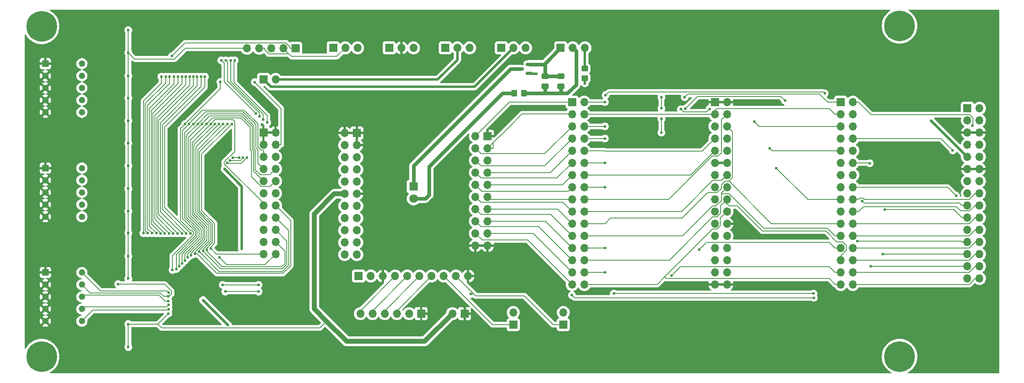
<source format=gtl>
%TF.GenerationSoftware,KiCad,Pcbnew,8.0.5*%
%TF.CreationDate,2025-02-05T22:29:24-08:00*%
%TF.ProjectId,Observatory,4f627365-7276-4617-946f-72792e6b6963,rev?*%
%TF.SameCoordinates,Original*%
%TF.FileFunction,Copper,L1,Top*%
%TF.FilePolarity,Positive*%
%FSLAX46Y46*%
G04 Gerber Fmt 4.6, Leading zero omitted, Abs format (unit mm)*
G04 Created by KiCad (PCBNEW 8.0.5) date 2025-02-05 22:29:24*
%MOMM*%
%LPD*%
G01*
G04 APERTURE LIST*
G04 Aperture macros list*
%AMRoundRect*
0 Rectangle with rounded corners*
0 $1 Rounding radius*
0 $2 $3 $4 $5 $6 $7 $8 $9 X,Y pos of 4 corners*
0 Add a 4 corners polygon primitive as box body*
4,1,4,$2,$3,$4,$5,$6,$7,$8,$9,$2,$3,0*
0 Add four circle primitives for the rounded corners*
1,1,$1+$1,$2,$3*
1,1,$1+$1,$4,$5*
1,1,$1+$1,$6,$7*
1,1,$1+$1,$8,$9*
0 Add four rect primitives between the rounded corners*
20,1,$1+$1,$2,$3,$4,$5,0*
20,1,$1+$1,$4,$5,$6,$7,0*
20,1,$1+$1,$6,$7,$8,$9,0*
20,1,$1+$1,$8,$9,$2,$3,0*%
G04 Aperture macros list end*
%TA.AperFunction,ComponentPad*%
%ADD10R,1.700000X1.700000*%
%TD*%
%TA.AperFunction,ComponentPad*%
%ADD11R,1.800000X1.800000*%
%TD*%
%TA.AperFunction,ComponentPad*%
%ADD12O,1.700000X1.700000*%
%TD*%
%TA.AperFunction,ComponentPad*%
%ADD13C,1.800000*%
%TD*%
%TA.AperFunction,SMDPad,CuDef*%
%ADD14RoundRect,0.250000X-0.450000X0.350000X-0.450000X-0.350000X0.450000X-0.350000X0.450000X0.350000X0*%
%TD*%
%TA.AperFunction,SMDPad,CuDef*%
%ADD15RoundRect,0.150000X0.587500X0.150000X-0.587500X0.150000X-0.587500X-0.150000X0.587500X-0.150000X0*%
%TD*%
%TA.AperFunction,SMDPad,CuDef*%
%ADD16RoundRect,0.250000X-0.475000X0.337500X-0.475000X-0.337500X0.475000X-0.337500X0.475000X0.337500X0*%
%TD*%
%TA.AperFunction,ComponentPad*%
%ADD17R,1.320800X1.320800*%
%TD*%
%TA.AperFunction,ComponentPad*%
%ADD18C,1.320800*%
%TD*%
%TA.AperFunction,ComponentPad*%
%ADD19C,0.800000*%
%TD*%
%TA.AperFunction,ComponentPad*%
%ADD20C,6.400000*%
%TD*%
%TA.AperFunction,SMDPad,CuDef*%
%ADD21RoundRect,0.250000X0.350000X0.450000X-0.350000X0.450000X-0.350000X-0.450000X0.350000X-0.450000X0*%
%TD*%
%TA.AperFunction,ViaPad*%
%ADD22C,0.600000*%
%TD*%
%TA.AperFunction,Conductor*%
%ADD23C,0.800000*%
%TD*%
%TA.AperFunction,Conductor*%
%ADD24C,0.200000*%
%TD*%
%TA.AperFunction,Conductor*%
%ADD25C,0.500000*%
%TD*%
%TA.AperFunction,Conductor*%
%ADD26C,0.300000*%
%TD*%
%TA.AperFunction,Conductor*%
%ADD27C,1.000000*%
%TD*%
%ADD28C,0.300000*%
%ADD29C,0.350000*%
G04 APERTURE END LIST*
D10*
%TO.P,U1,1a,GND*%
%TO.N,JS_V-*%
X138502500Y-66825200D03*
%TO.P,U1,1b,VBAT*%
%TO.N,unconnected-(U1-VBAT-Pad1b)*%
X111578500Y-96035200D03*
%TO.P,U1,1c,GND*%
%TO.N,JS_V-*%
X111197500Y-66190200D03*
D11*
%TO.P,U1,1e,1_led*%
%TO.N,Net-(Q1-D)*%
X123042500Y-77351200D03*
D12*
%TO.P,U1,2a,GPIO1*%
%TO.N,Scope 1 Mux  1*%
X135962500Y-66825200D03*
%TO.P,U1,2b,NRF_VDDD*%
%TO.N,Net-(J11-Pin_2)*%
X114118500Y-96035200D03*
%TO.P,U1,2c,GND*%
%TO.N,JS_V-*%
X108657500Y-66190200D03*
D13*
%TO.P,U1,2e,2_led*%
%TO.N,Net-(U1-2_led)*%
X123042500Y-79891200D03*
D12*
%TO.P,U1,3a,GPIO0*%
%TO.N,Scope 1 Mux  2*%
X138502500Y-69365200D03*
%TO.P,U1,3b,NRF_GND*%
%TO.N,JS_V-*%
X116658500Y-96035200D03*
%TO.P,U1,3c,GND*%
X111197500Y-68730200D03*
%TO.P,U1,4a,GPIO8*%
%TO.N,Scope 1 Mux  3*%
X135962500Y-69365200D03*
%TO.P,U1,4b,3WB_CLK*%
%TO.N,Net-(J11-Pin_6)*%
X119198500Y-96035200D03*
%TO.P,U1,4c,1.8V*%
%TO.N,Scope 1 Mux  17*%
X108657500Y-68730200D03*
%TO.P,U1,5a,GPIO1*%
%TO.N,unconnected-(U1-GPIO1-Pad5a)*%
X138502500Y-71905200D03*
%TO.P,U1,5b,3WB_DATA*%
%TO.N,Net-(J11-Pin_5)*%
X121738500Y-96035200D03*
%TO.P,U1,5c,VBAT*%
%TO.N,Scope 1 Mux  18*%
X111197500Y-71270200D03*
%TO.P,U1,6a,GPIO9*%
%TO.N,Scope 1 Mux  4*%
X135962500Y-71905200D03*
%TO.P,U1,6b,3WB_ENB*%
%TO.N,Net-(J11-Pin_4)*%
X124278500Y-96035200D03*
%TO.P,U1,6c,1.8V*%
%TO.N,Net-(J12-Pin_6)*%
X108657500Y-71270200D03*
%TO.P,U1,7a,GPIO2*%
%TO.N,Scope 1 Mux  5*%
X138502500Y-74445200D03*
%TO.P,U1,7b,HARD_RESET*%
%TO.N,Net-(J11-Pin_3)*%
X126818500Y-96035200D03*
%TO.P,U1,7c,VDDD*%
%TO.N,Scope 1 Mux  19*%
X111197500Y-73810200D03*
%TO.P,U1,8a,GPIO10*%
%TO.N,Scope 1 Mux  6*%
X135962500Y-74445200D03*
%TO.P,U1,8b,RsRx*%
%TO.N,Scope 1 Mux  31*%
X129358500Y-96035200D03*
%TO.P,U1,8c,1.1V*%
%TO.N,Scope 1 Mux  20*%
X108657500Y-73810200D03*
%TO.P,U1,9a,GPIO3*%
%TO.N,Scope 1 Mux  7*%
X138502500Y-76985200D03*
%TO.P,U1,9b,RsTx*%
%TO.N,Scope 1 Mux  30*%
X131898500Y-96035200D03*
%TO.P,U1,9c,EXT_BAT*%
%TO.N,Scope 1 Mux  21*%
X111197500Y-76350200D03*
%TO.P,U1,10a,GPIO11*%
%TO.N,Scope 1 Mux  8*%
X135962500Y-76985200D03*
%TO.P,U1,10b,GND*%
%TO.N,JS_V-*%
X134438500Y-96035200D03*
%TO.P,U1,10c,1.1V_IN*%
%TO.N,Scope 1 Mux  22*%
X108657500Y-76350200D03*
%TO.P,U1,11a,GPIO4*%
%TO.N,Scope 1 Mux  9*%
X138502500Y-79525200D03*
%TO.P,U1,11c,GND*%
%TO.N,JS_V-*%
X111197500Y-78890200D03*
%TO.P,U1,12a,GPIO12*%
%TO.N,Scope 1 Mux  10*%
X135962500Y-79525200D03*
%TO.P,U1,12c,EXT_BAT*%
%TO.N,+5V*%
X108657500Y-78890200D03*
%TO.P,U1,13a,GPIO5*%
%TO.N,Scope 1 Mux  11*%
X138502500Y-82065200D03*
%TO.P,U1,13c,VDDIO*%
%TO.N,Scope 1 Mux  23*%
X111197500Y-81430200D03*
%TO.P,U1,14a,GPIO13*%
%TO.N,Scope 1 Mux  12*%
X135962500Y-82065200D03*
%TO.P,U1,14c,IMU_VDDIO*%
%TO.N,Scope 1 Mux  24*%
X108657500Y-81430200D03*
%TO.P,U1,15a,GPIO6*%
%TO.N,Scope 1 Mux  13*%
X138502500Y-84605200D03*
%TO.P,U1,15c,VDDIO*%
%TO.N,Net-(J12-Pin_15)*%
X111197500Y-83970200D03*
%TO.P,U1,16a,GPIO14*%
%TO.N,Scope 1 Mux  14*%
X135962500Y-84605200D03*
%TO.P,U1,16c,IMU_VDD*%
%TO.N,Scope 1 Mux  25*%
X108657500Y-83970200D03*
%TO.P,U1,17a,GPIO7*%
%TO.N,Scope 1 Mux  15*%
X138502500Y-87145200D03*
%TO.P,U1,17c,VBAT*%
%TO.N,Net-(J12-Pin_17)*%
X111197500Y-86510200D03*
%TO.P,U1,18a,GPIO15*%
%TO.N,Scope 1 Mux  16*%
X135962500Y-87145200D03*
%TO.P,U1,18c,VDDIO*%
%TO.N,Scope 1 Mux  26*%
X108657500Y-86510200D03*
%TO.P,U1,19a,GND*%
%TO.N,JS_V-*%
X138502500Y-89685200D03*
%TO.P,U1,19c,VDDD*%
%TO.N,Net-(J12-Pin_19)*%
X111197500Y-89050200D03*
%TO.P,U1,20a,GND*%
%TO.N,JS_V-*%
X135962500Y-89685200D03*
%TO.P,U1,20c,BTSRC_SEL*%
%TO.N,Scope 1 Mux  27*%
X108657500Y-89050200D03*
%TO.P,U1,21c,ADC_IN*%
%TO.N,Scope 1 Mux  28*%
X111197500Y-91590200D03*
%TO.P,U1,22c,ADC_OUT*%
%TO.N,Scope 1 Mux  29*%
X108657500Y-91590200D03*
%TD*%
D14*
%TO.P,10k,2*%
%TO.N,Net-(Q1-G)*%
X158800000Y-54700000D03*
%TO.P,10k,1*%
%TO.N,Net-(J24-Pin_3)*%
X158800000Y-52700000D03*
%TD*%
D15*
%TO.P,Q1,3,D*%
%TO.N,Net-(Q1-D)*%
X145362500Y-52800000D03*
%TO.P,Q1,2,S*%
%TO.N,Net-(J1-Pin_2)*%
X147237500Y-51850000D03*
%TO.P,Q1,1,G*%
%TO.N,Net-(Q1-G)*%
X147237500Y-53750000D03*
%TD*%
D10*
%TO.P,J24,1,Pin_1*%
%TO.N,Net-(J1-Pin_2)*%
X153760000Y-48400000D03*
D12*
%TO.P,J24,2,Pin_2*%
%TO.N,Net-(J24-Pin_2)*%
X156300000Y-48400000D03*
%TO.P,J24,3,Pin_3*%
%TO.N,Net-(J24-Pin_3)*%
X158840000Y-48400000D03*
%TD*%
D16*
%TO.P,C2,1*%
%TO.N,Net-(J1-Pin_2)*%
X153800000Y-54325000D03*
%TO.P,C2,2*%
%TO.N,Net-(J24-Pin_2)*%
X153800000Y-56400000D03*
%TD*%
%TO.P,C1,1*%
%TO.N,Net-(J1-Pin_2)*%
X150500000Y-54325000D03*
%TO.P,C1,2*%
%TO.N,Net-(J24-Pin_2)*%
X150500000Y-56400000D03*
%TD*%
D10*
%TO.P,J18,1,Pin_1*%
%TO.N,unconnected-(J18-Pin_1-Pad1)*%
X129662500Y-48400000D03*
D12*
%TO.P,J18,2,Pin_2*%
%TO.N,JS_I+*%
X132202500Y-48400000D03*
%TO.P,J18,3,Pin_3*%
%TO.N,unconnected-(J18-Pin_3-Pad3)*%
X134742500Y-48400000D03*
%TD*%
D10*
%TO.P,J14,1,Pin_1*%
%TO.N,Scope 1 Mux  30*%
X154325000Y-106200000D03*
D12*
%TO.P,J14,2,Pin_2*%
%TO.N,DD_DIN_1*%
X154325000Y-103660000D03*
%TD*%
D10*
%TO.P,J16,1,Pin_1*%
%TO.N,Scope 1 Mux  20*%
X98440000Y-48500000D03*
D12*
%TO.P,J16,2,Pin_2*%
%TO.N,JS_V+*%
X95900000Y-48500000D03*
%TO.P,J16,3,Pin_3*%
%TO.N,Scope 1 Mux  17*%
X93360000Y-48500000D03*
%TO.P,J16,4,Pin_4*%
%TO.N,JS_V+*%
X90820000Y-48500000D03*
%TO.P,J16,5,Pin_5*%
%TO.N,+5V*%
X88280000Y-48500000D03*
%TD*%
D10*
%TO.P,J7,1,Pin_1*%
%TO.N,unconnected-(J7-Pin_1-Pad1)*%
X117965000Y-48400000D03*
D12*
%TO.P,J7,2,Pin_2*%
%TO.N,JS_V-*%
X120505000Y-48400000D03*
%TO.P,J7,3,Pin_3*%
%TO.N,unconnected-(J7-Pin_3-Pad3)*%
X123045000Y-48400000D03*
%TD*%
D10*
%TO.P,J10,1,Pin_1*%
%TO.N,Scope 1 Mux  1*%
X156150000Y-59713200D03*
D12*
%TO.P,J10,2,Pin_2*%
%TO.N,DD_DIN_1*%
X158690000Y-59713200D03*
%TO.P,J10,3,Pin_3*%
%TO.N,Scope 1 Mux  2*%
X156150000Y-62253200D03*
%TO.P,J10,4,Pin_4*%
%TO.N,DD_DIN_0*%
X158690000Y-62253200D03*
%TO.P,J10,5,Pin_5*%
%TO.N,Scope 1 Mux  3*%
X156150000Y-64793200D03*
%TO.P,J10,6,Pin_6*%
%TO.N,DD_DIN_8*%
X158690000Y-64793200D03*
%TO.P,J10,7,Pin_7*%
%TO.N,Scope 1 Mux  4*%
X156150000Y-67333200D03*
%TO.P,J10,8,Pin_8*%
%TO.N,DD_DIN_9*%
X158690000Y-67333200D03*
%TO.P,J10,9,Pin_9*%
%TO.N,Scope 1 Mux  5*%
X156150000Y-69873200D03*
%TO.P,J10,10,Pin_10*%
%TO.N,DD_DIN_2*%
X158690000Y-69873200D03*
%TO.P,J10,11,Pin_11*%
%TO.N,Scope 1 Mux  6*%
X156150000Y-72413200D03*
%TO.P,J10,12,Pin_12*%
%TO.N,DD_DIN_10*%
X158690000Y-72413200D03*
%TO.P,J10,13,Pin_13*%
%TO.N,Scope 1 Mux  7*%
X156150000Y-74953200D03*
%TO.P,J10,14,Pin_14*%
%TO.N,DD_DIN_3*%
X158690000Y-74953200D03*
%TO.P,J10,15,Pin_15*%
%TO.N,Scope 1 Mux  8*%
X156150000Y-77493200D03*
%TO.P,J10,16,Pin_16*%
%TO.N,DD_DIN_11*%
X158690000Y-77493200D03*
%TO.P,J10,17,Pin_17*%
%TO.N,Scope 1 Mux  9*%
X156150000Y-80033200D03*
%TO.P,J10,18,Pin_18*%
%TO.N,DD_DIN_4*%
X158690000Y-80033200D03*
%TO.P,J10,19,Pin_19*%
%TO.N,Scope 1 Mux  10*%
X156150000Y-82573200D03*
%TO.P,J10,20,Pin_20*%
%TO.N,DD_DIN_12*%
X158690000Y-82573200D03*
%TO.P,J10,21,Pin_21*%
%TO.N,Scope 1 Mux  11*%
X156150000Y-85113200D03*
%TO.P,J10,22,Pin_22*%
%TO.N,DD_DIN_5*%
X158690000Y-85113200D03*
%TO.P,J10,23,Pin_23*%
%TO.N,Scope 1 Mux  12*%
X156150000Y-87653200D03*
%TO.P,J10,24,Pin_24*%
%TO.N,DD_DIN_13*%
X158690000Y-87653200D03*
%TO.P,J10,25,Pin_25*%
%TO.N,Scope 1 Mux  13*%
X156150000Y-90193200D03*
%TO.P,J10,26,Pin_26*%
%TO.N,DD_DIN_6*%
X158690000Y-90193200D03*
%TO.P,J10,27,Pin_27*%
%TO.N,Scope 1 Mux  14*%
X156150000Y-92733200D03*
%TO.P,J10,28,Pin_28*%
%TO.N,DD_DIN_14*%
X158690000Y-92733200D03*
%TO.P,J10,29,Pin_29*%
%TO.N,Scope 1 Mux  15*%
X156150000Y-95273200D03*
%TO.P,J10,30,Pin_30*%
%TO.N,DD_DIN_7*%
X158690000Y-95273200D03*
%TO.P,J10,31,Pin_31*%
%TO.N,Scope 1 Mux  16*%
X156150000Y-97813200D03*
%TO.P,J10,32,Pin_32*%
%TO.N,DD_DIN_15*%
X158690000Y-97813200D03*
%TD*%
D17*
%TO.P,J5,1,Pin_1*%
%TO.N,JS_V-*%
X46180300Y-73508100D03*
D18*
%TO.P,J5,2,Pin_2*%
X46180300Y-76048100D03*
%TO.P,J5,3,Pin_3*%
X46180300Y-78588100D03*
%TO.P,J5,4,Pin_4*%
X46180300Y-81128100D03*
%TO.P,J5,5,Pin_5*%
X46185300Y-83658100D03*
%TO.P,J5,6,Pin_6*%
%TO.N,Scope 2 Mux Control 4*%
X53800300Y-73508100D03*
%TO.P,J5,7,Pin_7*%
%TO.N,Scope 2 Mux Control 3*%
X53800300Y-76048100D03*
%TO.P,J5,8,Pin_8*%
%TO.N,Scope 2 Mux Control 2*%
X53800300Y-78588100D03*
%TO.P,J5,9,Pin_9*%
%TO.N,Scope 2 Mux Control 1*%
X53800300Y-81128100D03*
%TO.P,J5,10,Pin_10*%
%TO.N,Scope 2 Mux Control 0*%
X53805300Y-83658100D03*
%TD*%
D19*
%TO.P,J22,1,Pin_1*%
%TO.N,unconnected-(J22-Pin_1-Pad1)_8*%
X222102944Y-43800000D03*
%TO.N,unconnected-(J22-Pin_1-Pad1)_7*%
X222805888Y-42102944D03*
%TO.N,unconnected-(J22-Pin_1-Pad1)_4*%
X222805888Y-45497056D03*
%TO.N,unconnected-(J22-Pin_1-Pad1)_1*%
X224502944Y-41400000D03*
D20*
%TO.N,unconnected-(J22-Pin_1-Pad1)_3*%
X224502944Y-43800000D03*
D19*
%TO.N,unconnected-(J22-Pin_1-Pad1)_2*%
X224502944Y-46200000D03*
%TO.N,unconnected-(J22-Pin_1-Pad1)_5*%
X226200000Y-42102944D03*
%TO.N,unconnected-(J22-Pin_1-Pad1)_6*%
X226200000Y-45497056D03*
%TO.N,unconnected-(J22-Pin_1-Pad1)*%
X226902944Y-43800000D03*
%TD*%
D10*
%TO.P,J3,1,Pin_1*%
%TO.N,JS_V-*%
X185942500Y-59713200D03*
D12*
%TO.P,J3,2,Pin_2*%
X188482500Y-59713200D03*
%TO.P,J3,3,Pin_3*%
%TO.N,DD_DIN_0*%
X185942500Y-62253200D03*
%TO.P,J3,4,Pin_4*%
%TO.N,DD_DIN_4*%
X188482500Y-62253200D03*
%TO.P,J3,5,Pin_5*%
%TO.N,DD_DIN_1*%
X185942500Y-64793200D03*
%TO.P,J3,6,Pin_6*%
%TO.N,DD_DIN_5*%
X188482500Y-64793200D03*
%TO.P,J3,7,Pin_7*%
%TO.N,DD_DIN_2*%
X185942500Y-67333200D03*
%TO.P,J3,8,Pin_8*%
%TO.N,DD_DIN_6*%
X188482500Y-67333200D03*
%TO.P,J3,9,Pin_9*%
%TO.N,DD_DIN_3*%
X185942500Y-69873200D03*
%TO.P,J3,10,Pin_10*%
%TO.N,DD_DIN_7*%
X188482500Y-69873200D03*
%TO.P,J3,11,Pin_11*%
%TO.N,JS_V-*%
X185942500Y-72413200D03*
%TO.P,J3,12,Pin_12*%
X188482500Y-72413200D03*
%TO.P,J3,13,Pin_13*%
%TO.N,DD_DIN_8*%
X185942500Y-74953200D03*
%TO.P,J3,14,Pin_14*%
%TO.N,DD_DIN_12*%
X188482500Y-74953200D03*
%TO.P,J3,15,Pin_15*%
%TO.N,DD_DIN_9*%
X185942500Y-77493200D03*
%TO.P,J3,16,Pin_16*%
%TO.N,DD_DIN_13*%
X188482500Y-77493200D03*
%TO.P,J3,17,Pin_17*%
%TO.N,DD_DIN_10*%
X185942500Y-80033200D03*
%TO.P,J3,18,Pin_18*%
%TO.N,DD_DIN_14*%
X188482500Y-80033200D03*
%TO.P,J3,19,Pin_19*%
%TO.N,DD_DIN_11*%
X185942500Y-82573200D03*
%TO.P,J3,20,Pin_20*%
%TO.N,DD_DIN_15*%
X188482500Y-82573200D03*
%TO.P,J3,21,Pin_21*%
%TO.N,JS_V-*%
X185942500Y-85113200D03*
%TO.P,J3,22,Pin_22*%
X188482500Y-85113200D03*
%TO.P,J3,23,Pin_23*%
%TO.N,DD_DIN_16*%
X185942500Y-87653200D03*
%TO.P,J3,24,Pin_24*%
%TO.N,DD_DIN_20*%
X188482500Y-87653200D03*
%TO.P,J3,25,Pin_25*%
%TO.N,DD_DIN_17*%
X185942500Y-90193200D03*
%TO.P,J3,26,Pin_26*%
%TO.N,DD_DIN_21*%
X188482500Y-90193200D03*
%TO.P,J3,27,Pin_27*%
%TO.N,DD_DIN_18*%
X185942500Y-92733200D03*
%TO.P,J3,28,Pin_28*%
%TO.N,DD_DIN_22*%
X188482500Y-92733200D03*
%TO.P,J3,29,Pin_29*%
%TO.N,DD_DIN_19*%
X185942500Y-95273200D03*
%TO.P,J3,30,Pin_30*%
%TO.N,DD_DIN_23*%
X188482500Y-95273200D03*
%TO.P,J3,31,Pin_31*%
%TO.N,JS_V-*%
X185942500Y-97813200D03*
%TO.P,J3,32,Pin_32*%
X188482500Y-97813200D03*
%TD*%
D10*
%TO.P,J19,1,Pin_1*%
%TO.N,unconnected-(J19-Pin_1-Pad1)*%
X141360000Y-48400000D03*
D12*
%TO.P,J19,2,Pin_2*%
%TO.N,JS_I-*%
X143900000Y-48400000D03*
%TO.P,J19,3,Pin_3*%
%TO.N,unconnected-(J19-Pin_3-Pad3)*%
X146440000Y-48400000D03*
%TD*%
D21*
%TO.P,R1,2*%
%TO.N,Net-(U1-2_led)*%
X144100000Y-57900000D03*
%TO.P,R1,1*%
%TO.N,Net-(J24-Pin_2)*%
X146100000Y-57900000D03*
%TD*%
D10*
%TO.P,J11,1,Pin_1*%
%TO.N,JS_V-*%
X124640000Y-103900000D03*
D12*
%TO.P,J11,2,Pin_2*%
%TO.N,Net-(J11-Pin_2)*%
X122100000Y-103900000D03*
%TO.P,J11,3,Pin_3*%
%TO.N,Net-(J11-Pin_3)*%
X119560000Y-103900000D03*
%TO.P,J11,4,Pin_4*%
%TO.N,Net-(J11-Pin_4)*%
X117020000Y-103900000D03*
%TO.P,J11,5,Pin_5*%
%TO.N,Net-(J11-Pin_5)*%
X114480000Y-103900000D03*
%TO.P,J11,6,Pin_6*%
%TO.N,Net-(J11-Pin_6)*%
X111940000Y-103900000D03*
%TD*%
D10*
%TO.P,J2,1,Pin_1*%
%TO.N,AD_Scope1+*%
X238675000Y-60988200D03*
D12*
%TO.P,J2,2,Pin_2*%
%TO.N,AD_Scope1-*%
X241215000Y-60988200D03*
%TO.P,J2,3,Pin_3*%
%TO.N,AD_Scope2+*%
X238675000Y-63528200D03*
%TO.P,J2,4,Pin_4*%
%TO.N,AD_Scope2-*%
X241215000Y-63528200D03*
%TO.P,J2,5,Pin_5*%
%TO.N,JS_V-*%
X238675000Y-66068200D03*
%TO.P,J2,6,Pin_6*%
X241215000Y-66068200D03*
%TO.P,J2,7,Pin_7*%
%TO.N,AD_DC_Supply+*%
X238675000Y-68608200D03*
%TO.P,J2,8,Pin_8*%
%TO.N,AD_DC_Supply-*%
X241215000Y-68608200D03*
%TO.P,J2,9,Pin_9*%
%TO.N,AD_WaveGen1*%
X238675000Y-71148200D03*
%TO.P,J2,10,Pin_10*%
%TO.N,AD_WaveGen2*%
X241215000Y-71148200D03*
%TO.P,J2,11,Pin_11*%
%TO.N,JS_V-*%
X238675000Y-73688200D03*
%TO.P,J2,12,Pin_12*%
X241215000Y-73688200D03*
%TO.P,J2,13,Pin_13*%
%TO.N,Trig1*%
X238675000Y-76228200D03*
%TO.P,J2,14,Pin_14*%
%TO.N,Trig2*%
X241215000Y-76228200D03*
%TO.P,J2,15,Pin_15*%
%TO.N,AD_DIO_0*%
X238675000Y-78768200D03*
%TO.P,J2,16,Pin_16*%
%TO.N,AD_DIO_8*%
X241215000Y-78768200D03*
%TO.P,J2,17,Pin_17*%
%TO.N,AD_DIO_1*%
X238675000Y-81308200D03*
%TO.P,J2,18,Pin_18*%
%TO.N,AD_DIO_9*%
X241215000Y-81308200D03*
%TO.P,J2,19,Pin_19*%
%TO.N,AD_DIO_2*%
X238675000Y-83848200D03*
%TO.P,J2,20,Pin_20*%
%TO.N,AD_DIO_10*%
X241215000Y-83848200D03*
%TO.P,J2,21,Pin_21*%
%TO.N,AD_DIO_3*%
X238675000Y-86388200D03*
%TO.P,J2,22,Pin_22*%
%TO.N,AD_DIO_11*%
X241215000Y-86388200D03*
%TO.P,J2,23,Pin_23*%
%TO.N,AD_DIO_4*%
X238675000Y-88928200D03*
%TO.P,J2,24,Pin_24*%
%TO.N,AD_DIO_12*%
X241215000Y-88928200D03*
%TO.P,J2,25,Pin_25*%
%TO.N,AD_DIO_5*%
X238675000Y-91468200D03*
%TO.P,J2,26,Pin_26*%
%TO.N,AD_DIO_13*%
X241215000Y-91468200D03*
%TO.P,J2,27,Pin_27*%
%TO.N,AD_DIO_6*%
X238675000Y-94008200D03*
%TO.P,J2,28,Pin_28*%
%TO.N,AD_DIO_14*%
X241215000Y-94008200D03*
%TO.P,J2,29,Pin_29*%
%TO.N,AD_DIO_7*%
X238675000Y-96548200D03*
%TO.P,J2,30,Pin_30*%
%TO.N,AD_DIO_15*%
X241215000Y-96548200D03*
%TD*%
D19*
%TO.P,J23,1,Pin_1*%
%TO.N,unconnected-(J23-Pin_1-Pad1)_5*%
X222102944Y-112900000D03*
%TO.N,unconnected-(J23-Pin_1-Pad1)_7*%
X222805888Y-111202944D03*
%TO.N,unconnected-(J23-Pin_1-Pad1)_6*%
X222805888Y-114597056D03*
%TO.N,unconnected-(J23-Pin_1-Pad1)_2*%
X224502944Y-110500000D03*
D20*
%TO.N,unconnected-(J23-Pin_1-Pad1)_3*%
X224502944Y-112900000D03*
D19*
%TO.N,unconnected-(J23-Pin_1-Pad1)_8*%
X224502944Y-115300000D03*
%TO.N,unconnected-(J23-Pin_1-Pad1)*%
X226200000Y-111202944D03*
%TO.N,unconnected-(J23-Pin_1-Pad1)_1*%
X226200000Y-114597056D03*
%TO.N,unconnected-(J23-Pin_1-Pad1)_4*%
X226902944Y-112900000D03*
%TD*%
D10*
%TO.P,J8,1,Pin_1*%
%TO.N,JS_I-*%
X91725000Y-55000000D03*
D12*
%TO.P,J8,2,Pin_2*%
%TO.N,JS_I+*%
X94265000Y-55000000D03*
%TD*%
D10*
%TO.P,J9,1,Pin_1*%
%TO.N,JS_V-*%
X133700000Y-103900000D03*
D12*
%TO.P,J9,2,Pin_2*%
%TO.N,+5V*%
X131160000Y-103900000D03*
%TD*%
D10*
%TO.P,J15,1,Pin_1*%
%TO.N,Scope 1 Mux  31*%
X143860000Y-106200000D03*
D12*
%TO.P,J15,2,Pin_2*%
%TO.N,DD_DIN_0*%
X143860000Y-103660000D03*
%TD*%
D17*
%TO.P,J17,1,Pin_1*%
%TO.N,JS_V-*%
X46180300Y-51689100D03*
D18*
%TO.P,J17,2,Pin_2*%
X46180300Y-54229100D03*
%TO.P,J17,3,Pin_3*%
X46180300Y-56769100D03*
%TO.P,J17,4,Pin_4*%
X46180300Y-59309100D03*
%TO.P,J17,5,Pin_5*%
X46185300Y-61839100D03*
%TO.P,J17,6,Pin_6*%
%TO.N,WaveGen. Mux Control 4*%
X53800300Y-51689100D03*
%TO.P,J17,7,Pin_7*%
%TO.N,WaveGen. Mux Control 3*%
X53800300Y-54229100D03*
%TO.P,J17,8,Pin_8*%
%TO.N,WaveGen. Mux Control 2*%
X53800300Y-56769100D03*
%TO.P,J17,9,Pin_9*%
%TO.N,WaveGen. Mux Control 1*%
X53800300Y-59309100D03*
%TO.P,J17,10,Pin_10*%
%TO.N,WaveGen. Mux Control 0*%
X53805300Y-61839100D03*
%TD*%
D10*
%TO.P,J6,1,Pin_1*%
%TO.N,unconnected-(J6-Pin_1-Pad1)*%
X106267500Y-48400000D03*
D12*
%TO.P,J6,2,Pin_2*%
%TO.N,JS_V+*%
X108807500Y-48400000D03*
%TO.P,J6,3,Pin_3*%
%TO.N,unconnected-(J6-Pin_3-Pad3)*%
X111347500Y-48400000D03*
%TD*%
D10*
%TO.P,J13,1,Pin_1*%
%TO.N,DD_DIN_1*%
X212227500Y-59713200D03*
D12*
%TO.P,J13,2,Pin_2*%
%TO.N,AD_DIO_0*%
X214767500Y-59713200D03*
%TO.P,J13,3,Pin_3*%
%TO.N,DD_DIN_0*%
X212227500Y-62253200D03*
%TO.P,J13,4,Pin_4*%
%TO.N,AD_DIO_1*%
X214767500Y-62253200D03*
%TO.P,J13,5,Pin_5*%
%TO.N,DD_DIN_8*%
X212227500Y-64793200D03*
%TO.P,J13,6,Pin_6*%
%TO.N,AD_DIO_2*%
X214767500Y-64793200D03*
%TO.P,J13,7,Pin_7*%
%TO.N,DD_DIN_9*%
X212227500Y-67333200D03*
%TO.P,J13,8,Pin_8*%
%TO.N,AD_DIO_3*%
X214767500Y-67333200D03*
%TO.P,J13,9,Pin_9*%
%TO.N,DD_DIN_2*%
X212227500Y-69873200D03*
%TO.P,J13,10,Pin_10*%
%TO.N,AD_DIO_4*%
X214767500Y-69873200D03*
%TO.P,J13,11,Pin_11*%
%TO.N,DD_DIN_10*%
X212227500Y-72413200D03*
%TO.P,J13,12,Pin_12*%
%TO.N,AD_DIO_5*%
X214767500Y-72413200D03*
%TO.P,J13,13,Pin_13*%
%TO.N,DD_DIN_3*%
X212227500Y-74953200D03*
%TO.P,J13,14,Pin_14*%
%TO.N,AD_DIO_6*%
X214767500Y-74953200D03*
%TO.P,J13,15,Pin_15*%
%TO.N,DD_DIN_11*%
X212227500Y-77493200D03*
%TO.P,J13,16,Pin_16*%
%TO.N,AD_DIO_7*%
X214767500Y-77493200D03*
%TO.P,J13,17,Pin_17*%
%TO.N,DD_DIN_4*%
X212227500Y-80033200D03*
%TO.P,J13,18,Pin_18*%
%TO.N,AD_DIO_8*%
X214767500Y-80033200D03*
%TO.P,J13,19,Pin_19*%
%TO.N,DD_DIN_12*%
X212227500Y-82573200D03*
%TO.P,J13,20,Pin_20*%
%TO.N,AD_DIO_9*%
X214767500Y-82573200D03*
%TO.P,J13,21,Pin_21*%
%TO.N,DD_DIN_5*%
X212227500Y-85113200D03*
%TO.P,J13,22,Pin_22*%
%TO.N,AD_DIO_10*%
X214767500Y-85113200D03*
%TO.P,J13,23,Pin_23*%
%TO.N,DD_DIN_13*%
X212227500Y-87653200D03*
%TO.P,J13,24,Pin_24*%
%TO.N,AD_DIO_11*%
X214767500Y-87653200D03*
%TO.P,J13,25,Pin_25*%
%TO.N,DD_DIN_6*%
X212227500Y-90193200D03*
%TO.P,J13,26,Pin_26*%
%TO.N,AD_DIO_12*%
X214767500Y-90193200D03*
%TO.P,J13,27,Pin_27*%
%TO.N,DD_DIN_14*%
X212227500Y-92733200D03*
%TO.P,J13,28,Pin_28*%
%TO.N,AD_DIO_13*%
X214767500Y-92733200D03*
%TO.P,J13,29,Pin_29*%
%TO.N,DD_DIN_7*%
X212227500Y-95273200D03*
%TO.P,J13,30,Pin_30*%
%TO.N,AD_DIO_14*%
X214767500Y-95273200D03*
%TO.P,J13,31,Pin_31*%
%TO.N,DD_DIN_15*%
X212227500Y-97813200D03*
%TO.P,J13,32,Pin_32*%
%TO.N,AD_DIO_15*%
X214767500Y-97813200D03*
%TD*%
D19*
%TO.P,J20,1,Pin_1*%
%TO.N,unconnected-(J20-Pin_1-Pad1)_5*%
X43000000Y-112900000D03*
%TO.N,unconnected-(J20-Pin_1-Pad1)*%
X43702944Y-111202944D03*
%TO.N,unconnected-(J20-Pin_1-Pad1)_2*%
X43702944Y-114597056D03*
%TO.N,unconnected-(J20-Pin_1-Pad1)_1*%
X45400000Y-110500000D03*
D20*
%TO.N,unconnected-(J20-Pin_1-Pad1)_3*%
X45400000Y-112900000D03*
D19*
%TO.N,unconnected-(J20-Pin_1-Pad1)_8*%
X45400000Y-115300000D03*
%TO.N,unconnected-(J20-Pin_1-Pad1)_6*%
X47097056Y-111202944D03*
%TO.N,unconnected-(J20-Pin_1-Pad1)_4*%
X47097056Y-114597056D03*
%TO.N,unconnected-(J20-Pin_1-Pad1)_7*%
X47800000Y-112900000D03*
%TD*%
D17*
%TO.P,J4,1,Pin_1*%
%TO.N,JS_V-*%
X46180300Y-95327000D03*
D18*
%TO.P,J4,2,Pin_2*%
X46180300Y-97867000D03*
%TO.P,J4,3,Pin_3*%
X46180300Y-100407000D03*
%TO.P,J4,4,Pin_4*%
X46180300Y-102947000D03*
%TO.P,J4,5,Pin_5*%
X46185300Y-105477000D03*
%TO.P,J4,6,Pin_6*%
%TO.N,Scope 1 Mux Control 4*%
X53800300Y-95327000D03*
%TO.P,J4,7,Pin_7*%
%TO.N,Scope 1 Mux Control 3*%
X53800300Y-97867000D03*
%TO.P,J4,8,Pin_8*%
%TO.N,Scope 1 Mux Control 2*%
X53800300Y-100407000D03*
%TO.P,J4,9,Pin_9*%
%TO.N,Scope 1 Mux Control 1*%
X53800300Y-102947000D03*
%TO.P,J4,10,Pin_10*%
%TO.N,Scope 1 Mux Control 0*%
X53805300Y-105477000D03*
%TD*%
D10*
%TO.P,J12,1,Pin_1*%
%TO.N,JS_V-*%
X91702500Y-66063200D03*
D12*
%TO.P,J12,2,Pin_2*%
X94242500Y-66063200D03*
%TO.P,J12,3,Pin_3*%
X91702500Y-68603200D03*
%TO.P,J12,4,Pin_4*%
%TO.N,Scope 1 Mux  17*%
X94242500Y-68603200D03*
%TO.P,J12,5,Pin_5*%
%TO.N,Scope 1 Mux  18*%
X91702500Y-71143200D03*
%TO.P,J12,6,Pin_6*%
%TO.N,Net-(J12-Pin_6)*%
X94242500Y-71143200D03*
%TO.P,J12,7,Pin_7*%
%TO.N,Scope 1 Mux  19*%
X91702500Y-73683200D03*
%TO.P,J12,8,Pin_8*%
%TO.N,Scope 1 Mux  20*%
X94242500Y-73683200D03*
%TO.P,J12,9,Pin_9*%
%TO.N,Scope 1 Mux  21*%
X91702500Y-76223200D03*
%TO.P,J12,10,Pin_10*%
%TO.N,Scope 1 Mux  22*%
X94242500Y-76223200D03*
%TO.P,J12,11,Pin_11*%
%TO.N,JS_V-*%
X91702500Y-78763200D03*
%TO.P,J12,12,Pin_12*%
%TO.N,+5V*%
X94242500Y-78763200D03*
%TO.P,J12,13,Pin_13*%
%TO.N,Scope 1 Mux  23*%
X91702500Y-81303200D03*
%TO.P,J12,14,Pin_14*%
%TO.N,Scope 1 Mux  24*%
X94242500Y-81303200D03*
%TO.P,J12,15,Pin_15*%
%TO.N,Net-(J12-Pin_15)*%
X91702500Y-83843200D03*
%TO.P,J12,16,Pin_16*%
%TO.N,Scope 1 Mux  25*%
X94242500Y-83843200D03*
%TO.P,J12,17,Pin_17*%
%TO.N,Net-(J12-Pin_17)*%
X91702500Y-86383200D03*
%TO.P,J12,18,Pin_18*%
%TO.N,Scope 1 Mux  26*%
X94242500Y-86383200D03*
%TO.P,J12,19,Pin_19*%
%TO.N,Net-(J12-Pin_19)*%
X91702500Y-88923200D03*
%TO.P,J12,20,Pin_20*%
%TO.N,Scope 1 Mux  27*%
X94242500Y-88923200D03*
%TO.P,J12,21,Pin_21*%
%TO.N,Scope 1 Mux  28*%
X91702500Y-91463200D03*
%TO.P,J12,22,Pin_22*%
%TO.N,Scope 1 Mux  29*%
X94242500Y-91463200D03*
%TD*%
D19*
%TO.P,J21,1,Pin_1*%
%TO.N,unconnected-(J21-Pin_1-Pad1)_1*%
X43000000Y-43900000D03*
%TO.N,unconnected-(J21-Pin_1-Pad1)_2*%
X43702944Y-42202944D03*
%TO.N,unconnected-(J21-Pin_1-Pad1)_5*%
X43702944Y-45597056D03*
%TO.N,unconnected-(J21-Pin_1-Pad1)_6*%
X45400000Y-41500000D03*
D20*
%TO.N,unconnected-(J21-Pin_1-Pad1)*%
X45400000Y-43900000D03*
D19*
%TO.N,unconnected-(J21-Pin_1-Pad1)_7*%
X45400000Y-46300000D03*
%TO.N,unconnected-(J21-Pin_1-Pad1)_3*%
X47097056Y-42202944D03*
%TO.N,unconnected-(J21-Pin_1-Pad1)_4*%
X47097056Y-45597056D03*
%TO.N,unconnected-(J21-Pin_1-Pad1)_8*%
X47800000Y-43900000D03*
%TD*%
D22*
%TO.N,Net-(Q1-G)*%
X148700000Y-53800000D03*
%TO.N,AD_Scope1+*%
X84300000Y-106300000D03*
X79100000Y-101100000D03*
%TO.N,JS_V-*%
X166000000Y-63800000D03*
X171000000Y-58700000D03*
X192100000Y-86200000D03*
X166100000Y-58700000D03*
X192800000Y-59700000D03*
X191900000Y-59700000D03*
X198300000Y-59700000D03*
X96300000Y-103300000D03*
X166100000Y-61200000D03*
X72800000Y-96600000D03*
X180200000Y-66100000D03*
X182700000Y-68400000D03*
X183900000Y-59700000D03*
X171000000Y-63800000D03*
X177000000Y-58700000D03*
X81800000Y-96500000D03*
X176900000Y-61300000D03*
X183000000Y-59700000D03*
X176900000Y-63800000D03*
X171000000Y-61200000D03*
X81800000Y-77900000D03*
X71900000Y-96600000D03*
%TO.N,AD_DIO_3*%
X235606400Y-69815600D03*
%TO.N,AD_DIO_0*%
X239758300Y-64611500D03*
%TO.N,AD_Scope2+*%
X83600000Y-73700000D03*
X87200000Y-90400000D03*
%TO.N,AD_DIO_6*%
X218461300Y-94003200D03*
%TO.N,AD_DIO_7*%
X236311900Y-79261200D03*
%TO.N,AD_DIO_4*%
X215719500Y-88736500D03*
%TO.N,AD_DIO_2*%
X221438800Y-82184300D03*
%TO.N,AD_WaveGen1*%
X231100000Y-63600000D03*
%TO.N,AD_DIO_1*%
X216697100Y-80427800D03*
%TO.N,AD_DIO_5*%
X218300000Y-72500000D03*
X221000000Y-91500000D03*
%TO.N,DD_DIN_1*%
X179668000Y-58713800D03*
X163000000Y-59713200D03*
%TO.N,DD_DIN_3*%
X200596300Y-59433200D03*
X179755400Y-61108700D03*
%TO.N,DD_DIN_8*%
X178860200Y-61207100D03*
X194200000Y-63800000D03*
X163000000Y-64793200D03*
X184843000Y-61169900D03*
%TO.N,DD_DIN_7*%
X163000000Y-95273200D03*
X176915300Y-95957200D03*
%TO.N,DD_DIN_10*%
X208904000Y-57879700D03*
X163138800Y-58266100D03*
X163000000Y-72413200D03*
%TO.N,DD_DIN_6*%
X182660700Y-90514100D03*
X163000000Y-90193200D03*
%TO.N,DD_DIN_4*%
X198800000Y-73500000D03*
%TO.N,DD_DIN_9*%
X174800000Y-61000000D03*
X174800000Y-58700000D03*
X174800000Y-66100000D03*
X174800000Y-63200000D03*
X163000000Y-67333200D03*
%TO.N,DD_DIN_11*%
X206551300Y-99722900D03*
X163000000Y-77493200D03*
X164866300Y-99722900D03*
%TO.N,DD_DIN_12*%
X156107800Y-100052300D03*
X206634200Y-100603700D03*
%TO.N,DD_DIN_2*%
X197400000Y-69400000D03*
%TO.N,+5V*%
X63500000Y-58900000D03*
X63500000Y-110900000D03*
X63500000Y-63600000D03*
X63500000Y-73000000D03*
X63500000Y-87100000D03*
X63500000Y-96600000D03*
X63500000Y-49400000D03*
X63500000Y-44700000D03*
X71850000Y-103907000D03*
X63500000Y-82500000D03*
X63500000Y-77800000D03*
X63500000Y-68300000D03*
X63500000Y-91900000D03*
X63500000Y-54200000D03*
X63500000Y-106100000D03*
%TO.N,Scope 1 Mux  1*%
X79500000Y-54400000D03*
X76500000Y-87157400D03*
%TO.N,Scope 1 Mux  13*%
X82900000Y-51000000D03*
X90100000Y-62100000D03*
%TO.N,Scope 1 Mux  3*%
X74700000Y-87157400D03*
X77900000Y-54400000D03*
%TO.N,Scope 1 Mux  5*%
X76300000Y-54400000D03*
X72900000Y-87157400D03*
%TO.N,Scope 1 Mux  10*%
X72100000Y-54400000D03*
X68450000Y-87107400D03*
%TO.N,Scope 1 Mux  15*%
X84900000Y-51000000D03*
X87450000Y-71300000D03*
X84718600Y-71881400D03*
X91700000Y-63400000D03*
%TO.N,Scope 1 Mux  11*%
X67550000Y-87107400D03*
X71300000Y-54400000D03*
%TO.N,Scope 1 Mux  6*%
X75500000Y-54400000D03*
X72000000Y-87157400D03*
%TO.N,Scope 1 Mux  2*%
X78700000Y-54400000D03*
X75600000Y-87157400D03*
%TO.N,Scope 1 Mux  8*%
X73900000Y-54400000D03*
X70200000Y-87157400D03*
%TO.N,Scope 1 Mux  9*%
X73000000Y-54400000D03*
X69350000Y-87107400D03*
%TO.N,Scope 1 Mux  4*%
X73800000Y-87157400D03*
X77100000Y-54400000D03*
%TO.N,Scope 1 Mux  14*%
X83900000Y-51000000D03*
X86650000Y-71300000D03*
X90900000Y-62700000D03*
X85284300Y-71315700D03*
%TO.N,Scope 1 Mux  12*%
X70400000Y-54400000D03*
X66650000Y-87107400D03*
%TO.N,Scope 1 Mux  7*%
X71100000Y-87157400D03*
X74700000Y-54400000D03*
%TO.N,Scope 1 Mux  16*%
X85700000Y-51000000D03*
X92500000Y-64000000D03*
X84152900Y-72447100D03*
X88250000Y-71300000D03*
%TO.N,Scope 1 Mux  27*%
X79923800Y-90521800D03*
X84200000Y-64300000D03*
%TO.N,Scope 1 Mux  28*%
X80710400Y-90300900D03*
X85100000Y-64300000D03*
%TO.N,Scope 1 Mux  21*%
X78900000Y-64300000D03*
X75300000Y-92800000D03*
%TO.N,Scope 1 Mux  29*%
X82500000Y-92200000D03*
%TO.N,Scope 1 Mux  25*%
X78302700Y-91011600D03*
X82400000Y-64300000D03*
%TO.N,Scope 1 Mux  17*%
X82700000Y-55500000D03*
X75351500Y-64300000D03*
X89907500Y-55557400D03*
X72700000Y-94800000D03*
%TO.N,Scope 1 Mux  23*%
X80700000Y-64300000D03*
X76600000Y-91700000D03*
%TO.N,Scope 1 Mux  18*%
X76200000Y-64300000D03*
X73500000Y-94600000D03*
%TO.N,Scope 1 Mux  24*%
X77400000Y-91400000D03*
X81575700Y-64275700D03*
%TO.N,Scope 1 Mux  19*%
X77100000Y-64300000D03*
X74100000Y-94000000D03*
%TO.N,Scope 1 Mux  22*%
X75900000Y-92200000D03*
X79800000Y-64300000D03*
%TO.N,Scope 1 Mux  20*%
X74700000Y-93400000D03*
X78000000Y-64300000D03*
X72610800Y-50095200D03*
%TO.N,Scope 1 Mux  26*%
X79096100Y-90783800D03*
X83300000Y-64300000D03*
%TO.N,Scope 1 Mux  31*%
X83750000Y-99300000D03*
X90700000Y-99300000D03*
%TO.N,Scope 1 Mux  30*%
X90700000Y-97900000D03*
X83200000Y-97900000D03*
X135002800Y-99806000D03*
%TO.N,Scope 1 Mux Control 0*%
X71900000Y-103000000D03*
%TO.N,Scope 1 Mux Control 2*%
X71850000Y-101300000D03*
%TO.N,Scope 1 Mux Control 3*%
X71850000Y-100300000D03*
X61355200Y-97746200D03*
%TO.N,Scope 1 Mux Control 1*%
X71900000Y-102100000D03*
%TO.N,Scope 1 Mux Control 4*%
X71900000Y-99500000D03*
%TO.N,Net-(Q1-G)*%
X158800000Y-55800000D03*
%TD*%
D23*
%TO.N,Net-(U1-2_led)*%
X126300000Y-73200000D02*
X141600000Y-57900000D01*
X126300000Y-79100000D02*
X126300000Y-73200000D01*
X141600000Y-57900000D02*
X144100000Y-57900000D01*
X125500000Y-79900000D02*
X126300000Y-79100000D01*
X123042500Y-79891200D02*
X123051300Y-79900000D01*
X123051300Y-79900000D02*
X125500000Y-79900000D01*
D24*
%TO.N,Net-(Q1-G)*%
X147287500Y-53800000D02*
X147237500Y-53750000D01*
D25*
X148700000Y-53800000D02*
X147287500Y-53800000D01*
D23*
%TO.N,Net-(J24-Pin_2)*%
X153800000Y-57800000D02*
X153800000Y-56400000D01*
X153900000Y-57900000D02*
X153800000Y-57800000D01*
X153900000Y-57900000D02*
X150600000Y-57900000D01*
X155200000Y-57900000D02*
X153900000Y-57900000D01*
X150500000Y-57800000D02*
X150500000Y-56400000D01*
X150600000Y-57900000D02*
X146100000Y-57900000D01*
X150600000Y-57900000D02*
X150500000Y-57800000D01*
%TO.N,Net-(J1-Pin_2)*%
X150500000Y-54325000D02*
X153800000Y-54325000D01*
X150500000Y-52040000D02*
X150500000Y-54325000D01*
X150310000Y-51850000D02*
X150500000Y-52040000D01*
X150310000Y-51850000D02*
X153760000Y-48400000D01*
X147237500Y-51850000D02*
X150310000Y-51850000D01*
%TO.N,Net-(Q1-D)*%
X143300000Y-52800000D02*
X145362500Y-52800000D01*
X123042500Y-77351200D02*
X123042500Y-73057500D01*
X123042500Y-73057500D02*
X143300000Y-52800000D01*
%TO.N,Net-(J24-Pin_2)*%
X157000000Y-56100000D02*
X155200000Y-57900000D01*
X156300000Y-48400000D02*
X157000000Y-49100000D01*
X157000000Y-49100000D02*
X157000000Y-56100000D01*
D24*
%TO.N,Net-(J24-Pin_3)*%
X158800000Y-48440000D02*
X158840000Y-48400000D01*
D25*
X158800000Y-52700000D02*
X158800000Y-48440000D01*
%TO.N,Net-(Q1-G)*%
X158800000Y-54700000D02*
X158800000Y-55800000D01*
%TO.N,AD_Scope1+*%
X79100000Y-101100000D02*
X84300000Y-106300000D01*
D24*
%TO.N,AD_DIO_9*%
X240331800Y-81308200D02*
X241215000Y-81308200D01*
X214767500Y-82573200D02*
X215919200Y-82573200D01*
X239178100Y-82461900D02*
X240331800Y-81308200D01*
X237252300Y-82461900D02*
X239178100Y-82461900D01*
X216925200Y-81567200D02*
X236357600Y-81567200D01*
X236357600Y-81567200D02*
X237252300Y-82461900D01*
X215919200Y-82573200D02*
X216925200Y-81567200D01*
%TO.N,AD_DIO_3*%
X233124000Y-67333200D02*
X214767500Y-67333200D01*
X235606400Y-69815600D02*
X233124000Y-67333200D01*
%TO.N,AD_DIO_14*%
X239086200Y-95273200D02*
X214767500Y-95273200D01*
X240351200Y-94008200D02*
X239086200Y-95273200D01*
X241215000Y-94008200D02*
X240351200Y-94008200D01*
%TO.N,AD_DIO_0*%
X218582500Y-62376500D02*
X239152100Y-62376500D01*
X239826700Y-63051100D02*
X239826700Y-64543100D01*
X239152100Y-62376500D02*
X239826700Y-63051100D01*
X214767500Y-59713200D02*
X215919200Y-59713200D01*
X215919200Y-59713200D02*
X218582500Y-62376500D01*
X239826700Y-64543100D02*
X239758300Y-64611500D01*
%TO.N,AD_DIO_10*%
X239086200Y-85113200D02*
X214767500Y-85113200D01*
X240351200Y-83848200D02*
X239086200Y-85113200D01*
X241215000Y-83848200D02*
X240351200Y-83848200D01*
D25*
%TO.N,AD_Scope2+*%
X83600000Y-73700000D02*
X87200000Y-77300000D01*
X87200000Y-77300000D02*
X87200000Y-90400000D01*
D24*
%TO.N,AD_DIO_6*%
X218461300Y-94003200D02*
X237518300Y-94003200D01*
X238675000Y-94008200D02*
X237523300Y-94008200D01*
X237518300Y-94003200D02*
X237523300Y-94008200D01*
%TO.N,AD_DIO_7*%
X214767500Y-77493200D02*
X234543900Y-77493200D01*
X234543900Y-77493200D02*
X236311900Y-79261200D01*
%TO.N,AD_DIO_4*%
X237331600Y-88736500D02*
X237523300Y-88928200D01*
X215719500Y-88736500D02*
X237331600Y-88736500D01*
X238675000Y-88928200D02*
X237523300Y-88928200D01*
%TO.N,AD_DIO_2*%
X237523300Y-83848200D02*
X235859400Y-82184300D01*
X238675000Y-83848200D02*
X237523300Y-83848200D01*
X235859400Y-82184300D02*
X221438800Y-82184300D01*
%TO.N,AD_DIO_13*%
X241215000Y-91468200D02*
X240351200Y-91468200D01*
X240351200Y-91468200D02*
X239086200Y-92733200D01*
X239086200Y-92733200D02*
X214767500Y-92733200D01*
D25*
%TO.N,AD_WaveGen1*%
X231127000Y-63600000D02*
X238675000Y-71148200D01*
D26*
X231100000Y-63600000D02*
X231127000Y-63600000D01*
D24*
%TO.N,AD_DIO_15*%
X240351200Y-96548200D02*
X239086200Y-97813200D01*
X239086200Y-97813200D02*
X214767500Y-97813200D01*
X241215000Y-96548200D02*
X240351200Y-96548200D01*
%TO.N,AD_DIO_1*%
X217100300Y-80831000D02*
X216697100Y-80427800D01*
X237523300Y-81308200D02*
X237046100Y-80831000D01*
X237046100Y-80831000D02*
X217100300Y-80831000D01*
X238675000Y-81308200D02*
X237523300Y-81308200D01*
%TO.N,AD_DIO_8*%
X216126300Y-79826100D02*
X215919200Y-80033200D01*
X240351200Y-78768200D02*
X239086200Y-80033200D01*
X216946300Y-79826100D02*
X216126300Y-79826100D01*
X215919200Y-80033200D02*
X214767500Y-80033200D01*
X239086200Y-80033200D02*
X217153400Y-80033200D01*
X241215000Y-78768200D02*
X240351200Y-78768200D01*
X217153400Y-80033200D02*
X216946300Y-79826100D01*
%TO.N,AD_DIO_11*%
X240351200Y-86388200D02*
X239086200Y-87653200D01*
X241215000Y-86388200D02*
X240351200Y-86388200D01*
X239086200Y-87653200D02*
X214767500Y-87653200D01*
%TO.N,AD_DIO_12*%
X241215000Y-88928200D02*
X240351200Y-88928200D01*
X215919200Y-90193200D02*
X214767500Y-90193200D01*
X215919200Y-90193100D02*
X215919200Y-90193200D01*
X240351200Y-88928200D02*
X239086300Y-90193100D01*
X239086300Y-90193100D02*
X215919200Y-90193100D01*
%TO.N,AD_DIO_5*%
X238675000Y-91468200D02*
X221031800Y-91468200D01*
X218213200Y-72413200D02*
X218300000Y-72500000D01*
X221031800Y-91468200D02*
X221000000Y-91500000D01*
X214767500Y-72413200D02*
X218213200Y-72413200D01*
%TO.N,DD_DIN_1*%
X207857800Y-58074500D02*
X209496500Y-59713200D01*
X179668000Y-58713800D02*
X180307300Y-58074500D01*
X209496500Y-59713200D02*
X212227500Y-59713200D01*
X180307300Y-58074500D02*
X207857800Y-58074500D01*
X158690000Y-59713200D02*
X163000000Y-59713200D01*
%TO.N,DD_DIN_14*%
X158690000Y-92733200D02*
X176456000Y-92733200D01*
X213437600Y-89715000D02*
X212645800Y-88923200D01*
X211398100Y-88923200D02*
X209139900Y-86665000D01*
X195879000Y-86665000D02*
X190637000Y-81423000D01*
X186419000Y-83723200D02*
X187200000Y-82942000D01*
X188961100Y-81423000D02*
X188959600Y-81421500D01*
X213437600Y-90659300D02*
X213437600Y-89715000D01*
X212227500Y-92733200D02*
X212227500Y-91869400D01*
X187998000Y-80517400D02*
X188482000Y-80033200D01*
X212645800Y-88923200D02*
X211398100Y-88923200D01*
X188959600Y-81421500D02*
X188902100Y-81421500D01*
X176456000Y-92733200D02*
X185466000Y-83723200D01*
X190637000Y-81423000D02*
X188961100Y-81423000D01*
X188902100Y-81421500D02*
X187998000Y-80517400D01*
X185466000Y-83723200D02*
X186419000Y-83723200D01*
X187200000Y-81315700D02*
X187998000Y-80517400D01*
X188482500Y-80033200D02*
X188482000Y-80033200D01*
X187200000Y-82942000D02*
X187200000Y-81315700D01*
X209139900Y-86665000D02*
X195879000Y-86665000D01*
X212227500Y-91869400D02*
X213437600Y-90659300D01*
%TO.N,DD_DIN_3*%
X199668500Y-58505400D02*
X182358700Y-58505400D01*
X185942000Y-69873200D02*
X185942500Y-69873200D01*
X200596300Y-59433200D02*
X199668500Y-58505400D01*
X180862000Y-74953200D02*
X185942000Y-69873200D01*
X182358700Y-58505400D02*
X179755400Y-61108700D01*
X158690000Y-74953200D02*
X180862000Y-74953200D01*
%TO.N,DD_DIN_8*%
X179434800Y-61781700D02*
X184231200Y-61781700D01*
X194200000Y-63800000D02*
X195193200Y-64793200D01*
X158690000Y-64793200D02*
X163000000Y-64793200D01*
X184231200Y-61781700D02*
X184843000Y-61169900D01*
X195193200Y-64793200D02*
X212227500Y-64793200D01*
X178860200Y-61207100D02*
X179434800Y-61781700D01*
%TO.N,DD_DIN_7*%
X211075800Y-95273200D02*
X209885200Y-94082600D01*
X209885200Y-94082600D02*
X178789900Y-94082600D01*
X158690000Y-95273200D02*
X163000000Y-95273200D01*
X212227500Y-95273200D02*
X211075800Y-95273200D01*
X178789900Y-94082600D02*
X176915300Y-95957200D01*
%TO.N,DD_DIN_10*%
X208668900Y-57644600D02*
X163760300Y-57644600D01*
X158690000Y-72413200D02*
X163000000Y-72413200D01*
X208904000Y-57879700D02*
X208668900Y-57644600D01*
X163760300Y-57644600D02*
X163138800Y-58266100D01*
%TO.N,DD_DIN_13*%
X187314000Y-80288200D02*
X187314000Y-78864700D01*
X211075800Y-87653200D02*
X209453200Y-86030600D01*
X196108700Y-86030600D02*
X188942800Y-78864700D01*
X188482500Y-77493200D02*
X188482000Y-77493200D01*
X179236000Y-87653200D02*
X185466000Y-81423200D01*
X187314000Y-78661800D02*
X188482000Y-77493200D01*
X186179000Y-81423200D02*
X187314000Y-80288200D01*
X212227500Y-87653200D02*
X211075800Y-87653200D01*
X185466000Y-81423200D02*
X186179000Y-81423200D01*
X158690000Y-87653200D02*
X179236000Y-87653200D01*
X187314000Y-78864700D02*
X187314000Y-78661800D01*
X209453200Y-86030600D02*
X196108700Y-86030600D01*
X188942800Y-78864700D02*
X187314000Y-78864700D01*
%TO.N,DD_DIN_15*%
X211075800Y-97813200D02*
X212227500Y-97813200D01*
X209821500Y-96558900D02*
X211075800Y-97813200D01*
X158690000Y-97813200D02*
X173915800Y-97813200D01*
X173915800Y-97813200D02*
X175505800Y-96223200D01*
X187092000Y-85589500D02*
X187092000Y-83963200D01*
X187941500Y-83114200D02*
X188482500Y-82573200D01*
X175505800Y-96223200D02*
X175841500Y-96558900D01*
X185466000Y-86263200D02*
X186419000Y-86263200D01*
X175505800Y-96223200D02*
X185466000Y-86263200D01*
X187941000Y-83114200D02*
X188482000Y-82573200D01*
X186419000Y-86263200D02*
X187092000Y-85589500D01*
X187092000Y-83963200D02*
X187941000Y-83114200D01*
X175841500Y-96558900D02*
X209821500Y-96558900D01*
X187941000Y-83114200D02*
X187941500Y-83114200D01*
%TO.N,DD_DIN_6*%
X184172200Y-89002600D02*
X182660700Y-90514100D01*
X209885200Y-89002600D02*
X184172200Y-89002600D01*
X158690000Y-90193200D02*
X163000000Y-90193200D01*
X211075800Y-90193200D02*
X209885200Y-89002600D01*
X212227500Y-90193200D02*
X211075800Y-90193200D01*
%TO.N,DD_DIN_4*%
X205333200Y-80033200D02*
X212227500Y-80033200D01*
X186577000Y-71023200D02*
X187300000Y-70300000D01*
X176348000Y-80033200D02*
X185358000Y-71023200D01*
X185358000Y-71023200D02*
X186577000Y-71023200D01*
X187300000Y-63435700D02*
X187353700Y-63382000D01*
X187353700Y-63382000D02*
X188482000Y-62253200D01*
X198800000Y-73500000D02*
X205333200Y-80033200D01*
X187300000Y-70300000D02*
X187300000Y-63435700D01*
X158690000Y-80033200D02*
X176348000Y-80033200D01*
%TO.N,DD_DIN_0*%
X209875600Y-61053000D02*
X211075800Y-62253200D01*
X185121200Y-62253200D02*
X185942000Y-62253200D01*
X185121200Y-62253200D02*
X186321400Y-61053000D01*
X185942500Y-62253200D02*
X185942000Y-62253200D01*
X186321400Y-61053000D02*
X209875600Y-61053000D01*
X158690000Y-62253200D02*
X185121200Y-62253200D01*
X212227500Y-62253200D02*
X211075800Y-62253200D01*
%TO.N,DD_DIN_9*%
X158690000Y-67333200D02*
X163000000Y-67333200D01*
X174800000Y-63200000D02*
X174800000Y-66100000D01*
X174800000Y-58700000D02*
X174800000Y-61000000D01*
%TO.N,DD_DIN_11*%
X158690000Y-77493200D02*
X163000000Y-77493200D01*
X164866300Y-99722900D02*
X206551300Y-99722900D01*
%TO.N,DD_DIN_12*%
X187959100Y-75476600D02*
X188482500Y-74953200D01*
X178996000Y-82573200D02*
X185466000Y-76103200D01*
X187958600Y-75476600D02*
X188482000Y-74953200D01*
X187958600Y-75476600D02*
X187959100Y-75476600D01*
X187332000Y-76103200D02*
X187958600Y-75476600D01*
X206634200Y-100603700D02*
X156659200Y-100603700D01*
X156659200Y-100603700D02*
X156107800Y-100052300D01*
X185466000Y-76103200D02*
X187332000Y-76103200D01*
X158690000Y-82573200D02*
X178996000Y-82573200D01*
%TO.N,DD_DIN_2*%
X197873200Y-69873200D02*
X212227500Y-69873200D01*
X185147200Y-68128200D02*
X185147500Y-68128200D01*
X158690000Y-69873200D02*
X162873000Y-69873200D01*
X185147500Y-68128200D02*
X185942500Y-67333200D01*
X163000000Y-70000000D02*
X183276000Y-70000000D01*
X185147200Y-68128200D02*
X185942000Y-67333200D01*
X162873000Y-69873200D02*
X163000000Y-70000000D01*
X183276000Y-70000000D02*
X185147200Y-68128200D01*
X197400000Y-69400000D02*
X197873200Y-69873200D01*
%TO.N,DD_DIN_5*%
X188482500Y-64793700D02*
X188482000Y-64793200D01*
X187332000Y-77729500D02*
X187332000Y-76967500D01*
X179137000Y-83963200D02*
X184457000Y-78643200D01*
X188900000Y-76200000D02*
X188900000Y-76281600D01*
X189632000Y-65943200D02*
X188482500Y-64793700D01*
X188482500Y-64793700D02*
X188482500Y-64793200D01*
X188900000Y-76200000D02*
X189632000Y-75467500D01*
X184457000Y-78643200D02*
X186419000Y-78643200D01*
X158690000Y-85113200D02*
X163000000Y-85113200D01*
X188900000Y-76281600D02*
X197731600Y-85113200D01*
X164150000Y-83963200D02*
X179137000Y-83963200D01*
X189632000Y-75467500D02*
X189632000Y-65943200D01*
X186419000Y-78643200D02*
X187332000Y-77729500D01*
X197731600Y-85113200D02*
X212227500Y-85113200D01*
X188100000Y-76200000D02*
X188900000Y-76200000D01*
X163000000Y-85113200D02*
X164150000Y-83963200D01*
X187332000Y-76967500D02*
X188100000Y-76200000D01*
%TO.N,JS_V+*%
X96648300Y-49651700D02*
X96850000Y-49450000D01*
X97600000Y-50200000D02*
X96850000Y-49450000D01*
X108807500Y-48400500D02*
X107008000Y-50200000D01*
X107008000Y-50200000D02*
X97600000Y-50200000D01*
X91971700Y-48500000D02*
X91971700Y-48788000D01*
X96850000Y-49450000D02*
X95900000Y-48500000D01*
X108807500Y-48400500D02*
X108807500Y-48400000D01*
X91971700Y-48788000D02*
X92835400Y-49651700D01*
X90820000Y-48500000D02*
X91971700Y-48500000D01*
X92835400Y-49651700D02*
X96648300Y-49651700D01*
X108808000Y-48400000D02*
X108807500Y-48400500D01*
%TO.N,JS_I+*%
X132202000Y-49648700D02*
X132202500Y-49648200D01*
X132202500Y-49648200D02*
X132202500Y-48400000D01*
D25*
X132202000Y-50897500D02*
X128100000Y-55000000D01*
X132202000Y-49648700D02*
X132202000Y-50897500D01*
X132202000Y-48400000D02*
X132202000Y-49648700D01*
X128100000Y-55000000D02*
X94265000Y-55000000D01*
%TO.N,JS_I-*%
X93225000Y-56500000D02*
X135800000Y-56500000D01*
X135800000Y-56500000D02*
X143900000Y-48400000D01*
X91725000Y-55000000D02*
X93225000Y-56500000D01*
D27*
%TO.N,+5V*%
X102300000Y-83100000D02*
X106510000Y-78890200D01*
D24*
X73145400Y-50717400D02*
X64817400Y-50717400D01*
X103482400Y-106904600D02*
X70462000Y-106904600D01*
X63500000Y-106100000D02*
X63500000Y-110900000D01*
X64817400Y-50717400D02*
X63500000Y-49400000D01*
X63500000Y-68300000D02*
X63500000Y-73000000D01*
D27*
X108657500Y-78890200D02*
X108658000Y-78890200D01*
X104893500Y-105493500D02*
X109100000Y-109700000D01*
D24*
X63500000Y-54200000D02*
X63500000Y-58900000D01*
X69657400Y-106100000D02*
X71850000Y-103907000D01*
X63500000Y-77800000D02*
X63500000Y-82500000D01*
D27*
X125360000Y-109700000D02*
X131160000Y-103900000D01*
D24*
X63500000Y-73000000D02*
X63500000Y-77800000D01*
X75362800Y-48500000D02*
X73145400Y-50717400D01*
X70462000Y-106904600D02*
X69657400Y-106100000D01*
D27*
X106510000Y-78890200D02*
X108657500Y-78890200D01*
D24*
X88280000Y-48500000D02*
X75362800Y-48500000D01*
X63500000Y-91900000D02*
X63500000Y-87100000D01*
X63500000Y-63600000D02*
X63500000Y-68300000D01*
X63500000Y-106100000D02*
X69657400Y-106100000D01*
X104893500Y-105493500D02*
X103482400Y-106904600D01*
X63500000Y-87100000D02*
X63500000Y-82500000D01*
X63500000Y-49400000D02*
X63500000Y-54200000D01*
X63500000Y-44700000D02*
X63500000Y-49400000D01*
D27*
X104893500Y-105493500D02*
X102300000Y-102900000D01*
X102300000Y-102900000D02*
X102300000Y-83100000D01*
D24*
X63500000Y-96600000D02*
X63500000Y-91900000D01*
D27*
X109100000Y-109700000D02*
X125360000Y-109700000D01*
D24*
X63500000Y-58900000D02*
X63500000Y-63600000D01*
%TO.N,Scope 1 Mux  1*%
X135962500Y-66824700D02*
X135962500Y-66825200D01*
X135962500Y-66824700D02*
X135962000Y-66825200D01*
X71050000Y-65007400D02*
X71050000Y-81707400D01*
X143074000Y-59713200D02*
X135962500Y-66824700D01*
X71050000Y-81707400D02*
X76500000Y-87157400D01*
X79500000Y-54400000D02*
X79500000Y-56557400D01*
X156150000Y-59713200D02*
X143074000Y-59713200D01*
X79500000Y-56557400D02*
X71050000Y-65007400D01*
%TO.N,Scope 1 Mux  13*%
X156150000Y-90193200D02*
X150557000Y-84600000D01*
X83500000Y-51600000D02*
X83500000Y-55500000D01*
X138508000Y-84600000D02*
X138505000Y-84602600D01*
X83500000Y-55500000D02*
X90100000Y-62100000D01*
X138505000Y-84602600D02*
X138502500Y-84605100D01*
X138505000Y-84602600D02*
X138502000Y-84605200D01*
X82900000Y-51000000D02*
X83500000Y-51600000D01*
X150557000Y-84600000D02*
X138508000Y-84600000D01*
X138502500Y-84605100D02*
X138502500Y-84605200D01*
%TO.N,Scope 1 Mux  3*%
X137112000Y-70515200D02*
X135962500Y-69365700D01*
X156150000Y-64793200D02*
X150428000Y-70515200D01*
X77900000Y-56357400D02*
X70250000Y-64007400D01*
X135962500Y-69365700D02*
X135962500Y-69365200D01*
X150428000Y-70515200D02*
X137112000Y-70515200D01*
X70250000Y-64007400D02*
X70250000Y-82707400D01*
X77900000Y-54400000D02*
X77900000Y-56357400D01*
X70250000Y-82707400D02*
X74700000Y-87157400D01*
X135962500Y-69365700D02*
X135962000Y-69365200D01*
%TO.N,Scope 1 Mux  5*%
X156150000Y-69873200D02*
X151578000Y-74445200D01*
X138502500Y-74445200D02*
X138502000Y-74445200D01*
X151578000Y-74445200D02*
X138502500Y-74445200D01*
X69450000Y-83707400D02*
X72900000Y-87157400D01*
X76300000Y-54400000D02*
X76300000Y-56157400D01*
X69450000Y-63007400D02*
X69450000Y-83707400D01*
X76300000Y-56157400D02*
X69450000Y-63007400D01*
%TO.N,Scope 1 Mux  10*%
X67450000Y-86107400D02*
X68450000Y-87107400D01*
X67450000Y-60507400D02*
X67450000Y-86107400D01*
X72100000Y-54400000D02*
X72100000Y-55857400D01*
X156150000Y-82573200D02*
X154252000Y-80675200D01*
X72100000Y-55857400D02*
X67450000Y-60507400D01*
X137112000Y-80675200D02*
X135962500Y-79525700D01*
X135962500Y-79525700D02*
X135962500Y-79525200D01*
X154252000Y-80675200D02*
X137112000Y-80675200D01*
X135962500Y-79525700D02*
X135962000Y-79525200D01*
%TO.N,Scope 1 Mux  15*%
X156150000Y-95273200D02*
X148022000Y-87145200D01*
X84718600Y-71881400D02*
X84752900Y-71915700D01*
X84684300Y-71847100D02*
X84718600Y-71881400D01*
X84900000Y-55485800D02*
X91700000Y-62285800D01*
X86882800Y-71915700D02*
X87450000Y-71348500D01*
X84900000Y-51000000D02*
X84900000Y-55485800D01*
X148022000Y-87145200D02*
X138502500Y-87145200D01*
X87450000Y-71348500D02*
X87450000Y-71300000D01*
X138502500Y-87145200D02*
X138502000Y-87145200D01*
X84752900Y-71915700D02*
X86882800Y-71915700D01*
X91700000Y-62285800D02*
X91700000Y-63400000D01*
%TO.N,Scope 1 Mux  11*%
X156150000Y-85113200D02*
X153102000Y-82065200D01*
X153102000Y-82065200D02*
X138502500Y-82065200D01*
X138502500Y-82065200D02*
X138502000Y-82065200D01*
X71300000Y-54400000D02*
X71300000Y-55757400D01*
X71300000Y-55757400D02*
X67050000Y-60007400D01*
X67050000Y-86607400D02*
X67550000Y-87107400D01*
X67050000Y-60007400D02*
X67050000Y-86607400D01*
%TO.N,Scope 1 Mux  6*%
X135962500Y-74445700D02*
X135962500Y-74445200D01*
X69050000Y-62558900D02*
X69050000Y-84207400D01*
X152968000Y-75595200D02*
X137112000Y-75595200D01*
X137112000Y-75595200D02*
X135962500Y-74445700D01*
X75500000Y-56108900D02*
X69050000Y-62558900D01*
X135962500Y-74445700D02*
X135962000Y-74445200D01*
X69050000Y-84207400D02*
X72000000Y-87157400D01*
X75500000Y-54400000D02*
X75500000Y-56108900D01*
X156150000Y-72413200D02*
X152968000Y-75595200D01*
%TO.N,Scope 1 Mux  2*%
X139654200Y-69365200D02*
X139654200Y-68213600D01*
X145668000Y-62200000D02*
X143011300Y-64856400D01*
X143011300Y-64856500D02*
X143011300Y-64856400D01*
X78700000Y-56457400D02*
X70650000Y-64507400D01*
X78700000Y-54400000D02*
X78700000Y-56457400D01*
X70650000Y-64507400D02*
X70650000Y-82207400D01*
X139654200Y-68213600D02*
X143011300Y-64856500D01*
X70650000Y-82207400D02*
X75600000Y-87157400D01*
X156097000Y-62200000D02*
X145668000Y-62200000D01*
X156150000Y-62253200D02*
X156097000Y-62200000D01*
X138502500Y-69365200D02*
X139654200Y-69365200D01*
X143011300Y-64856400D02*
X138502000Y-69365200D01*
%TO.N,Scope 1 Mux  8*%
X70200000Y-87108900D02*
X70200000Y-87157400D01*
X156150000Y-77493200D02*
X155300000Y-78343200D01*
X135962500Y-76985700D02*
X135962000Y-76985200D01*
X73900000Y-55857400D02*
X68250000Y-61507400D01*
X68250000Y-85158900D02*
X70200000Y-87108900D01*
X68250000Y-61507400D02*
X68250000Y-85158900D01*
X137320000Y-78343200D02*
X135962500Y-76985700D01*
X155300000Y-78343200D02*
X137320000Y-78343200D01*
X135962500Y-76985700D02*
X135962500Y-76985200D01*
X73900000Y-54400000D02*
X73900000Y-55857400D01*
%TO.N,Scope 1 Mux  9*%
X156150000Y-80033200D02*
X139010000Y-80033200D01*
X67850000Y-85607400D02*
X69350000Y-87107400D01*
X138502500Y-79525700D02*
X138502500Y-79525200D01*
X139010000Y-80033200D02*
X138502500Y-79525700D01*
X67850000Y-61058900D02*
X67850000Y-85607400D01*
X138502500Y-79525700D02*
X138502000Y-79525200D01*
X73000000Y-55908900D02*
X67850000Y-61058900D01*
X73000000Y-54400000D02*
X73000000Y-55908900D01*
%TO.N,Scope 1 Mux  4*%
X137112000Y-73055200D02*
X135962500Y-71905700D01*
X135962500Y-71905700D02*
X135962500Y-71905200D01*
X69850000Y-63507400D02*
X69850000Y-83207400D01*
X69850000Y-83207400D02*
X73800000Y-87157400D01*
X135962500Y-71905700D02*
X135962000Y-71905200D01*
X156150000Y-67333200D02*
X150428000Y-73055200D01*
X150428000Y-73055200D02*
X137112000Y-73055200D01*
X77100000Y-54400000D02*
X77100000Y-56257400D01*
X77100000Y-56257400D02*
X69850000Y-63507400D01*
%TO.N,Scope 1 Mux  14*%
X85334300Y-71265700D02*
X85284300Y-71315700D01*
X85284300Y-71315700D02*
X86634300Y-71315700D01*
X156150000Y-92733200D02*
X149172000Y-85755200D01*
X149172000Y-85755200D02*
X137112000Y-85755200D01*
X86634300Y-71315700D02*
X86650000Y-71300000D01*
X137112000Y-85755200D02*
X135962500Y-84605700D01*
X135962500Y-84605700D02*
X135962500Y-84605200D01*
X84200000Y-55351500D02*
X90900000Y-62051500D01*
X84200000Y-51300000D02*
X84200000Y-55351500D01*
X135962500Y-84605700D02*
X135962000Y-84605200D01*
X83900000Y-51000000D02*
X84200000Y-51300000D01*
X90900000Y-62051500D02*
X90900000Y-62700000D01*
%TO.N,Scope 1 Mux  12*%
X137112000Y-83215200D02*
X135962500Y-82065700D01*
X135962500Y-82065700D02*
X135962000Y-82065200D01*
X156150000Y-87653200D02*
X151712000Y-83215200D01*
X135962500Y-82065700D02*
X135962500Y-82065200D01*
X151712000Y-83215200D02*
X137112000Y-83215200D01*
X70400000Y-55757400D02*
X66650000Y-59507400D01*
X70400000Y-54400000D02*
X70400000Y-55757400D01*
X66650000Y-59507400D02*
X66650000Y-87107400D01*
%TO.N,Scope 1 Mux  7*%
X154118000Y-76985200D02*
X138502500Y-76985200D01*
X74700000Y-55957400D02*
X68650000Y-62007400D01*
X156150000Y-74953200D02*
X154118000Y-76985200D01*
X68650000Y-84707400D02*
X71100000Y-87157400D01*
X68650000Y-62007400D02*
X68650000Y-84707400D01*
X74700000Y-54400000D02*
X74700000Y-55957400D01*
X138502500Y-76985200D02*
X138502000Y-76985200D01*
%TO.N,Scope 1 Mux  16*%
X146872000Y-88535200D02*
X137352000Y-88535200D01*
X85600000Y-55620100D02*
X92500000Y-62520100D01*
X84118600Y-72412700D02*
X84152900Y-72447100D01*
X84152900Y-72447100D02*
X84187300Y-72481400D01*
X84187300Y-72481400D02*
X87117200Y-72481400D01*
X85700000Y-51000000D02*
X85600000Y-51100000D01*
X135962500Y-87145700D02*
X135962000Y-87145200D01*
X85600000Y-51100000D02*
X85600000Y-55620100D01*
X156150000Y-97813200D02*
X146872000Y-88535200D01*
X87117200Y-72481400D02*
X88250000Y-71348500D01*
X135962500Y-87145700D02*
X135962500Y-87145200D01*
X137352000Y-88535200D02*
X135962500Y-87145700D01*
X92500000Y-62520100D02*
X92500000Y-64000000D01*
X88250000Y-71348500D02*
X88250000Y-71300000D01*
%TO.N,Net-(J11-Pin_6)*%
X111940000Y-103293700D02*
X111940000Y-103900000D01*
X119198500Y-96035200D02*
X111940000Y-103293700D01*
%TO.N,Net-(J11-Pin_4)*%
X117020000Y-103293700D02*
X117020000Y-103900000D01*
X124278500Y-96035200D02*
X117020000Y-103293700D01*
%TO.N,Net-(J11-Pin_5)*%
X121738500Y-96035200D02*
X114480000Y-103293700D01*
X114480000Y-103293700D02*
X114480000Y-103900000D01*
%TO.N,Net-(J11-Pin_3)*%
X119560000Y-103293700D02*
X119560000Y-103900000D01*
X126818500Y-96035200D02*
X119560000Y-103293700D01*
%TO.N,Scope 1 Mux  27*%
X78400000Y-82552000D02*
X81100000Y-85252000D01*
X81100000Y-89062800D02*
X79923800Y-90239000D01*
X96200000Y-93400000D02*
X96200000Y-90880700D01*
X96200000Y-90880700D02*
X94242500Y-88923200D01*
X84200000Y-64300000D02*
X78400000Y-70100000D01*
X78400000Y-70100000D02*
X78400000Y-82552000D01*
X79923800Y-90521800D02*
X79923800Y-90923800D01*
X95500000Y-94100000D02*
X96200000Y-93400000D01*
X81100000Y-85252000D02*
X81100000Y-89062800D01*
X83100000Y-94100000D02*
X95500000Y-94100000D01*
X79923800Y-90239000D02*
X79923800Y-90521800D01*
X79923800Y-90923800D02*
X83100000Y-94100000D01*
%TO.N,Scope 1 Mux  28*%
X78800000Y-70600000D02*
X78800000Y-82386300D01*
X78800000Y-82386300D02*
X81500000Y-85086300D01*
X81500000Y-89228500D02*
X81265700Y-89462800D01*
X91702500Y-91463200D02*
X81872700Y-91463200D01*
X85100000Y-64300000D02*
X78800000Y-70600000D01*
X81500000Y-85086300D02*
X81500000Y-89228500D01*
X81265700Y-89462800D02*
X80710400Y-90018000D01*
X81872700Y-91463200D02*
X80710400Y-90300900D01*
X80710400Y-90018000D02*
X80710400Y-90300900D01*
%TO.N,Scope 1 Mux  21*%
X89600000Y-69824100D02*
X89600000Y-74120700D01*
X80500000Y-62600000D02*
X87134300Y-62600000D01*
X89352500Y-64818200D02*
X89352500Y-69576600D01*
X78900000Y-64300000D02*
X76000000Y-67200000D01*
X76000000Y-67200000D02*
X76000000Y-83546100D01*
X78700000Y-86246100D02*
X78700000Y-88068700D01*
X89600000Y-74120700D02*
X91702500Y-76223200D01*
X89352500Y-69576600D02*
X89600000Y-69824100D01*
X78900000Y-64300000D02*
X78900000Y-64200000D01*
X78700000Y-88068700D02*
X75300000Y-91468700D01*
X78900000Y-64200000D02*
X80500000Y-62600000D01*
X87134300Y-62600000D02*
X89352500Y-64818200D01*
X75300000Y-91468700D02*
X75300000Y-92800000D01*
X76000000Y-83546100D02*
X78700000Y-86246100D01*
%TO.N,Scope 1 Mux  29*%
X92005700Y-93700000D02*
X94242500Y-91463200D01*
X82500000Y-92200000D02*
X84000000Y-93700000D01*
X84000000Y-93700000D02*
X92005700Y-93700000D01*
%TO.N,Scope 1 Mux  25*%
X97000000Y-93731400D02*
X97000000Y-86600700D01*
X77600000Y-69100000D02*
X77600000Y-82883400D01*
X78302700Y-90728700D02*
X78302700Y-91011600D01*
X78354200Y-91011600D02*
X82442600Y-95100000D01*
X80300000Y-85583400D02*
X80300000Y-88731400D01*
X97000000Y-86600700D02*
X94242500Y-83843200D01*
X95631400Y-95100000D02*
X97000000Y-93731400D01*
X78302700Y-91011600D02*
X78354200Y-91011600D01*
X80300000Y-88731400D02*
X78302700Y-90728700D01*
X77600000Y-82883400D02*
X80300000Y-85583400D01*
X82400000Y-64300000D02*
X77600000Y-69100000D01*
X82442600Y-95100000D02*
X95631400Y-95100000D01*
%TO.N,Scope 1 Mux  17*%
X77100000Y-87405900D02*
X72700000Y-91805900D01*
X94242500Y-68603200D02*
X95394200Y-68603200D01*
X75351500Y-64300000D02*
X74400000Y-65251500D01*
X74400000Y-65251500D02*
X74400000Y-84491700D01*
X76465700Y-86557400D02*
X76748500Y-86557400D01*
X72700000Y-91805900D02*
X72700000Y-94800000D01*
X74400000Y-84491700D02*
X76465700Y-86557400D01*
X76748500Y-86557400D02*
X77100000Y-86908900D01*
X95394200Y-61044100D02*
X95394200Y-68603200D01*
X82700000Y-56951500D02*
X82700000Y-55500000D01*
X77100000Y-86908900D02*
X77100000Y-87405900D01*
X75351500Y-64300000D02*
X82700000Y-56951500D01*
X89907500Y-55557400D02*
X95394200Y-61044100D01*
%TO.N,Scope 1 Mux  23*%
X91702500Y-80852900D02*
X91702500Y-81303200D01*
X80700000Y-64300000D02*
X76800000Y-68200000D01*
X80700000Y-64300000D02*
X81600000Y-63400000D01*
X85700000Y-70051500D02*
X83552900Y-72198500D01*
X76600000Y-91300000D02*
X76600000Y-91700000D01*
X85300000Y-63400000D02*
X85700000Y-63800000D01*
X76800000Y-68200000D02*
X76800000Y-83214800D01*
X83552900Y-72703300D02*
X91702500Y-80852900D01*
X85700000Y-63800000D02*
X85700000Y-70051500D01*
X79500000Y-88400000D02*
X76600000Y-91300000D01*
X81600000Y-63400000D02*
X85300000Y-63400000D01*
X83552900Y-72198500D02*
X83552900Y-72703300D01*
X76800000Y-83214800D02*
X79500000Y-85914800D01*
X79500000Y-85914800D02*
X79500000Y-88400000D01*
%TO.N,Scope 1 Mux  18*%
X76200000Y-64300000D02*
X74800000Y-65700000D01*
X76200000Y-64200000D02*
X79000000Y-61400000D01*
X74800000Y-65700000D02*
X74800000Y-84043200D01*
X76200000Y-64300000D02*
X76200000Y-64200000D01*
X79000000Y-61400000D02*
X87700000Y-61400000D01*
X73500000Y-91571600D02*
X73500000Y-94600000D01*
X77500000Y-87571600D02*
X73500000Y-91571600D01*
X91702500Y-69753200D02*
X91702500Y-71143200D01*
X90552500Y-69079500D02*
X91226200Y-69753200D01*
X90552500Y-64252500D02*
X90552500Y-69079500D01*
X91226200Y-69753200D02*
X91702500Y-69753200D01*
X74800000Y-84043200D02*
X77500000Y-86743200D01*
X77500000Y-86743200D02*
X77500000Y-87571600D01*
X87700000Y-61400000D02*
X90552500Y-64252500D01*
%TO.N,Scope 1 Mux  24*%
X97400000Y-84460700D02*
X94242500Y-81303200D01*
X97400000Y-93897100D02*
X97400000Y-84460700D01*
X95797100Y-95500000D02*
X97400000Y-93897100D01*
X77200000Y-68651500D02*
X77200000Y-83049100D01*
X77400000Y-91400000D02*
X77842600Y-91400000D01*
X79900000Y-88565700D02*
X77400000Y-91065700D01*
X79900000Y-85749100D02*
X79900000Y-88565700D01*
X81942600Y-95500000D02*
X95797100Y-95500000D01*
X77400000Y-91065700D02*
X77400000Y-91400000D01*
X77200000Y-83049100D02*
X79900000Y-85749100D01*
X77842600Y-91400000D02*
X81942600Y-95500000D01*
X81575700Y-64275700D02*
X77200000Y-68651500D01*
%TO.N,Scope 1 Mux  19*%
X90552500Y-72533200D02*
X91702500Y-73683200D01*
X75200000Y-66200000D02*
X75200000Y-83877500D01*
X90152500Y-69245200D02*
X90552500Y-69645200D01*
X77100000Y-64300000D02*
X75200000Y-66200000D01*
X77100000Y-64300000D02*
X79600000Y-61800000D01*
X90152500Y-64418200D02*
X90152500Y-69245200D01*
X79600000Y-61800000D02*
X87534300Y-61800000D01*
X77900000Y-87737300D02*
X74100000Y-91537300D01*
X90552500Y-69645200D02*
X90552500Y-72533200D01*
X75200000Y-83877500D02*
X77900000Y-86577500D01*
X77900000Y-86577500D02*
X77900000Y-87737300D01*
X87534300Y-61800000D02*
X90152500Y-64418200D01*
X74100000Y-91537300D02*
X74100000Y-94000000D01*
%TO.N,Scope 1 Mux  22*%
X79800000Y-64300000D02*
X76400000Y-67700000D01*
X79100000Y-88234400D02*
X75900000Y-91434400D01*
X75900000Y-91434400D02*
X75900000Y-92200000D01*
X89200000Y-69989800D02*
X89200000Y-75347000D01*
X79100000Y-86080400D02*
X79100000Y-88234400D01*
X88952500Y-69742300D02*
X89200000Y-69989800D01*
X76400000Y-83380400D02*
X79100000Y-86080400D01*
X79800000Y-64300000D02*
X81100000Y-63000000D01*
X76400000Y-67700000D02*
X76400000Y-83380400D01*
X91226200Y-77373200D02*
X93092500Y-77373200D01*
X86968600Y-63000000D02*
X88952500Y-64983900D01*
X88952500Y-64983900D02*
X88952500Y-69742300D01*
X89200000Y-75347000D02*
X91226200Y-77373200D01*
X93092500Y-77373200D02*
X94242500Y-76223200D01*
X81100000Y-63000000D02*
X86968600Y-63000000D01*
%TO.N,Scope 1 Mux  20*%
X98440000Y-48500000D02*
X97288300Y-48500000D01*
X90000000Y-69658400D02*
X90000000Y-73847000D01*
X93025700Y-74900000D02*
X94242500Y-73683200D01*
X78000000Y-64300000D02*
X80100000Y-62200000D01*
X78000000Y-64300000D02*
X75600000Y-66700000D01*
X91053000Y-74900000D02*
X93025700Y-74900000D01*
X72610800Y-50095200D02*
X75357700Y-47348300D01*
X75600000Y-83711800D02*
X78300000Y-86411800D01*
X78300000Y-87903000D02*
X74700000Y-91503000D01*
X75600000Y-66700000D02*
X75600000Y-83711800D01*
X97288300Y-48212000D02*
X97288300Y-48500000D01*
X75357700Y-47348300D02*
X96424600Y-47348300D01*
X80100000Y-62200000D02*
X87300000Y-62200000D01*
X89752500Y-69410900D02*
X90000000Y-69658400D01*
X74700000Y-91503000D02*
X74700000Y-93400000D01*
X87300000Y-62200000D02*
X89752500Y-64652500D01*
X78300000Y-86411800D02*
X78300000Y-87903000D01*
X96424600Y-47348300D02*
X97288300Y-48212000D01*
X90000000Y-73847000D02*
X91053000Y-74900000D01*
X89752500Y-64652500D02*
X89752500Y-69410900D01*
%TO.N,Scope 1 Mux  26*%
X78000000Y-82717700D02*
X80700000Y-85417700D01*
X78000000Y-69600000D02*
X78000000Y-82717700D01*
X80700000Y-88897100D02*
X79096100Y-90501000D01*
X79096100Y-90783800D02*
X79096100Y-90853500D01*
X95665700Y-94500000D02*
X96600000Y-93565700D01*
X82742600Y-94500000D02*
X95665700Y-94500000D01*
X79096100Y-90501000D02*
X79096100Y-90783800D01*
X96600000Y-93565700D02*
X96600000Y-88740700D01*
X79096100Y-90853500D02*
X82742600Y-94500000D01*
X96600000Y-88740700D02*
X94242500Y-86383200D01*
X80700000Y-85417700D02*
X80700000Y-88897100D01*
X83300000Y-64300000D02*
X78000000Y-69600000D01*
%TO.N,Scope 1 Mux  31*%
X83750000Y-99300000D02*
X90700000Y-99300000D01*
X129358000Y-96035200D02*
X139523000Y-106200000D01*
X139523000Y-106200000D02*
X143860000Y-106200000D01*
%TO.N,Scope 1 Mux  30*%
X131898000Y-96035200D02*
X135628800Y-99765900D01*
X136063000Y-100200000D02*
X146200000Y-100200000D01*
X152200000Y-106200000D02*
X154325000Y-106200000D01*
X135588700Y-99806000D02*
X135628800Y-99765900D01*
X90700000Y-97900000D02*
X90800000Y-97900000D01*
X146200000Y-100200000D02*
X152200000Y-106200000D01*
X135002800Y-99806000D02*
X135588700Y-99806000D01*
X135628800Y-99765900D02*
X136063000Y-100200000D01*
X83200000Y-97900000D02*
X90700000Y-97900000D01*
%TO.N,Net-(Q1-D)*%
X122942500Y-77616200D02*
X122900000Y-77573700D01*
X122900000Y-77573700D02*
X122942000Y-77616200D01*
%TO.N,Scope 1 Mux Control 0*%
X56074900Y-103207000D02*
X54561800Y-104720300D01*
X71692600Y-103207000D02*
X56074900Y-103207000D01*
X71900000Y-103000000D02*
X71692600Y-103207000D01*
X54561800Y-104720300D02*
X53805300Y-105476800D01*
X54561800Y-104720300D02*
X53805200Y-105477000D01*
X53805300Y-105476800D02*
X53805300Y-105477000D01*
%TO.N,Scope 1 Mux Control 2*%
X69894100Y-100000000D02*
X54207300Y-100000000D01*
X54207300Y-100000000D02*
X53800300Y-100407000D01*
X71194100Y-101300000D02*
X69894100Y-100000000D01*
X71850000Y-101300000D02*
X71194100Y-101300000D01*
X53800300Y-100407000D02*
X53800200Y-100407000D01*
%TO.N,Scope 1 Mux Control 3*%
X55533200Y-99600000D02*
X53800200Y-97867100D01*
X72017600Y-100300000D02*
X71850000Y-100300000D01*
X71850000Y-100300000D02*
X70894100Y-100300000D01*
X71063800Y-97746200D02*
X72519800Y-99202200D01*
X72519800Y-99202200D02*
X72519800Y-99797800D01*
X70194100Y-99600000D02*
X55533200Y-99600000D01*
X61355200Y-97746200D02*
X71063800Y-97746200D01*
X70894100Y-100300000D02*
X70194100Y-99600000D01*
X72519800Y-99797800D02*
X72017600Y-100300000D01*
%TO.N,Scope 1 Mux Control 1*%
X71492600Y-102507000D02*
X54239900Y-102507000D01*
X54147000Y-102600000D02*
X53800200Y-102947000D01*
X54239900Y-102507000D02*
X54147000Y-102600000D01*
X53800300Y-102947000D02*
X53800300Y-102946700D01*
X71900000Y-102100000D02*
X71492600Y-102507000D01*
X53800300Y-102946700D02*
X54147000Y-102600000D01*
%TO.N,Scope 1 Mux Control 4*%
X71600000Y-99200000D02*
X57673200Y-99200000D01*
X57673200Y-99200000D02*
X53800200Y-95327100D01*
X71900000Y-99500000D02*
X71600000Y-99200000D01*
%TD*%
%TA.AperFunction,Conductor*%
%TO.N,JS_V-*%
G36*
X111447500Y-68297188D02*
G01*
X111390493Y-68264275D01*
X111263326Y-68230200D01*
X111131674Y-68230200D01*
X111004507Y-68264275D01*
X110947500Y-68297188D01*
X110947500Y-66623212D01*
X111004507Y-66656125D01*
X111131674Y-66690200D01*
X111263326Y-66690200D01*
X111390493Y-66656125D01*
X111447500Y-66623212D01*
X111447500Y-68297188D01*
G37*
%TD.AperFunction*%
%TA.AperFunction,Conductor*%
G36*
X110731575Y-65997207D02*
G01*
X110697500Y-66124374D01*
X110697500Y-66256026D01*
X110731575Y-66383193D01*
X110764488Y-66440200D01*
X109090512Y-66440200D01*
X109123425Y-66383193D01*
X109157500Y-66256026D01*
X109157500Y-66124374D01*
X109123425Y-65997207D01*
X109090512Y-65940200D01*
X110764488Y-65940200D01*
X110731575Y-65997207D01*
G37*
%TD.AperFunction*%
%TA.AperFunction,Conductor*%
G36*
X175578381Y-97102367D02*
G01*
X175597041Y-97111159D01*
X175609716Y-97118477D01*
X175711310Y-97145699D01*
X175711309Y-97145699D01*
X175722114Y-97148594D01*
X175762442Y-97159400D01*
X175762443Y-97159400D01*
X184563171Y-97159400D01*
X184630210Y-97179085D01*
X184675965Y-97231889D01*
X184685909Y-97301047D01*
X184675553Y-97335806D01*
X184669068Y-97349712D01*
X184669067Y-97349713D01*
X184611864Y-97563199D01*
X184611864Y-97563200D01*
X185509488Y-97563200D01*
X185476575Y-97620207D01*
X185442500Y-97747374D01*
X185442500Y-97879026D01*
X185476575Y-98006193D01*
X185509488Y-98063200D01*
X184611864Y-98063200D01*
X184669067Y-98276686D01*
X184669070Y-98276692D01*
X184768899Y-98490778D01*
X184904394Y-98684282D01*
X185071421Y-98851309D01*
X185136425Y-98896826D01*
X185180050Y-98951403D01*
X185187242Y-99020901D01*
X185155719Y-99083256D01*
X185095489Y-99118669D01*
X185065301Y-99122400D01*
X165448712Y-99122400D01*
X165381673Y-99102715D01*
X165371397Y-99095345D01*
X165368563Y-99093085D01*
X165368562Y-99093084D01*
X165284016Y-99039960D01*
X165215823Y-98997111D01*
X165045554Y-98937531D01*
X165045549Y-98937530D01*
X164866304Y-98917335D01*
X164866296Y-98917335D01*
X164687050Y-98937530D01*
X164687045Y-98937531D01*
X164516776Y-98997111D01*
X164364037Y-99093084D01*
X164236484Y-99220637D01*
X164140511Y-99373376D01*
X164080931Y-99543645D01*
X164080930Y-99543650D01*
X164060735Y-99722896D01*
X164060735Y-99722903D01*
X164076781Y-99865317D01*
X164064727Y-99934138D01*
X164017377Y-99985518D01*
X163953561Y-100003200D01*
X157018646Y-100003200D01*
X156951607Y-99983515D01*
X156905852Y-99930711D01*
X156895425Y-99893082D01*
X156893597Y-99876855D01*
X156893168Y-99873045D01*
X156833589Y-99702778D01*
X156737616Y-99550038D01*
X156610062Y-99422484D01*
X156477598Y-99339251D01*
X156431308Y-99286917D01*
X156420660Y-99217864D01*
X156449035Y-99154015D01*
X156507425Y-99115643D01*
X156511478Y-99114483D01*
X156539062Y-99107092D01*
X156613663Y-99087103D01*
X156827830Y-98987235D01*
X157021401Y-98851695D01*
X157188495Y-98684601D01*
X157318425Y-98499042D01*
X157373002Y-98455417D01*
X157442500Y-98448223D01*
X157504855Y-98479746D01*
X157521575Y-98499042D01*
X157651500Y-98684595D01*
X157651505Y-98684601D01*
X157818599Y-98851695D01*
X157902791Y-98910647D01*
X158012165Y-98987232D01*
X158012167Y-98987233D01*
X158012170Y-98987235D01*
X158226337Y-99087103D01*
X158226343Y-99087104D01*
X158226344Y-99087105D01*
X158262486Y-99096789D01*
X158454592Y-99148263D01*
X158642918Y-99164739D01*
X158689999Y-99168859D01*
X158690000Y-99168859D01*
X158690001Y-99168859D01*
X158729234Y-99165426D01*
X158925408Y-99148263D01*
X159153663Y-99087103D01*
X159367830Y-98987235D01*
X159561401Y-98851695D01*
X159728495Y-98684601D01*
X159864035Y-98491030D01*
X159866707Y-98485297D01*
X159912878Y-98432858D01*
X159979091Y-98413700D01*
X173829131Y-98413700D01*
X173829147Y-98413701D01*
X173836743Y-98413701D01*
X173994854Y-98413701D01*
X173994857Y-98413701D01*
X174147585Y-98372777D01*
X174213830Y-98334530D01*
X174284516Y-98293720D01*
X174396320Y-98181916D01*
X174396320Y-98181914D01*
X174406524Y-98171711D01*
X174406527Y-98171706D01*
X175447368Y-97130866D01*
X175508689Y-97097383D01*
X175578381Y-97102367D01*
G37*
%TD.AperFunction*%
%TA.AperFunction,Conductor*%
G36*
X188016575Y-97620207D02*
G01*
X187982500Y-97747374D01*
X187982500Y-97879026D01*
X188016575Y-98006193D01*
X188049488Y-98063200D01*
X186375512Y-98063200D01*
X186408425Y-98006193D01*
X186442500Y-97879026D01*
X186442500Y-97747374D01*
X186408425Y-97620207D01*
X186375512Y-97563200D01*
X188049488Y-97563200D01*
X188016575Y-97620207D01*
G37*
%TD.AperFunction*%
%TA.AperFunction,Conductor*%
G36*
X138036575Y-89492207D02*
G01*
X138002500Y-89619374D01*
X138002500Y-89751026D01*
X138036575Y-89878193D01*
X138069488Y-89935200D01*
X136395512Y-89935200D01*
X136428425Y-89878193D01*
X136462500Y-89751026D01*
X136462500Y-89619374D01*
X136428425Y-89492207D01*
X136395512Y-89435200D01*
X138069488Y-89435200D01*
X138036575Y-89492207D01*
G37*
%TD.AperFunction*%
%TA.AperFunction,Conductor*%
G36*
X190403942Y-82043185D02*
G01*
X190424584Y-82059819D01*
X195394139Y-87029374D01*
X195394149Y-87029385D01*
X195398479Y-87033715D01*
X195398480Y-87033716D01*
X195510284Y-87145520D01*
X195510286Y-87145521D01*
X195510290Y-87145524D01*
X195597791Y-87196042D01*
X195647216Y-87224577D01*
X195759019Y-87254534D01*
X195799942Y-87265500D01*
X195799943Y-87265500D01*
X208839803Y-87265500D01*
X208906842Y-87285185D01*
X208927484Y-87301819D01*
X209816084Y-88190419D01*
X209849569Y-88251742D01*
X209844585Y-88321434D01*
X209802713Y-88377367D01*
X209737249Y-88401784D01*
X209728403Y-88402100D01*
X189818036Y-88402100D01*
X189750997Y-88382415D01*
X189705242Y-88329611D01*
X189695298Y-88260453D01*
X189705654Y-88225696D01*
X189756400Y-88116869D01*
X189756403Y-88116863D01*
X189817563Y-87888608D01*
X189838159Y-87653200D01*
X189836190Y-87630700D01*
X189829763Y-87557235D01*
X189817563Y-87417792D01*
X189756403Y-87189537D01*
X189656535Y-86975371D01*
X189656534Y-86975369D01*
X189520994Y-86781797D01*
X189353902Y-86614706D01*
X189353901Y-86614705D01*
X189167905Y-86484469D01*
X189124281Y-86429892D01*
X189117088Y-86360393D01*
X189148610Y-86298039D01*
X189167905Y-86281319D01*
X189353582Y-86151305D01*
X189520605Y-85984282D01*
X189656100Y-85790778D01*
X189755929Y-85576692D01*
X189755932Y-85576686D01*
X189813136Y-85363200D01*
X188915512Y-85363200D01*
X188948425Y-85306193D01*
X188982500Y-85179026D01*
X188982500Y-85047374D01*
X188948425Y-84920207D01*
X188915512Y-84863200D01*
X189813136Y-84863200D01*
X189813135Y-84863199D01*
X189755932Y-84649713D01*
X189755929Y-84649707D01*
X189656100Y-84435622D01*
X189656099Y-84435620D01*
X189520613Y-84242126D01*
X189520608Y-84242120D01*
X189353578Y-84075090D01*
X189167905Y-83945079D01*
X189124280Y-83890502D01*
X189117088Y-83821004D01*
X189148610Y-83758649D01*
X189167906Y-83741930D01*
X189168342Y-83741625D01*
X189353901Y-83611695D01*
X189520995Y-83444601D01*
X189656535Y-83251030D01*
X189756403Y-83036863D01*
X189817563Y-82808608D01*
X189838159Y-82573200D01*
X189836190Y-82550700D01*
X189829763Y-82477235D01*
X189817563Y-82337792D01*
X189775174Y-82179592D01*
X189776837Y-82109743D01*
X189816000Y-82051881D01*
X189880228Y-82024377D01*
X189894949Y-82023500D01*
X190336903Y-82023500D01*
X190403942Y-82043185D01*
G37*
%TD.AperFunction*%
%TA.AperFunction,Conductor*%
G36*
X188016575Y-84920207D02*
G01*
X187982500Y-85047374D01*
X187982500Y-85179026D01*
X188016575Y-85306193D01*
X188049488Y-85363200D01*
X187816500Y-85363200D01*
X187749461Y-85343515D01*
X187703706Y-85290711D01*
X187692500Y-85239200D01*
X187692500Y-84987200D01*
X187712185Y-84920161D01*
X187764989Y-84874406D01*
X187816500Y-84863200D01*
X188049488Y-84863200D01*
X188016575Y-84920207D01*
G37*
%TD.AperFunction*%
%TA.AperFunction,Conductor*%
G36*
X186434539Y-84882885D02*
G01*
X186480294Y-84935689D01*
X186491500Y-84987200D01*
X186491500Y-85239200D01*
X186471815Y-85306239D01*
X186419011Y-85351994D01*
X186376662Y-85361206D01*
X186408425Y-85306193D01*
X186442500Y-85179026D01*
X186442500Y-85047374D01*
X186408425Y-84920207D01*
X186377147Y-84866032D01*
X186434539Y-84882885D01*
G37*
%TD.AperFunction*%
%TA.AperFunction,Conductor*%
G36*
X232890942Y-67953385D02*
G01*
X232911583Y-67970018D01*
X233849275Y-68907711D01*
X234775698Y-69834134D01*
X234809183Y-69895457D01*
X234811237Y-69907931D01*
X234821030Y-69994849D01*
X234880610Y-70165121D01*
X234954866Y-70283298D01*
X234976584Y-70317862D01*
X235104138Y-70445416D01*
X235180480Y-70493385D01*
X235244521Y-70533625D01*
X235256878Y-70541389D01*
X235402576Y-70592371D01*
X235427145Y-70600968D01*
X235427150Y-70600969D01*
X235606396Y-70621165D01*
X235606400Y-70621165D01*
X235606404Y-70621165D01*
X235785649Y-70600969D01*
X235785652Y-70600968D01*
X235785655Y-70600968D01*
X235955922Y-70541389D01*
X236108662Y-70445416D01*
X236236216Y-70317862D01*
X236332189Y-70165122D01*
X236344361Y-70130337D01*
X236385082Y-70073560D01*
X236450035Y-70047812D01*
X236518596Y-70061268D01*
X236549085Y-70083610D01*
X237302133Y-70836678D01*
X237335618Y-70898002D01*
X237337979Y-70935165D01*
X237319341Y-71148198D01*
X237319341Y-71148200D01*
X237339936Y-71383603D01*
X237339938Y-71383613D01*
X237401094Y-71611855D01*
X237401096Y-71611859D01*
X237401097Y-71611863D01*
X237484358Y-71790417D01*
X237500965Y-71826030D01*
X237500967Y-71826034D01*
X237592000Y-71956042D01*
X237636505Y-72019601D01*
X237803599Y-72186695D01*
X237982017Y-72311625D01*
X237989594Y-72316930D01*
X238033219Y-72371507D01*
X238040413Y-72441005D01*
X238008890Y-72503360D01*
X237989595Y-72520080D01*
X237803922Y-72650090D01*
X237803920Y-72650091D01*
X237636891Y-72817120D01*
X237636886Y-72817126D01*
X237501400Y-73010620D01*
X237501399Y-73010622D01*
X237401570Y-73224707D01*
X237401567Y-73224713D01*
X237344364Y-73438199D01*
X237344364Y-73438200D01*
X238241988Y-73438200D01*
X238209075Y-73495207D01*
X238175000Y-73622374D01*
X238175000Y-73754026D01*
X238209075Y-73881193D01*
X238241988Y-73938200D01*
X237344364Y-73938200D01*
X237401567Y-74151686D01*
X237401570Y-74151692D01*
X237501399Y-74365778D01*
X237636894Y-74559282D01*
X237803917Y-74726305D01*
X237989595Y-74856319D01*
X238033219Y-74910896D01*
X238040412Y-74980395D01*
X238008890Y-75042749D01*
X237989595Y-75059469D01*
X237803594Y-75189708D01*
X237636505Y-75356797D01*
X237500965Y-75550369D01*
X237500964Y-75550371D01*
X237433734Y-75694547D01*
X237403430Y-75759535D01*
X237401098Y-75764535D01*
X237401094Y-75764544D01*
X237339938Y-75992786D01*
X237339936Y-75992796D01*
X237319341Y-76228199D01*
X237319341Y-76228200D01*
X237339936Y-76463603D01*
X237339938Y-76463613D01*
X237401094Y-76691855D01*
X237401096Y-76691859D01*
X237401097Y-76691863D01*
X237484358Y-76870417D01*
X237500965Y-76906030D01*
X237500967Y-76906034D01*
X237592000Y-77036042D01*
X237636501Y-77099596D01*
X237636506Y-77099602D01*
X237803597Y-77266693D01*
X237803603Y-77266698D01*
X237989158Y-77396625D01*
X238032783Y-77451202D01*
X238039977Y-77520700D01*
X238008454Y-77583055D01*
X237989158Y-77599775D01*
X237803597Y-77729705D01*
X237636505Y-77896797D01*
X237500965Y-78090369D01*
X237500964Y-78090371D01*
X237444075Y-78212371D01*
X237403430Y-78299535D01*
X237401098Y-78304535D01*
X237401094Y-78304544D01*
X237339938Y-78532786D01*
X237339936Y-78532796D01*
X237319341Y-78768199D01*
X237319341Y-78768200D01*
X237339936Y-79003603D01*
X237339938Y-79003613D01*
X237401094Y-79231855D01*
X237401096Y-79231859D01*
X237401097Y-79231863D01*
X237412490Y-79256295D01*
X237422982Y-79325373D01*
X237394462Y-79389157D01*
X237335986Y-79427396D01*
X237300108Y-79432700D01*
X237236898Y-79432700D01*
X237169859Y-79413015D01*
X237124104Y-79360211D01*
X237113678Y-79294817D01*
X237117465Y-79261204D01*
X237117465Y-79261196D01*
X237097269Y-79081950D01*
X237097268Y-79081945D01*
X237072551Y-79011308D01*
X237037689Y-78911678D01*
X237024193Y-78890200D01*
X236963123Y-78793007D01*
X236941716Y-78758938D01*
X236814162Y-78631384D01*
X236661421Y-78535410D01*
X236491149Y-78475830D01*
X236404231Y-78466037D01*
X236339817Y-78438970D01*
X236330434Y-78430498D01*
X235031490Y-77131555D01*
X235031488Y-77131552D01*
X234912617Y-77012681D01*
X234912616Y-77012680D01*
X234825804Y-76962560D01*
X234825804Y-76962559D01*
X234825800Y-76962558D01*
X234775685Y-76933623D01*
X234622957Y-76892699D01*
X234464843Y-76892699D01*
X234457247Y-76892699D01*
X234457231Y-76892700D01*
X216056591Y-76892700D01*
X215989552Y-76873015D01*
X215944211Y-76821109D01*
X215941537Y-76815375D01*
X215941534Y-76815370D01*
X215941533Y-76815369D01*
X215843341Y-76675135D01*
X215805994Y-76621797D01*
X215638902Y-76454706D01*
X215638896Y-76454701D01*
X215453342Y-76324775D01*
X215409717Y-76270198D01*
X215402523Y-76200700D01*
X215434046Y-76138345D01*
X215453342Y-76121625D01*
X215558346Y-76048100D01*
X215638901Y-75991695D01*
X215805995Y-75824601D01*
X215941535Y-75631030D01*
X216041403Y-75416863D01*
X216102563Y-75188608D01*
X216123159Y-74953200D01*
X216121190Y-74930700D01*
X216109176Y-74793380D01*
X216102563Y-74717792D01*
X216041403Y-74489537D01*
X215941535Y-74275371D01*
X215941534Y-74275369D01*
X215805994Y-74081797D01*
X215638902Y-73914706D01*
X215638896Y-73914701D01*
X215453342Y-73784775D01*
X215409717Y-73730198D01*
X215402523Y-73660700D01*
X215434046Y-73598345D01*
X215453342Y-73581625D01*
X215558125Y-73508255D01*
X215638901Y-73451695D01*
X215805995Y-73284601D01*
X215941535Y-73091030D01*
X215944207Y-73085297D01*
X215990378Y-73032858D01*
X216056591Y-73013700D01*
X217630260Y-73013700D01*
X217697299Y-73033385D01*
X217717941Y-73050019D01*
X217797738Y-73129816D01*
X217869930Y-73175177D01*
X217948765Y-73224713D01*
X217950478Y-73225789D01*
X218042818Y-73258100D01*
X218120745Y-73285368D01*
X218120750Y-73285369D01*
X218299996Y-73305565D01*
X218300000Y-73305565D01*
X218300004Y-73305565D01*
X218479249Y-73285369D01*
X218479252Y-73285368D01*
X218479255Y-73285368D01*
X218649522Y-73225789D01*
X218802262Y-73129816D01*
X218929816Y-73002262D01*
X219025789Y-72849522D01*
X219085368Y-72679255D01*
X219088440Y-72651994D01*
X219105565Y-72500003D01*
X219105565Y-72499996D01*
X219085369Y-72320750D01*
X219085368Y-72320745D01*
X219061796Y-72253380D01*
X219025789Y-72150478D01*
X219020207Y-72141595D01*
X218943550Y-72019596D01*
X218929816Y-71997738D01*
X218802262Y-71870184D01*
X218649523Y-71774211D01*
X218479254Y-71714631D01*
X218479249Y-71714630D01*
X218300004Y-71694435D01*
X218299996Y-71694435D01*
X218120750Y-71714630D01*
X218120737Y-71714633D01*
X217950481Y-71774209D01*
X217950475Y-71774212D01*
X217919472Y-71793693D01*
X217853499Y-71812700D01*
X216056591Y-71812700D01*
X215989552Y-71793015D01*
X215944211Y-71741109D01*
X215941537Y-71735375D01*
X215941534Y-71735370D01*
X215941533Y-71735369D01*
X215863350Y-71623711D01*
X215805994Y-71541797D01*
X215638902Y-71374706D01*
X215638896Y-71374701D01*
X215453342Y-71244775D01*
X215409717Y-71190198D01*
X215402523Y-71120700D01*
X215434046Y-71058345D01*
X215453342Y-71041625D01*
X215577038Y-70955012D01*
X215638901Y-70911695D01*
X215805995Y-70744601D01*
X215941535Y-70551030D01*
X216041403Y-70336863D01*
X216102563Y-70108608D01*
X216123159Y-69873200D01*
X216122425Y-69864816D01*
X216114763Y-69777235D01*
X216102563Y-69637792D01*
X216041403Y-69409537D01*
X215941535Y-69195371D01*
X215941534Y-69195369D01*
X215805994Y-69001797D01*
X215638902Y-68834706D01*
X215638896Y-68834701D01*
X215453342Y-68704775D01*
X215409717Y-68650198D01*
X215402523Y-68580700D01*
X215434046Y-68518345D01*
X215453342Y-68501625D01*
X215509454Y-68462335D01*
X215638901Y-68371695D01*
X215805995Y-68204601D01*
X215941535Y-68011030D01*
X215944207Y-68005297D01*
X215990378Y-67952858D01*
X216056591Y-67933700D01*
X232823903Y-67933700D01*
X232890942Y-67953385D01*
G37*
%TD.AperFunction*%
%TA.AperFunction,Conductor*%
G36*
X240749075Y-73495207D02*
G01*
X240715000Y-73622374D01*
X240715000Y-73754026D01*
X240749075Y-73881193D01*
X240781988Y-73938200D01*
X239108012Y-73938200D01*
X239140925Y-73881193D01*
X239175000Y-73754026D01*
X239175000Y-73622374D01*
X239140925Y-73495207D01*
X239108012Y-73438200D01*
X240781988Y-73438200D01*
X240749075Y-73495207D01*
G37*
%TD.AperFunction*%
%TA.AperFunction,Conductor*%
G36*
X188016575Y-72220207D02*
G01*
X187982500Y-72347374D01*
X187982500Y-72479026D01*
X188016575Y-72606193D01*
X188049488Y-72663200D01*
X186375512Y-72663200D01*
X186408425Y-72606193D01*
X186442500Y-72479026D01*
X186442500Y-72347374D01*
X186408425Y-72220207D01*
X186375512Y-72163200D01*
X188049488Y-72163200D01*
X188016575Y-72220207D01*
G37*
%TD.AperFunction*%
%TA.AperFunction,Conductor*%
G36*
X173965361Y-62873385D02*
G01*
X174011116Y-62926189D01*
X174021060Y-62995347D01*
X174015365Y-63018651D01*
X174014632Y-63020745D01*
X174014630Y-63020753D01*
X173994435Y-63199996D01*
X173994435Y-63200003D01*
X174014630Y-63379249D01*
X174014631Y-63379254D01*
X174074211Y-63549523D01*
X174170185Y-63702263D01*
X174172445Y-63705097D01*
X174173334Y-63707275D01*
X174173889Y-63708158D01*
X174173734Y-63708255D01*
X174198855Y-63769783D01*
X174199500Y-63782412D01*
X174199500Y-65517587D01*
X174179815Y-65584626D01*
X174172450Y-65594896D01*
X174170186Y-65597734D01*
X174074211Y-65750476D01*
X174014631Y-65920745D01*
X174014630Y-65920750D01*
X173994435Y-66099996D01*
X173994435Y-66100003D01*
X174014630Y-66279249D01*
X174014631Y-66279254D01*
X174074211Y-66449523D01*
X174135983Y-66547832D01*
X174170184Y-66602262D01*
X174297738Y-66729816D01*
X174388080Y-66786582D01*
X174449540Y-66825200D01*
X174450478Y-66825789D01*
X174551583Y-66861167D01*
X174620745Y-66885368D01*
X174620750Y-66885369D01*
X174799996Y-66905565D01*
X174800000Y-66905565D01*
X174800004Y-66905565D01*
X174979249Y-66885369D01*
X174979252Y-66885368D01*
X174979255Y-66885368D01*
X175149522Y-66825789D01*
X175302262Y-66729816D01*
X175429816Y-66602262D01*
X175525789Y-66449522D01*
X175585368Y-66279255D01*
X175587403Y-66261193D01*
X175605565Y-66100003D01*
X175605565Y-66099996D01*
X175585369Y-65920750D01*
X175585368Y-65920745D01*
X175572228Y-65883193D01*
X175525789Y-65750478D01*
X175514873Y-65733106D01*
X175442553Y-65618009D01*
X175429816Y-65597738D01*
X175429814Y-65597736D01*
X175429813Y-65597734D01*
X175427550Y-65594896D01*
X175426659Y-65592715D01*
X175426111Y-65591842D01*
X175426264Y-65591745D01*
X175401144Y-65530209D01*
X175400500Y-65517587D01*
X175400500Y-63782412D01*
X175420185Y-63715373D01*
X175427555Y-63705097D01*
X175429810Y-63702267D01*
X175429816Y-63702262D01*
X175525789Y-63549522D01*
X175585368Y-63379255D01*
X175594553Y-63297737D01*
X175605565Y-63200003D01*
X175605565Y-63199996D01*
X175585369Y-63020753D01*
X175585368Y-63020752D01*
X175585368Y-63020745D01*
X175584634Y-63018650D01*
X175584561Y-63017214D01*
X175583819Y-63013961D01*
X175584389Y-63013830D01*
X175581076Y-62948872D01*
X175615806Y-62888246D01*
X175677801Y-62856021D01*
X175701678Y-62853700D01*
X184653409Y-62853700D01*
X184720448Y-62873385D01*
X184765792Y-62925297D01*
X184768465Y-62931030D01*
X184904001Y-63124596D01*
X184904006Y-63124602D01*
X185071097Y-63291693D01*
X185071103Y-63291698D01*
X185256658Y-63421625D01*
X185300283Y-63476202D01*
X185307477Y-63545700D01*
X185275954Y-63608055D01*
X185256658Y-63624775D01*
X185071097Y-63754705D01*
X184904005Y-63921797D01*
X184768465Y-64115369D01*
X184768464Y-64115371D01*
X184668598Y-64329535D01*
X184668594Y-64329544D01*
X184607438Y-64557786D01*
X184607436Y-64557796D01*
X184586841Y-64793199D01*
X184586841Y-64793200D01*
X184607436Y-65028603D01*
X184607438Y-65028613D01*
X184668594Y-65256855D01*
X184668596Y-65256859D01*
X184668597Y-65256863D01*
X184758237Y-65449097D01*
X184768465Y-65471030D01*
X184768467Y-65471034D01*
X184853670Y-65592715D01*
X184904001Y-65664596D01*
X184904006Y-65664602D01*
X185071097Y-65831693D01*
X185071103Y-65831698D01*
X185256658Y-65961625D01*
X185300283Y-66016202D01*
X185307477Y-66085700D01*
X185275954Y-66148055D01*
X185256658Y-66164775D01*
X185071097Y-66294705D01*
X184904005Y-66461797D01*
X184768465Y-66655369D01*
X184768464Y-66655371D01*
X184668598Y-66869535D01*
X184668594Y-66869544D01*
X184607438Y-67097786D01*
X184607436Y-67097796D01*
X184586841Y-67333199D01*
X184586841Y-67333200D01*
X184607436Y-67568603D01*
X184607438Y-67568613D01*
X184641771Y-67696748D01*
X184640108Y-67766598D01*
X184609691Y-67816508D01*
X183063530Y-69363167D01*
X183002213Y-69396662D01*
X182975835Y-69399500D01*
X163286848Y-69399500D01*
X163224933Y-69382936D01*
X163173244Y-69353148D01*
X163173159Y-69353099D01*
X163104775Y-69313617D01*
X163104556Y-69313527D01*
X163104359Y-69313445D01*
X163027747Y-69292981D01*
X163027654Y-69292956D01*
X162952042Y-69272696D01*
X162951590Y-69272637D01*
X162951584Y-69272637D01*
X162883278Y-69272691D01*
X162871893Y-69272700D01*
X159979091Y-69272700D01*
X159912052Y-69253015D01*
X159866711Y-69201109D01*
X159864037Y-69195375D01*
X159864034Y-69195370D01*
X159864033Y-69195369D01*
X159785859Y-69083724D01*
X159728494Y-69001797D01*
X159561402Y-68834706D01*
X159561396Y-68834701D01*
X159375842Y-68704775D01*
X159332217Y-68650198D01*
X159325023Y-68580700D01*
X159356546Y-68518345D01*
X159375842Y-68501625D01*
X159431954Y-68462335D01*
X159561401Y-68371695D01*
X159728495Y-68204601D01*
X159864035Y-68011030D01*
X159866707Y-68005297D01*
X159912878Y-67952858D01*
X159979091Y-67933700D01*
X162417588Y-67933700D01*
X162484627Y-67953385D01*
X162494903Y-67960755D01*
X162497736Y-67963014D01*
X162497738Y-67963016D01*
X162586903Y-68019042D01*
X162639945Y-68052371D01*
X162650478Y-68058989D01*
X162742809Y-68091297D01*
X162820745Y-68118568D01*
X162820750Y-68118569D01*
X162999996Y-68138765D01*
X163000000Y-68138765D01*
X163000004Y-68138765D01*
X163179249Y-68118569D01*
X163179252Y-68118568D01*
X163179255Y-68118568D01*
X163349522Y-68058989D01*
X163502262Y-67963016D01*
X163629816Y-67835462D01*
X163725789Y-67682722D01*
X163785368Y-67512455D01*
X163785995Y-67506892D01*
X163805565Y-67333203D01*
X163805565Y-67333196D01*
X163785369Y-67153950D01*
X163785368Y-67153945D01*
X163725788Y-66983676D01*
X163629815Y-66830937D01*
X163502262Y-66703384D01*
X163349523Y-66607411D01*
X163179254Y-66547831D01*
X163179249Y-66547830D01*
X163000004Y-66527635D01*
X162999996Y-66527635D01*
X162820750Y-66547830D01*
X162820745Y-66547831D01*
X162650476Y-66607411D01*
X162497736Y-66703385D01*
X162494903Y-66705645D01*
X162492724Y-66706534D01*
X162491842Y-66707089D01*
X162491744Y-66706934D01*
X162430217Y-66732055D01*
X162417588Y-66732700D01*
X159979091Y-66732700D01*
X159912052Y-66713015D01*
X159866711Y-66661109D01*
X159864037Y-66655375D01*
X159864034Y-66655370D01*
X159864033Y-66655369D01*
X159779138Y-66534125D01*
X159728494Y-66461797D01*
X159561402Y-66294706D01*
X159561396Y-66294701D01*
X159375842Y-66164775D01*
X159332217Y-66110198D01*
X159325023Y-66040700D01*
X159356546Y-65978345D01*
X159375842Y-65961625D01*
X159434217Y-65920750D01*
X159561401Y-65831695D01*
X159728495Y-65664601D01*
X159864035Y-65471030D01*
X159866707Y-65465297D01*
X159912878Y-65412858D01*
X159979091Y-65393700D01*
X162417588Y-65393700D01*
X162484627Y-65413385D01*
X162494903Y-65420755D01*
X162497736Y-65423014D01*
X162497738Y-65423016D01*
X162590979Y-65481603D01*
X162648246Y-65517587D01*
X162650478Y-65518989D01*
X162809074Y-65574484D01*
X162820745Y-65578568D01*
X162820750Y-65578569D01*
X162999996Y-65598765D01*
X163000000Y-65598765D01*
X163000004Y-65598765D01*
X163179249Y-65578569D01*
X163179252Y-65578568D01*
X163179255Y-65578568D01*
X163349522Y-65518989D01*
X163502262Y-65423016D01*
X163629816Y-65295462D01*
X163725789Y-65142722D01*
X163785368Y-64972455D01*
X163785369Y-64972449D01*
X163805565Y-64793203D01*
X163805565Y-64793196D01*
X163785369Y-64613950D01*
X163785368Y-64613945D01*
X163775368Y-64585367D01*
X163725789Y-64443678D01*
X163629816Y-64290938D01*
X163502262Y-64163384D01*
X163482526Y-64150983D01*
X163349523Y-64067411D01*
X163179254Y-64007831D01*
X163179249Y-64007830D01*
X163000004Y-63987635D01*
X162999996Y-63987635D01*
X162820750Y-64007830D01*
X162820745Y-64007831D01*
X162650476Y-64067411D01*
X162497736Y-64163385D01*
X162494903Y-64165645D01*
X162492724Y-64166534D01*
X162491842Y-64167089D01*
X162491744Y-64166934D01*
X162430217Y-64192055D01*
X162417588Y-64192700D01*
X159979091Y-64192700D01*
X159912052Y-64173015D01*
X159866711Y-64121109D01*
X159864036Y-64115373D01*
X159864034Y-64115370D01*
X159864033Y-64115369D01*
X159748576Y-63950478D01*
X159728494Y-63921797D01*
X159561402Y-63754706D01*
X159561396Y-63754701D01*
X159375842Y-63624775D01*
X159332217Y-63570198D01*
X159325023Y-63500700D01*
X159356546Y-63438345D01*
X159375842Y-63421625D01*
X159446999Y-63371800D01*
X159561401Y-63291695D01*
X159728495Y-63124601D01*
X159864035Y-62931030D01*
X159866707Y-62925297D01*
X159912878Y-62872858D01*
X159979091Y-62853700D01*
X173898322Y-62853700D01*
X173965361Y-62873385D01*
G37*
%TD.AperFunction*%
%TA.AperFunction,Conductor*%
G36*
X237329991Y-62996685D02*
G01*
X237375746Y-63049489D01*
X237385690Y-63118647D01*
X237382727Y-63133093D01*
X237339938Y-63292786D01*
X237339936Y-63292796D01*
X237319341Y-63528199D01*
X237319341Y-63528200D01*
X237339936Y-63763603D01*
X237339938Y-63763613D01*
X237401094Y-63991855D01*
X237401096Y-63991859D01*
X237401097Y-63991863D01*
X237484063Y-64169783D01*
X237500965Y-64206030D01*
X237500967Y-64206034D01*
X237636501Y-64399595D01*
X237636506Y-64399602D01*
X237803597Y-64566693D01*
X237803603Y-64566698D01*
X237871079Y-64613945D01*
X237982871Y-64692223D01*
X237989594Y-64696930D01*
X238033219Y-64751507D01*
X238040413Y-64821005D01*
X238008890Y-64883360D01*
X237989595Y-64900080D01*
X237803922Y-65030090D01*
X237803920Y-65030091D01*
X237636891Y-65197120D01*
X237636886Y-65197126D01*
X237501400Y-65390620D01*
X237501399Y-65390622D01*
X237401570Y-65604707D01*
X237401567Y-65604713D01*
X237344364Y-65818199D01*
X237344364Y-65818200D01*
X238241988Y-65818200D01*
X238209075Y-65875207D01*
X238175000Y-66002374D01*
X238175000Y-66134026D01*
X238209075Y-66261193D01*
X238241988Y-66318200D01*
X237344364Y-66318200D01*
X237401567Y-66531686D01*
X237401570Y-66531692D01*
X237501399Y-66745778D01*
X237636894Y-66939282D01*
X237803917Y-67106305D01*
X237989595Y-67236319D01*
X238033219Y-67290896D01*
X238040412Y-67360395D01*
X238008890Y-67422749D01*
X237989595Y-67439469D01*
X237803594Y-67569708D01*
X237636505Y-67736797D01*
X237500965Y-67930369D01*
X237500964Y-67930371D01*
X237401098Y-68144535D01*
X237401094Y-68144544D01*
X237339938Y-68372786D01*
X237339936Y-68372796D01*
X237332628Y-68456326D01*
X237307175Y-68521394D01*
X237250583Y-68562372D01*
X237180821Y-68566249D01*
X237121419Y-68533197D01*
X233372309Y-64783988D01*
X231813603Y-63225240D01*
X231796291Y-63203532D01*
X231773319Y-63166972D01*
X231754319Y-63099735D01*
X231774687Y-63032900D01*
X231827955Y-62987686D01*
X231878313Y-62977000D01*
X237262952Y-62977000D01*
X237329991Y-62996685D01*
G37*
%TD.AperFunction*%
%TA.AperFunction,Conductor*%
G36*
X154742540Y-60333385D02*
G01*
X154788295Y-60386189D01*
X154799501Y-60437700D01*
X154799501Y-60611076D01*
X154805908Y-60670683D01*
X154856202Y-60805528D01*
X154856206Y-60805535D01*
X154942452Y-60920744D01*
X154942455Y-60920747D01*
X155057664Y-61006993D01*
X155057671Y-61006997D01*
X155189081Y-61056010D01*
X155245015Y-61097881D01*
X155269432Y-61163345D01*
X155254580Y-61231618D01*
X155233430Y-61259873D01*
X155111503Y-61381800D01*
X154996094Y-61546623D01*
X154941517Y-61590248D01*
X154894519Y-61599500D01*
X145676819Y-61599500D01*
X145659249Y-61599499D01*
X145588977Y-61599495D01*
X145588976Y-61599495D01*
X145588973Y-61599495D01*
X145588947Y-61599498D01*
X145518125Y-61618475D01*
X145518120Y-61618477D01*
X145436230Y-61640414D01*
X145364203Y-61681998D01*
X145364200Y-61682000D01*
X145299294Y-61719469D01*
X145239483Y-61779281D01*
X145239478Y-61779286D01*
X142646945Y-64371524D01*
X142646875Y-64371587D01*
X142586683Y-64431780D01*
X142586679Y-64431785D01*
X142530801Y-64487657D01*
X142530800Y-64487658D01*
X142530799Y-64487659D01*
X142530798Y-64487658D01*
X142530795Y-64487662D01*
X139979288Y-67038886D01*
X139917963Y-67072368D01*
X139891612Y-67075200D01*
X138935512Y-67075200D01*
X138968425Y-67018193D01*
X139002500Y-66891026D01*
X139002500Y-66759374D01*
X138968425Y-66632207D01*
X138935512Y-66575200D01*
X139852500Y-66575200D01*
X139852500Y-65927372D01*
X139852499Y-65927355D01*
X139846098Y-65867827D01*
X139846096Y-65867820D01*
X139795854Y-65733113D01*
X139795850Y-65733106D01*
X139709690Y-65618012D01*
X139709687Y-65618009D01*
X139594593Y-65531849D01*
X139594586Y-65531845D01*
X139459879Y-65481603D01*
X139459872Y-65481601D01*
X139400344Y-65475200D01*
X138752500Y-65475200D01*
X138752500Y-66392188D01*
X138695493Y-66359275D01*
X138568326Y-66325200D01*
X138436674Y-66325200D01*
X138309507Y-66359275D01*
X138252500Y-66392188D01*
X138252500Y-65435296D01*
X138272185Y-65368257D01*
X138288819Y-65347615D01*
X138773172Y-64863263D01*
X143286417Y-60350019D01*
X143347740Y-60316534D01*
X143374098Y-60313700D01*
X154675501Y-60313700D01*
X154742540Y-60333385D01*
G37*
%TD.AperFunction*%
%TA.AperFunction,Conductor*%
G36*
X240749075Y-65875207D02*
G01*
X240715000Y-66002374D01*
X240715000Y-66134026D01*
X240749075Y-66261193D01*
X240781988Y-66318200D01*
X239108012Y-66318200D01*
X239140925Y-66261193D01*
X239175000Y-66134026D01*
X239175000Y-66002374D01*
X239140925Y-65875207D01*
X239108012Y-65818200D01*
X240781988Y-65818200D01*
X240749075Y-65875207D01*
G37*
%TD.AperFunction*%
%TA.AperFunction,Conductor*%
G36*
X174003361Y-58264785D02*
G01*
X174049116Y-58317589D01*
X174059060Y-58386747D01*
X174053364Y-58410055D01*
X174014631Y-58520745D01*
X174014630Y-58520750D01*
X173994435Y-58699996D01*
X173994435Y-58700003D01*
X174014630Y-58879249D01*
X174014631Y-58879254D01*
X174074211Y-59049523D01*
X174125887Y-59131764D01*
X174163826Y-59192144D01*
X174170185Y-59202263D01*
X174172445Y-59205097D01*
X174173334Y-59207275D01*
X174173889Y-59208158D01*
X174173734Y-59208255D01*
X174198855Y-59269783D01*
X174199500Y-59282412D01*
X174199500Y-60417587D01*
X174179815Y-60484626D01*
X174172450Y-60494896D01*
X174170186Y-60497734D01*
X174074211Y-60650476D01*
X174014631Y-60820745D01*
X174014630Y-60820750D01*
X173994435Y-60999996D01*
X173994435Y-61000003D01*
X174014630Y-61179249D01*
X174014631Y-61179254D01*
X174074211Y-61349523D01*
X174145343Y-61462728D01*
X174164343Y-61529965D01*
X174143975Y-61596800D01*
X174090707Y-61642014D01*
X174040349Y-61652700D01*
X159979091Y-61652700D01*
X159912052Y-61633015D01*
X159866711Y-61581109D01*
X159864037Y-61575375D01*
X159864034Y-61575370D01*
X159864033Y-61575369D01*
X159737940Y-61395288D01*
X159728494Y-61381797D01*
X159561402Y-61214706D01*
X159561396Y-61214701D01*
X159375842Y-61084775D01*
X159332217Y-61030198D01*
X159325023Y-60960700D01*
X159356546Y-60898345D01*
X159375842Y-60881625D01*
X159405320Y-60860984D01*
X159561401Y-60751695D01*
X159728495Y-60584601D01*
X159864035Y-60391030D01*
X159866707Y-60385297D01*
X159912878Y-60332858D01*
X159979091Y-60313700D01*
X162417588Y-60313700D01*
X162484627Y-60333385D01*
X162494903Y-60340755D01*
X162497736Y-60343014D01*
X162497738Y-60343016D01*
X162596625Y-60405151D01*
X162649731Y-60438520D01*
X162650478Y-60438989D01*
X162809179Y-60494521D01*
X162820745Y-60498568D01*
X162820750Y-60498569D01*
X162999996Y-60518765D01*
X163000000Y-60518765D01*
X163000004Y-60518765D01*
X163179249Y-60498569D01*
X163179252Y-60498568D01*
X163179255Y-60498568D01*
X163349522Y-60438989D01*
X163502262Y-60343016D01*
X163629816Y-60215462D01*
X163725789Y-60062722D01*
X163785368Y-59892455D01*
X163794189Y-59814165D01*
X163805565Y-59713203D01*
X163805565Y-59713196D01*
X163785369Y-59533950D01*
X163785368Y-59533945D01*
X163741044Y-59407275D01*
X163725789Y-59363678D01*
X163629816Y-59210938D01*
X163550642Y-59131764D01*
X163517157Y-59070441D01*
X163522141Y-59000749D01*
X163564013Y-58944816D01*
X163572345Y-58939093D01*
X163641062Y-58895916D01*
X163768616Y-58768362D01*
X163864589Y-58615622D01*
X163924168Y-58445355D01*
X163933961Y-58358429D01*
X163961026Y-58294019D01*
X163969495Y-58284639D01*
X163972731Y-58281403D01*
X164034058Y-58247930D01*
X164060397Y-58245100D01*
X173936322Y-58245100D01*
X174003361Y-58264785D01*
G37*
%TD.AperFunction*%
%TA.AperFunction,Conductor*%
G36*
X178876190Y-58264785D02*
G01*
X178921945Y-58317589D01*
X178931889Y-58386747D01*
X178926193Y-58410055D01*
X178882631Y-58534545D01*
X178882630Y-58534550D01*
X178862435Y-58713796D01*
X178862435Y-58713803D01*
X178882630Y-58893049D01*
X178882631Y-58893054D01*
X178942211Y-59063323D01*
X179034964Y-59210937D01*
X179038184Y-59216062D01*
X179165738Y-59343616D01*
X179256080Y-59400382D01*
X179308314Y-59433203D01*
X179318478Y-59439589D01*
X179440859Y-59482412D01*
X179488745Y-59499168D01*
X179488750Y-59499169D01*
X179667996Y-59519365D01*
X179668000Y-59519365D01*
X179668004Y-59519365D01*
X179847249Y-59499169D01*
X179847252Y-59499168D01*
X179847255Y-59499168D01*
X180017522Y-59439589D01*
X180170262Y-59343616D01*
X180297816Y-59216062D01*
X180393789Y-59063322D01*
X180453368Y-58893055D01*
X180463161Y-58806129D01*
X180490226Y-58741719D01*
X180498695Y-58732339D01*
X180519718Y-58711316D01*
X180581042Y-58677833D01*
X180607397Y-58675000D01*
X181040503Y-58675000D01*
X181107542Y-58694685D01*
X181153297Y-58747489D01*
X181163241Y-58816647D01*
X181134216Y-58880203D01*
X181128184Y-58886681D01*
X179736865Y-60277998D01*
X179675542Y-60311483D01*
X179663068Y-60313537D01*
X179576150Y-60323330D01*
X179405878Y-60382910D01*
X179285690Y-60458430D01*
X179218453Y-60477430D01*
X179178763Y-60470478D01*
X179039454Y-60421731D01*
X179039449Y-60421730D01*
X178860204Y-60401535D01*
X178860196Y-60401535D01*
X178680950Y-60421730D01*
X178680945Y-60421731D01*
X178510676Y-60481311D01*
X178357937Y-60577284D01*
X178230384Y-60704837D01*
X178134411Y-60857576D01*
X178074831Y-61027845D01*
X178074830Y-61027850D01*
X178054635Y-61207096D01*
X178054635Y-61207103D01*
X178074830Y-61386349D01*
X178074833Y-61386362D01*
X178110309Y-61487745D01*
X178113871Y-61557524D01*
X178079143Y-61618151D01*
X178017149Y-61650379D01*
X177993268Y-61652700D01*
X175559651Y-61652700D01*
X175492612Y-61633015D01*
X175446857Y-61580211D01*
X175436913Y-61511053D01*
X175454657Y-61462728D01*
X175525788Y-61349523D01*
X175525789Y-61349522D01*
X175585368Y-61179255D01*
X175585369Y-61179249D01*
X175605565Y-61000003D01*
X175605565Y-60999996D01*
X175585369Y-60820750D01*
X175585368Y-60820745D01*
X175569279Y-60774766D01*
X175525789Y-60650478D01*
X175429816Y-60497738D01*
X175429814Y-60497736D01*
X175429813Y-60497734D01*
X175427550Y-60494896D01*
X175426659Y-60492715D01*
X175426111Y-60491842D01*
X175426264Y-60491745D01*
X175401144Y-60430209D01*
X175400500Y-60417587D01*
X175400500Y-59282412D01*
X175420185Y-59215373D01*
X175427555Y-59205097D01*
X175429810Y-59202267D01*
X175429816Y-59202262D01*
X175525789Y-59049522D01*
X175585368Y-58879255D01*
X175588942Y-58847535D01*
X175605565Y-58700003D01*
X175605565Y-58699996D01*
X175585369Y-58520750D01*
X175585368Y-58520745D01*
X175546636Y-58410055D01*
X175543075Y-58340276D01*
X175577804Y-58279648D01*
X175639797Y-58247421D01*
X175663678Y-58245100D01*
X178809151Y-58245100D01*
X178876190Y-58264785D01*
G37*
%TD.AperFunction*%
%TA.AperFunction,Conductor*%
G36*
X184535539Y-59125585D02*
G01*
X184581294Y-59178389D01*
X184592500Y-59229900D01*
X184592500Y-59463200D01*
X185509488Y-59463200D01*
X185476575Y-59520207D01*
X185442500Y-59647374D01*
X185442500Y-59779026D01*
X185476575Y-59906193D01*
X185509488Y-59963200D01*
X184592500Y-59963200D01*
X184592500Y-60321479D01*
X184572815Y-60388518D01*
X184520011Y-60434273D01*
X184509462Y-60438517D01*
X184502683Y-60440889D01*
X184493474Y-60444112D01*
X184340737Y-60540084D01*
X184213184Y-60667637D01*
X184117210Y-60820378D01*
X184057630Y-60990650D01*
X184048568Y-61071084D01*
X184021501Y-61135498D01*
X183963907Y-61175053D01*
X183925348Y-61181200D01*
X180831496Y-61181200D01*
X180764457Y-61161515D01*
X180718702Y-61108711D01*
X180708758Y-61039553D01*
X180737783Y-60975997D01*
X180743815Y-60969519D01*
X181596536Y-60116799D01*
X182571116Y-59142219D01*
X182632439Y-59108734D01*
X182658797Y-59105900D01*
X184468500Y-59105900D01*
X184535539Y-59125585D01*
G37*
%TD.AperFunction*%
%TA.AperFunction,Conductor*%
G36*
X199435442Y-59125585D02*
G01*
X199456084Y-59142219D01*
X199765598Y-59451733D01*
X199799083Y-59513056D01*
X199801137Y-59525530D01*
X199810930Y-59612449D01*
X199870510Y-59782721D01*
X199890267Y-59814164D01*
X199966484Y-59935462D01*
X200094038Y-60063016D01*
X200246778Y-60158989D01*
X200346045Y-60193724D01*
X200396726Y-60211458D01*
X200453502Y-60252180D01*
X200479249Y-60317133D01*
X200465793Y-60385694D01*
X200417406Y-60436097D01*
X200355771Y-60452500D01*
X189821960Y-60452500D01*
X189754921Y-60432815D01*
X189709166Y-60380011D01*
X189699222Y-60310853D01*
X189709578Y-60276095D01*
X189755929Y-60176692D01*
X189755932Y-60176686D01*
X189813136Y-59963200D01*
X188915512Y-59963200D01*
X188948425Y-59906193D01*
X188982500Y-59779026D01*
X188982500Y-59647374D01*
X188948425Y-59520207D01*
X188915512Y-59463200D01*
X189813136Y-59463200D01*
X189813135Y-59463199D01*
X189759222Y-59261994D01*
X189760885Y-59192144D01*
X189800047Y-59134281D01*
X189864275Y-59106777D01*
X189878997Y-59105900D01*
X199368403Y-59105900D01*
X199435442Y-59125585D01*
G37*
%TD.AperFunction*%
%TA.AperFunction,Conductor*%
G36*
X188016575Y-59520207D02*
G01*
X187982500Y-59647374D01*
X187982500Y-59779026D01*
X188016575Y-59906193D01*
X188049488Y-59963200D01*
X186375512Y-59963200D01*
X186408425Y-59906193D01*
X186442500Y-59779026D01*
X186442500Y-59647374D01*
X186408425Y-59520207D01*
X186375512Y-59463200D01*
X188049488Y-59463200D01*
X188016575Y-59520207D01*
G37*
%TD.AperFunction*%
%TA.AperFunction,Conductor*%
G36*
X85018834Y-65332915D02*
G01*
X85074767Y-65374787D01*
X85099184Y-65440251D01*
X85099500Y-65449097D01*
X85099500Y-69751392D01*
X85079815Y-69818431D01*
X85063179Y-69839075D01*
X83187818Y-71714347D01*
X83187790Y-71714373D01*
X83131181Y-71770983D01*
X83121182Y-71780982D01*
X83076132Y-71826030D01*
X83072389Y-71829773D01*
X83072382Y-71829781D01*
X83072379Y-71829784D01*
X83032592Y-71898699D01*
X83032591Y-71898701D01*
X82993325Y-71966707D01*
X82993323Y-71966716D01*
X82977493Y-72025796D01*
X82976412Y-72029829D01*
X82976411Y-72029832D01*
X82952401Y-72119425D01*
X82952401Y-72119429D01*
X82952400Y-72119439D01*
X82952400Y-72119443D01*
X82952400Y-72147484D01*
X82952400Y-72181698D01*
X82952398Y-72286168D01*
X82952400Y-72286197D01*
X82952400Y-72616630D01*
X82952399Y-72616648D01*
X82952399Y-72782354D01*
X82952398Y-72782354D01*
X82993324Y-72935089D01*
X82993325Y-72935090D01*
X83012792Y-72968807D01*
X83012793Y-72968808D01*
X83029276Y-72997358D01*
X83033418Y-73004532D01*
X83049888Y-73072433D01*
X83027035Y-73138459D01*
X83013711Y-73154210D01*
X82970184Y-73197737D01*
X82874211Y-73350476D01*
X82814631Y-73520745D01*
X82814630Y-73520750D01*
X82794435Y-73699996D01*
X82794435Y-73700003D01*
X82814630Y-73879249D01*
X82814631Y-73879254D01*
X82874211Y-74049523D01*
X82919664Y-74121860D01*
X82970184Y-74202262D01*
X83097738Y-74329816D01*
X83250478Y-74425789D01*
X83250480Y-74425789D01*
X83250484Y-74425792D01*
X83256756Y-74428813D01*
X83255869Y-74430653D01*
X83291939Y-74453307D01*
X86413181Y-77574549D01*
X86446666Y-77635872D01*
X86449500Y-77662230D01*
X86449500Y-90100028D01*
X86442542Y-90140982D01*
X86414631Y-90220747D01*
X86394435Y-90399996D01*
X86394435Y-90400003D01*
X86414630Y-90579249D01*
X86414632Y-90579257D01*
X86456093Y-90697746D01*
X86459654Y-90767525D01*
X86424925Y-90828152D01*
X86362932Y-90860379D01*
X86339051Y-90862700D01*
X82172797Y-90862700D01*
X82105758Y-90843015D01*
X82085116Y-90826381D01*
X81541100Y-90282365D01*
X81507615Y-90221042D01*
X81505561Y-90208566D01*
X81498433Y-90145296D01*
X81510488Y-90076474D01*
X81533977Y-90043727D01*
X81628033Y-89949689D01*
X81628117Y-89949617D01*
X81634413Y-89943320D01*
X81634416Y-89943319D01*
X81692484Y-89885251D01*
X81746186Y-89831559D01*
X81746187Y-89831556D01*
X81752484Y-89825261D01*
X81752554Y-89825179D01*
X81858506Y-89719228D01*
X81858511Y-89719224D01*
X81868714Y-89709020D01*
X81868716Y-89709020D01*
X81980520Y-89597216D01*
X81998234Y-89566534D01*
X82038033Y-89497601D01*
X82038034Y-89497599D01*
X82059574Y-89460290D01*
X82059573Y-89460290D01*
X82059577Y-89460285D01*
X82100500Y-89307558D01*
X82100500Y-89149443D01*
X82100500Y-85175360D01*
X82100501Y-85175347D01*
X82100501Y-85007244D01*
X82095130Y-84987200D01*
X82059577Y-84854516D01*
X82039072Y-84819000D01*
X81980524Y-84717590D01*
X81980518Y-84717582D01*
X79436819Y-82173883D01*
X79403334Y-82112560D01*
X79400500Y-82086202D01*
X79400500Y-70900097D01*
X79420185Y-70833058D01*
X79436819Y-70812416D01*
X84887819Y-65361416D01*
X84949142Y-65327931D01*
X85018834Y-65332915D01*
G37*
%TD.AperFunction*%
%TA.AperFunction,Conductor*%
G36*
X91952500Y-68170188D02*
G01*
X91895493Y-68137275D01*
X91768326Y-68103200D01*
X91636674Y-68103200D01*
X91509507Y-68137275D01*
X91452500Y-68170188D01*
X91452500Y-66496212D01*
X91509507Y-66529125D01*
X91636674Y-66563200D01*
X91768326Y-66563200D01*
X91895493Y-66529125D01*
X91952500Y-66496212D01*
X91952500Y-68170188D01*
G37*
%TD.AperFunction*%
%TA.AperFunction,Conductor*%
G36*
X93776575Y-65870207D02*
G01*
X93742500Y-65997374D01*
X93742500Y-66129026D01*
X93776575Y-66256193D01*
X93809488Y-66313200D01*
X92135512Y-66313200D01*
X92168425Y-66256193D01*
X92202500Y-66129026D01*
X92202500Y-65997374D01*
X92168425Y-65870207D01*
X92135512Y-65813200D01*
X93809488Y-65813200D01*
X93776575Y-65870207D01*
G37*
%TD.AperFunction*%
%TA.AperFunction,Conductor*%
G36*
X91342977Y-64121076D02*
G01*
X91350475Y-64125788D01*
X91520745Y-64185368D01*
X91520750Y-64185369D01*
X91580094Y-64192055D01*
X91647391Y-64199637D01*
X91711805Y-64226703D01*
X91750549Y-64281902D01*
X91774209Y-64349518D01*
X91774210Y-64349522D01*
X91870184Y-64502262D01*
X91929130Y-64561208D01*
X91962615Y-64622531D01*
X91957631Y-64692223D01*
X91952500Y-64700206D01*
X91952500Y-65630188D01*
X91895493Y-65597275D01*
X91768326Y-65563200D01*
X91636674Y-65563200D01*
X91509507Y-65597275D01*
X91452500Y-65630188D01*
X91452500Y-64713200D01*
X91277000Y-64713200D01*
X91209961Y-64693515D01*
X91164206Y-64640711D01*
X91153000Y-64589200D01*
X91153000Y-64226066D01*
X91172685Y-64159027D01*
X91225489Y-64113272D01*
X91294647Y-64103328D01*
X91342977Y-64121076D01*
G37*
%TD.AperFunction*%
%TA.AperFunction,Conductor*%
G36*
X222591728Y-40420185D02*
G01*
X222637483Y-40472989D01*
X222647427Y-40542147D01*
X222618402Y-40605703D01*
X222592224Y-40628495D01*
X222324861Y-40802122D01*
X222023432Y-41046215D01*
X222023424Y-41046222D01*
X221749166Y-41320480D01*
X221749159Y-41320488D01*
X221505066Y-41621917D01*
X221293821Y-41947206D01*
X221117731Y-42292802D01*
X220978732Y-42654905D01*
X220878341Y-43029570D01*
X220878341Y-43029572D01*
X220817666Y-43412660D01*
X220797366Y-43799999D01*
X220797366Y-43800000D01*
X220817666Y-44187339D01*
X220843504Y-44350476D01*
X220878342Y-44570433D01*
X220961090Y-44879255D01*
X220978732Y-44945094D01*
X221117731Y-45307197D01*
X221293821Y-45652793D01*
X221505066Y-45978082D01*
X221505068Y-45978084D01*
X221749163Y-46279516D01*
X222023428Y-46553781D01*
X222023432Y-46553784D01*
X222324861Y-46797877D01*
X222615554Y-46986655D01*
X222650155Y-47009125D01*
X222995750Y-47185214D01*
X223357857Y-47324214D01*
X223732511Y-47424602D01*
X224115606Y-47485278D01*
X224481520Y-47504455D01*
X224502943Y-47505578D01*
X224502944Y-47505578D01*
X224502945Y-47505578D01*
X224523245Y-47504514D01*
X224890282Y-47485278D01*
X225273377Y-47424602D01*
X225648031Y-47324214D01*
X226010138Y-47185214D01*
X226355733Y-47009125D01*
X226681028Y-46797876D01*
X226982460Y-46553781D01*
X227256725Y-46279516D01*
X227500820Y-45978084D01*
X227712069Y-45652789D01*
X227888158Y-45307194D01*
X228027158Y-44945087D01*
X228127546Y-44570433D01*
X228188222Y-44187338D01*
X228208522Y-43800000D01*
X228188222Y-43412662D01*
X228127546Y-43029567D01*
X228027158Y-42654913D01*
X227888158Y-42292806D01*
X227712069Y-41947211D01*
X227712066Y-41947206D01*
X227500821Y-41621917D01*
X227256728Y-41320488D01*
X227256725Y-41320484D01*
X226982460Y-41046219D01*
X226681028Y-40802124D01*
X226681026Y-40802122D01*
X226413664Y-40628495D01*
X226368161Y-40575474D01*
X226358547Y-40506269D01*
X226387874Y-40442852D01*
X226446831Y-40405358D01*
X226481199Y-40400500D01*
X245175500Y-40400500D01*
X245242539Y-40420185D01*
X245288294Y-40472989D01*
X245299500Y-40524500D01*
X245299500Y-116275500D01*
X245279815Y-116342539D01*
X245227011Y-116388294D01*
X245175500Y-116399500D01*
X226302337Y-116399500D01*
X226235298Y-116379815D01*
X226189543Y-116327011D01*
X226179599Y-116257853D01*
X226208624Y-116194297D01*
X226246042Y-116165015D01*
X226355733Y-116109125D01*
X226681028Y-115897876D01*
X226982460Y-115653781D01*
X227256725Y-115379516D01*
X227500820Y-115078084D01*
X227712069Y-114752789D01*
X227888158Y-114407194D01*
X228027158Y-114045087D01*
X228127546Y-113670433D01*
X228188222Y-113287338D01*
X228208522Y-112900000D01*
X228188222Y-112512662D01*
X228127546Y-112129567D01*
X228027158Y-111754913D01*
X227888158Y-111392806D01*
X227712069Y-111047211D01*
X227616469Y-110900000D01*
X227500821Y-110721917D01*
X227361992Y-110550478D01*
X227256725Y-110420484D01*
X226982460Y-110146219D01*
X226681028Y-109902124D01*
X226681026Y-109902122D01*
X226355737Y-109690877D01*
X226010141Y-109514787D01*
X225648038Y-109375788D01*
X225648031Y-109375786D01*
X225273377Y-109275398D01*
X225273373Y-109275397D01*
X225273372Y-109275397D01*
X224890283Y-109214722D01*
X224502945Y-109194422D01*
X224502943Y-109194422D01*
X224115604Y-109214722D01*
X223732516Y-109275397D01*
X223732514Y-109275397D01*
X223357849Y-109375788D01*
X222995746Y-109514787D01*
X222650150Y-109690877D01*
X222324861Y-109902122D01*
X222023432Y-110146215D01*
X222023424Y-110146222D01*
X221749166Y-110420480D01*
X221749159Y-110420488D01*
X221505066Y-110721917D01*
X221293821Y-111047206D01*
X221117731Y-111392802D01*
X220978732Y-111754905D01*
X220878341Y-112129570D01*
X220878341Y-112129572D01*
X220817666Y-112512660D01*
X220797366Y-112899999D01*
X220797366Y-112900000D01*
X220817666Y-113287339D01*
X220878341Y-113670427D01*
X220878341Y-113670429D01*
X220978732Y-114045094D01*
X221117731Y-114407197D01*
X221293821Y-114752793D01*
X221505066Y-115078082D01*
X221505068Y-115078084D01*
X221749163Y-115379516D01*
X222023428Y-115653781D01*
X222023432Y-115653784D01*
X222324861Y-115897877D01*
X222650150Y-116109122D01*
X222650155Y-116109125D01*
X222759846Y-116165015D01*
X222810642Y-116212989D01*
X222827437Y-116280810D01*
X222804900Y-116346945D01*
X222750185Y-116390397D01*
X222703551Y-116399500D01*
X47199393Y-116399500D01*
X47132354Y-116379815D01*
X47086599Y-116327011D01*
X47076655Y-116257853D01*
X47105680Y-116194297D01*
X47143098Y-116165015D01*
X47252789Y-116109125D01*
X47578084Y-115897876D01*
X47879516Y-115653781D01*
X48153781Y-115379516D01*
X48397876Y-115078084D01*
X48609125Y-114752789D01*
X48785214Y-114407194D01*
X48924214Y-114045087D01*
X49024602Y-113670433D01*
X49085278Y-113287338D01*
X49105578Y-112900000D01*
X49085278Y-112512662D01*
X49024602Y-112129567D01*
X48924214Y-111754913D01*
X48785214Y-111392806D01*
X48609125Y-111047211D01*
X48513525Y-110900000D01*
X48397877Y-110721917D01*
X48259048Y-110550478D01*
X48153781Y-110420484D01*
X47879516Y-110146219D01*
X47578084Y-109902124D01*
X47578082Y-109902122D01*
X47252793Y-109690877D01*
X46907197Y-109514787D01*
X46545094Y-109375788D01*
X46545087Y-109375786D01*
X46170433Y-109275398D01*
X46170429Y-109275397D01*
X46170428Y-109275397D01*
X45787339Y-109214722D01*
X45400001Y-109194422D01*
X45399999Y-109194422D01*
X45012660Y-109214722D01*
X44629572Y-109275397D01*
X44629570Y-109275397D01*
X44254905Y-109375788D01*
X43892802Y-109514787D01*
X43547206Y-109690877D01*
X43221917Y-109902122D01*
X42920488Y-110146215D01*
X42920480Y-110146222D01*
X42646222Y-110420480D01*
X42646215Y-110420488D01*
X42402122Y-110721917D01*
X42190877Y-111047206D01*
X42134985Y-111156901D01*
X42087010Y-111207697D01*
X42019189Y-111224492D01*
X41953054Y-111201955D01*
X41909603Y-111147240D01*
X41900500Y-111100606D01*
X41900500Y-97867000D01*
X45014929Y-97867000D01*
X45034771Y-98081131D01*
X45093625Y-98287984D01*
X45189482Y-98480489D01*
X45199710Y-98494034D01*
X45199711Y-98494035D01*
X45773900Y-97919846D01*
X45773900Y-97920504D01*
X45801595Y-98023865D01*
X45855099Y-98116536D01*
X45930764Y-98192201D01*
X46023435Y-98245705D01*
X46126796Y-98273400D01*
X46127453Y-98273400D01*
X45555736Y-98845114D01*
X45660845Y-98910195D01*
X45660851Y-98910197D01*
X45861383Y-98987883D01*
X46007035Y-99015111D01*
X46069316Y-99046779D01*
X46104589Y-99107092D01*
X46101655Y-99176900D01*
X46061446Y-99234040D01*
X46007035Y-99258889D01*
X45861383Y-99286116D01*
X45861382Y-99286116D01*
X45660851Y-99363802D01*
X45660848Y-99363803D01*
X45555736Y-99428884D01*
X46127453Y-100000600D01*
X46126796Y-100000600D01*
X46023435Y-100028295D01*
X45930764Y-100081799D01*
X45855099Y-100157464D01*
X45801595Y-100250135D01*
X45773900Y-100353496D01*
X45773900Y-100354153D01*
X45199711Y-99779964D01*
X45189479Y-99793515D01*
X45093625Y-99986015D01*
X45034771Y-100192868D01*
X45014929Y-100407000D01*
X45034771Y-100621131D01*
X45093625Y-100827984D01*
X45189482Y-101020489D01*
X45199710Y-101034034D01*
X45199711Y-101034035D01*
X45773900Y-100459846D01*
X45773900Y-100460504D01*
X45801595Y-100563865D01*
X45855099Y-100656536D01*
X45930764Y-100732201D01*
X46023435Y-100785705D01*
X46126796Y-100813400D01*
X46127453Y-100813400D01*
X45555736Y-101385114D01*
X45660845Y-101450195D01*
X45660851Y-101450197D01*
X45861383Y-101527883D01*
X46007035Y-101555111D01*
X46069316Y-101586779D01*
X46104589Y-101647092D01*
X46101655Y-101716900D01*
X46061446Y-101774040D01*
X46007035Y-101798889D01*
X45861383Y-101826116D01*
X45861382Y-101826116D01*
X45660851Y-101903802D01*
X45660848Y-101903803D01*
X45555736Y-101968884D01*
X46127453Y-102540600D01*
X46126796Y-102540600D01*
X46023435Y-102568295D01*
X45930764Y-102621799D01*
X45855099Y-102697464D01*
X45801595Y-102790135D01*
X45773900Y-102893496D01*
X45773900Y-102894153D01*
X45199711Y-102319964D01*
X45189479Y-102333515D01*
X45093625Y-102526015D01*
X45034771Y-102732868D01*
X45014929Y-102947000D01*
X45034771Y-103161131D01*
X45093625Y-103367984D01*
X45189482Y-103560489D01*
X45199710Y-103574034D01*
X45199711Y-103574035D01*
X45773900Y-102999846D01*
X45773900Y-103000504D01*
X45801595Y-103103865D01*
X45855099Y-103196536D01*
X45930764Y-103272201D01*
X46023435Y-103325705D01*
X46126796Y-103353400D01*
X46127453Y-103353400D01*
X45555736Y-103925114D01*
X45660845Y-103990195D01*
X45660851Y-103990197D01*
X45861382Y-104067883D01*
X45982787Y-104090578D01*
X46045068Y-104122246D01*
X46080341Y-104182558D01*
X46077407Y-104252367D01*
X46037198Y-104309507D01*
X45982788Y-104334356D01*
X45866382Y-104356116D01*
X45665851Y-104433802D01*
X45665848Y-104433803D01*
X45560736Y-104498884D01*
X46132453Y-105070600D01*
X46131796Y-105070600D01*
X46028435Y-105098295D01*
X45935764Y-105151799D01*
X45860099Y-105227464D01*
X45806595Y-105320135D01*
X45778900Y-105423496D01*
X45778900Y-105424153D01*
X45204711Y-104849964D01*
X45194479Y-104863515D01*
X45098625Y-105056015D01*
X45039771Y-105262868D01*
X45019929Y-105477000D01*
X45039771Y-105691131D01*
X45098625Y-105897984D01*
X45194482Y-106090489D01*
X45204710Y-106104034D01*
X45204711Y-106104035D01*
X45778900Y-105529846D01*
X45778900Y-105530504D01*
X45806595Y-105633865D01*
X45860099Y-105726536D01*
X45935764Y-105802201D01*
X46028435Y-105855705D01*
X46131796Y-105883400D01*
X46132453Y-105883400D01*
X45560736Y-106455114D01*
X45665845Y-106520195D01*
X45665851Y-106520197D01*
X45866383Y-106597883D01*
X46077775Y-106637400D01*
X46292825Y-106637400D01*
X46504216Y-106597883D01*
X46504217Y-106597883D01*
X46704748Y-106520197D01*
X46704749Y-106520197D01*
X46809862Y-106455114D01*
X46238148Y-105883400D01*
X46238804Y-105883400D01*
X46342165Y-105855705D01*
X46434836Y-105802201D01*
X46510501Y-105726536D01*
X46564005Y-105633865D01*
X46591700Y-105530504D01*
X46591700Y-105529847D01*
X47165888Y-106104035D01*
X47176116Y-106090491D01*
X47271974Y-105897984D01*
X47330828Y-105691131D01*
X47350670Y-105477000D01*
X47330828Y-105262868D01*
X47271974Y-105056015D01*
X47176121Y-104863517D01*
X47176113Y-104863504D01*
X47165887Y-104849963D01*
X46591700Y-105424151D01*
X46591700Y-105423496D01*
X46564005Y-105320135D01*
X46510501Y-105227464D01*
X46434836Y-105151799D01*
X46342165Y-105098295D01*
X46238804Y-105070600D01*
X46238148Y-105070600D01*
X46809862Y-104498884D01*
X46704747Y-104433801D01*
X46504217Y-104356116D01*
X46504218Y-104356116D01*
X46382811Y-104333421D01*
X46320531Y-104301752D01*
X46285258Y-104241440D01*
X46288192Y-104171632D01*
X46328401Y-104114492D01*
X46382813Y-104089643D01*
X46499215Y-104067884D01*
X46499217Y-104067883D01*
X46699748Y-103990197D01*
X46699749Y-103990197D01*
X46804862Y-103925114D01*
X46233148Y-103353400D01*
X46233804Y-103353400D01*
X46337165Y-103325705D01*
X46429836Y-103272201D01*
X46505501Y-103196536D01*
X46559005Y-103103865D01*
X46586700Y-103000504D01*
X46586700Y-102999847D01*
X47160888Y-103574035D01*
X47171116Y-103560491D01*
X47266974Y-103367984D01*
X47325828Y-103161131D01*
X47345670Y-102947000D01*
X47325828Y-102732868D01*
X47266974Y-102526015D01*
X47171121Y-102333517D01*
X47171113Y-102333504D01*
X47160887Y-102319963D01*
X46586700Y-102894151D01*
X46586700Y-102893496D01*
X46559005Y-102790135D01*
X46505501Y-102697464D01*
X46429836Y-102621799D01*
X46337165Y-102568295D01*
X46233804Y-102540600D01*
X46233148Y-102540600D01*
X46804862Y-101968884D01*
X46699747Y-101903801D01*
X46499217Y-101826116D01*
X46353564Y-101798889D01*
X46291283Y-101767221D01*
X46256010Y-101706908D01*
X46258944Y-101637100D01*
X46299153Y-101579960D01*
X46353564Y-101555111D01*
X46499216Y-101527883D01*
X46499217Y-101527883D01*
X46699748Y-101450197D01*
X46699749Y-101450197D01*
X46804862Y-101385114D01*
X46233148Y-100813400D01*
X46233804Y-100813400D01*
X46337165Y-100785705D01*
X46429836Y-100732201D01*
X46505501Y-100656536D01*
X46559005Y-100563865D01*
X46586700Y-100460504D01*
X46586700Y-100459847D01*
X47160888Y-101034035D01*
X47171116Y-101020491D01*
X47266974Y-100827984D01*
X47325828Y-100621131D01*
X47345670Y-100407000D01*
X47325828Y-100192868D01*
X47266974Y-99986015D01*
X47171121Y-99793517D01*
X47171113Y-99793504D01*
X47160887Y-99779963D01*
X46586700Y-100354151D01*
X46586700Y-100353496D01*
X46559005Y-100250135D01*
X46505501Y-100157464D01*
X46429836Y-100081799D01*
X46337165Y-100028295D01*
X46233804Y-100000600D01*
X46233148Y-100000600D01*
X46804862Y-99428884D01*
X46699747Y-99363801D01*
X46499217Y-99286116D01*
X46353564Y-99258889D01*
X46291283Y-99227221D01*
X46256010Y-99166908D01*
X46258944Y-99097100D01*
X46299153Y-99039960D01*
X46353564Y-99015111D01*
X46499216Y-98987883D01*
X46499217Y-98987883D01*
X46699748Y-98910197D01*
X46699749Y-98910197D01*
X46804862Y-98845114D01*
X46233148Y-98273400D01*
X46233804Y-98273400D01*
X46337165Y-98245705D01*
X46429836Y-98192201D01*
X46505501Y-98116536D01*
X46559005Y-98023865D01*
X46586700Y-97920504D01*
X46586700Y-97919847D01*
X47160888Y-98494035D01*
X47171116Y-98480491D01*
X47266974Y-98287984D01*
X47325828Y-98081131D01*
X47345670Y-97867000D01*
X47325828Y-97652868D01*
X47266974Y-97446015D01*
X47171121Y-97253517D01*
X47171113Y-97253504D01*
X47160887Y-97239963D01*
X46586700Y-97814151D01*
X46586700Y-97813496D01*
X46559005Y-97710135D01*
X46505501Y-97617464D01*
X46429836Y-97541799D01*
X46337165Y-97488295D01*
X46233804Y-97460600D01*
X46233148Y-97460600D01*
X46804862Y-96888884D01*
X46699747Y-96823801D01*
X46499216Y-96746116D01*
X46430598Y-96733289D01*
X46368317Y-96701621D01*
X46333044Y-96641308D01*
X46335978Y-96571500D01*
X46376187Y-96514360D01*
X46440905Y-96488029D01*
X46453383Y-96487400D01*
X46888528Y-96487400D01*
X46888544Y-96487399D01*
X46948072Y-96480998D01*
X46948079Y-96480996D01*
X47082786Y-96430754D01*
X47082793Y-96430750D01*
X47197887Y-96344590D01*
X47197890Y-96344587D01*
X47284050Y-96229493D01*
X47284054Y-96229486D01*
X47334296Y-96094779D01*
X47334298Y-96094772D01*
X47340699Y-96035244D01*
X47340700Y-96035227D01*
X47340700Y-95577000D01*
X46505037Y-95577000D01*
X46505501Y-95576536D01*
X46559005Y-95483865D01*
X46586700Y-95380504D01*
X46586700Y-95326999D01*
X52634427Y-95326999D01*
X52634427Y-95327000D01*
X52654277Y-95541228D01*
X52713155Y-95748159D01*
X52713160Y-95748172D01*
X52809051Y-95940746D01*
X52809053Y-95940749D01*
X52809055Y-95940753D01*
X52809058Y-95940757D01*
X52809060Y-95940760D01*
X52839085Y-95980520D01*
X52938709Y-96112444D01*
X52938712Y-96112446D01*
X52938714Y-96112449D01*
X53097702Y-96257385D01*
X53097704Y-96257386D01*
X53097705Y-96257387D01*
X53280626Y-96370647D01*
X53481244Y-96448367D01*
X53624315Y-96475111D01*
X53686595Y-96506779D01*
X53721868Y-96567092D01*
X53718934Y-96636900D01*
X53678725Y-96694040D01*
X53624315Y-96718888D01*
X53481244Y-96745633D01*
X53383207Y-96783613D01*
X53280628Y-96823352D01*
X53280627Y-96823352D01*
X53097702Y-96936614D01*
X52938714Y-97081550D01*
X52938707Y-97081558D01*
X52809060Y-97253239D01*
X52809051Y-97253253D01*
X52713160Y-97445827D01*
X52713155Y-97445840D01*
X52654277Y-97652771D01*
X52634427Y-97866999D01*
X52634427Y-97867000D01*
X52654277Y-98081228D01*
X52713155Y-98288159D01*
X52713160Y-98288172D01*
X52809051Y-98480746D01*
X52809053Y-98480749D01*
X52809055Y-98480753D01*
X52809058Y-98480757D01*
X52809060Y-98480760D01*
X52846105Y-98529816D01*
X52938709Y-98652444D01*
X52938712Y-98652446D01*
X52938714Y-98652449D01*
X53097702Y-98797385D01*
X53097704Y-98797386D01*
X53097705Y-98797387D01*
X53280626Y-98910647D01*
X53481244Y-98988367D01*
X53624315Y-99015111D01*
X53686595Y-99046779D01*
X53721868Y-99107092D01*
X53718934Y-99176900D01*
X53678725Y-99234040D01*
X53624315Y-99258888D01*
X53481244Y-99285633D01*
X53389709Y-99321094D01*
X53280628Y-99363352D01*
X53280627Y-99363352D01*
X53097702Y-99476614D01*
X52938714Y-99621550D01*
X52938707Y-99621558D01*
X52809060Y-99793239D01*
X52809051Y-99793253D01*
X52713160Y-99985827D01*
X52713155Y-99985840D01*
X52654277Y-100192771D01*
X52634427Y-100406999D01*
X52634427Y-100407000D01*
X52654277Y-100621228D01*
X52713155Y-100828159D01*
X52713160Y-100828172D01*
X52809051Y-101020746D01*
X52809053Y-101020749D01*
X52809055Y-101020753D01*
X52938709Y-101192444D01*
X52938712Y-101192446D01*
X52938714Y-101192449D01*
X53097702Y-101337385D01*
X53097704Y-101337386D01*
X53097705Y-101337387D01*
X53280626Y-101450647D01*
X53481244Y-101528367D01*
X53624315Y-101555111D01*
X53686595Y-101586779D01*
X53721868Y-101647092D01*
X53718934Y-101716900D01*
X53678725Y-101774040D01*
X53624315Y-101798888D01*
X53481244Y-101825633D01*
X53393625Y-101859577D01*
X53280628Y-101903352D01*
X53280627Y-101903352D01*
X53097702Y-102016614D01*
X52938714Y-102161550D01*
X52938707Y-102161558D01*
X52809060Y-102333239D01*
X52809051Y-102333253D01*
X52713160Y-102525827D01*
X52713155Y-102525840D01*
X52654277Y-102732771D01*
X52634427Y-102946999D01*
X52634427Y-102947000D01*
X52654277Y-103161228D01*
X52713155Y-103368159D01*
X52713160Y-103368172D01*
X52809051Y-103560746D01*
X52809053Y-103560749D01*
X52809055Y-103560753D01*
X52938709Y-103732444D01*
X52938712Y-103732446D01*
X52938714Y-103732449D01*
X53097702Y-103877385D01*
X53097704Y-103877386D01*
X53097705Y-103877387D01*
X53280626Y-103990647D01*
X53481244Y-104068367D01*
X53600068Y-104090579D01*
X53662347Y-104122246D01*
X53697620Y-104182558D01*
X53694686Y-104252367D01*
X53654477Y-104309507D01*
X53600067Y-104334355D01*
X53486244Y-104355633D01*
X53371720Y-104400000D01*
X53285628Y-104433352D01*
X53285627Y-104433352D01*
X53102702Y-104546614D01*
X52943714Y-104691550D01*
X52943707Y-104691558D01*
X52814060Y-104863239D01*
X52814051Y-104863253D01*
X52718160Y-105055827D01*
X52718155Y-105055840D01*
X52659277Y-105262771D01*
X52639427Y-105476999D01*
X52639427Y-105477000D01*
X52659277Y-105691228D01*
X52718155Y-105898159D01*
X52718160Y-105898172D01*
X52814051Y-106090746D01*
X52814053Y-106090749D01*
X52814055Y-106090753D01*
X52814058Y-106090757D01*
X52814060Y-106090760D01*
X52821035Y-106099996D01*
X52943709Y-106262444D01*
X52943712Y-106262446D01*
X52943714Y-106262449D01*
X53102702Y-106407385D01*
X53102704Y-106407386D01*
X53102705Y-106407387D01*
X53285626Y-106520647D01*
X53486244Y-106598367D01*
X53697727Y-106637900D01*
X53697729Y-106637900D01*
X53912871Y-106637900D01*
X53912873Y-106637900D01*
X54124356Y-106598367D01*
X54324974Y-106520647D01*
X54507895Y-106407387D01*
X54666891Y-106262444D01*
X54796545Y-106090753D01*
X54892444Y-105898162D01*
X54951322Y-105691229D01*
X54971173Y-105477000D01*
X54951322Y-105262771D01*
X54951320Y-105262765D01*
X54950298Y-105257295D01*
X54957329Y-105187780D01*
X54984503Y-105146831D01*
X55042320Y-105089016D01*
X55042322Y-105089011D01*
X55048889Y-105082445D01*
X55048936Y-105082389D01*
X56287340Y-103843823D01*
X56348660Y-103810336D01*
X56375026Y-103807500D01*
X70801000Y-103807500D01*
X70868039Y-103827185D01*
X70913794Y-103879989D01*
X70923738Y-103949147D01*
X70894713Y-104012703D01*
X70888689Y-104019173D01*
X69444953Y-105463173D01*
X69383633Y-105496664D01*
X69357264Y-105499500D01*
X64082412Y-105499500D01*
X64015373Y-105479815D01*
X64005097Y-105472445D01*
X64002263Y-105470185D01*
X64002262Y-105470184D01*
X63927959Y-105423496D01*
X63849523Y-105374211D01*
X63679254Y-105314631D01*
X63679249Y-105314630D01*
X63500004Y-105294435D01*
X63499996Y-105294435D01*
X63320750Y-105314630D01*
X63320745Y-105314631D01*
X63150476Y-105374211D01*
X62997737Y-105470184D01*
X62870184Y-105597737D01*
X62774211Y-105750476D01*
X62714631Y-105920745D01*
X62714630Y-105920750D01*
X62694435Y-106099996D01*
X62694435Y-106100003D01*
X62714630Y-106279249D01*
X62714631Y-106279254D01*
X62774211Y-106449523D01*
X62818618Y-106520195D01*
X62867432Y-106597883D01*
X62870185Y-106602263D01*
X62872445Y-106605097D01*
X62873334Y-106607275D01*
X62873889Y-106608158D01*
X62873734Y-106608255D01*
X62898855Y-106669783D01*
X62899500Y-106682412D01*
X62899500Y-110317587D01*
X62879815Y-110384626D01*
X62872450Y-110394896D01*
X62870186Y-110397734D01*
X62774211Y-110550476D01*
X62714631Y-110720745D01*
X62714630Y-110720750D01*
X62694435Y-110899996D01*
X62694435Y-110900003D01*
X62714630Y-111079249D01*
X62714631Y-111079254D01*
X62774211Y-111249523D01*
X62864240Y-111392802D01*
X62870184Y-111402262D01*
X62997738Y-111529816D01*
X63150478Y-111625789D01*
X63320745Y-111685368D01*
X63320750Y-111685369D01*
X63499996Y-111705565D01*
X63500000Y-111705565D01*
X63500004Y-111705565D01*
X63679249Y-111685369D01*
X63679252Y-111685368D01*
X63679255Y-111685368D01*
X63849522Y-111625789D01*
X64002262Y-111529816D01*
X64129816Y-111402262D01*
X64225789Y-111249522D01*
X64285368Y-111079255D01*
X64285369Y-111079249D01*
X64305565Y-110900003D01*
X64305565Y-110899996D01*
X64285369Y-110720750D01*
X64285368Y-110720745D01*
X64264830Y-110662050D01*
X64225789Y-110550478D01*
X64129816Y-110397738D01*
X64129814Y-110397736D01*
X64129813Y-110397734D01*
X64127550Y-110394896D01*
X64126659Y-110392715D01*
X64126111Y-110391842D01*
X64126264Y-110391745D01*
X64101144Y-110330209D01*
X64100500Y-110317587D01*
X64100500Y-106824500D01*
X64120185Y-106757461D01*
X64172989Y-106711706D01*
X64224500Y-106700500D01*
X69357303Y-106700500D01*
X69424342Y-106720185D01*
X69444984Y-106736819D01*
X69977139Y-107268974D01*
X69977149Y-107268985D01*
X69981479Y-107273315D01*
X69981480Y-107273316D01*
X70093284Y-107385120D01*
X70132130Y-107407547D01*
X70180095Y-107435239D01*
X70180097Y-107435241D01*
X70230213Y-107464176D01*
X70230215Y-107464177D01*
X70382942Y-107505100D01*
X70382943Y-107505100D01*
X103395731Y-107505100D01*
X103395747Y-107505101D01*
X103403343Y-107505101D01*
X103561454Y-107505101D01*
X103561457Y-107505101D01*
X103714185Y-107464177D01*
X103764304Y-107435239D01*
X103851116Y-107385120D01*
X103962920Y-107273316D01*
X103962920Y-107273314D01*
X103973128Y-107263107D01*
X103973130Y-107263104D01*
X104522977Y-106713256D01*
X104584298Y-106679773D01*
X104653990Y-106684757D01*
X104698337Y-106713258D01*
X106648260Y-108663181D01*
X108322860Y-110337781D01*
X108322861Y-110337782D01*
X108405559Y-110420480D01*
X108462219Y-110477140D01*
X108626080Y-110586628D01*
X108626086Y-110586632D01*
X108732745Y-110630811D01*
X108808164Y-110662051D01*
X109001454Y-110700499D01*
X109001457Y-110700500D01*
X109001459Y-110700500D01*
X125458542Y-110700500D01*
X125477870Y-110696655D01*
X125555188Y-110681275D01*
X125651836Y-110662051D01*
X125705165Y-110639961D01*
X125833914Y-110586632D01*
X125997782Y-110477139D01*
X126137139Y-110337782D01*
X126137139Y-110337780D01*
X126147347Y-110327573D01*
X126147348Y-110327570D01*
X131193031Y-105281888D01*
X131254352Y-105248405D01*
X131269896Y-105246044D01*
X131395408Y-105235063D01*
X131623663Y-105173903D01*
X131837830Y-105074035D01*
X132031401Y-104938495D01*
X132153717Y-104816178D01*
X132215036Y-104782696D01*
X132284728Y-104787680D01*
X132340662Y-104829551D01*
X132357577Y-104860528D01*
X132406646Y-104992088D01*
X132406649Y-104992093D01*
X132492809Y-105107187D01*
X132492812Y-105107190D01*
X132607906Y-105193350D01*
X132607913Y-105193354D01*
X132742620Y-105243596D01*
X132742627Y-105243598D01*
X132802155Y-105249999D01*
X132802172Y-105250000D01*
X133450000Y-105250000D01*
X133450000Y-104333012D01*
X133507007Y-104365925D01*
X133634174Y-104400000D01*
X133765826Y-104400000D01*
X133892993Y-104365925D01*
X133950000Y-104333012D01*
X133950000Y-105250000D01*
X134597828Y-105250000D01*
X134597844Y-105249999D01*
X134657372Y-105243598D01*
X134657379Y-105243596D01*
X134792086Y-105193354D01*
X134792093Y-105193350D01*
X134907187Y-105107190D01*
X134907190Y-105107187D01*
X134993350Y-104992093D01*
X134993354Y-104992086D01*
X135043596Y-104857379D01*
X135043598Y-104857372D01*
X135049999Y-104797844D01*
X135050000Y-104797827D01*
X135050000Y-104150000D01*
X134133012Y-104150000D01*
X134165925Y-104092993D01*
X134200000Y-103965826D01*
X134200000Y-103834174D01*
X134165925Y-103707007D01*
X134133012Y-103650000D01*
X135050000Y-103650000D01*
X135050000Y-103002172D01*
X135049999Y-103002155D01*
X135043598Y-102942627D01*
X135043596Y-102942620D01*
X135021091Y-102882279D01*
X135016107Y-102812587D01*
X135049592Y-102751264D01*
X135110915Y-102717780D01*
X135180607Y-102722764D01*
X135224951Y-102751263D01*
X139042480Y-106568716D01*
X139154284Y-106680520D01*
X139154286Y-106680521D01*
X139154290Y-106680524D01*
X139287775Y-106757591D01*
X139290790Y-106759463D01*
X139291219Y-106759578D01*
X139291221Y-106759579D01*
X139392060Y-106786598D01*
X139443943Y-106800500D01*
X139443944Y-106800500D01*
X139443948Y-106800501D01*
X139523006Y-106800500D01*
X142385501Y-106800500D01*
X142452540Y-106820185D01*
X142498295Y-106872989D01*
X142509501Y-106924500D01*
X142509501Y-107097876D01*
X142515908Y-107157483D01*
X142566202Y-107292328D01*
X142566206Y-107292335D01*
X142652452Y-107407544D01*
X142652455Y-107407547D01*
X142767664Y-107493793D01*
X142767671Y-107493797D01*
X142902517Y-107544091D01*
X142902516Y-107544091D01*
X142909444Y-107544835D01*
X142962127Y-107550500D01*
X144757872Y-107550499D01*
X144817483Y-107544091D01*
X144952331Y-107493796D01*
X145067546Y-107407546D01*
X145153796Y-107292331D01*
X145204091Y-107157483D01*
X145210500Y-107097873D01*
X145210499Y-105302128D01*
X145204091Y-105242517D01*
X145187617Y-105198349D01*
X145153797Y-105107671D01*
X145153793Y-105107664D01*
X145067547Y-104992455D01*
X145067544Y-104992452D01*
X144952335Y-104906206D01*
X144952328Y-104906202D01*
X144820917Y-104857189D01*
X144764983Y-104815318D01*
X144740566Y-104749853D01*
X144755418Y-104681580D01*
X144776563Y-104653332D01*
X144898495Y-104531401D01*
X145034035Y-104337830D01*
X145133903Y-104123663D01*
X145195063Y-103895408D01*
X145215659Y-103660000D01*
X145195063Y-103424592D01*
X145133903Y-103196337D01*
X145034035Y-102982171D01*
X145009409Y-102947000D01*
X144898494Y-102788597D01*
X144731402Y-102621506D01*
X144731395Y-102621501D01*
X144537834Y-102485967D01*
X144537830Y-102485965D01*
X144431458Y-102436363D01*
X144323663Y-102386097D01*
X144323659Y-102386096D01*
X144323655Y-102386094D01*
X144095413Y-102324938D01*
X144095403Y-102324936D01*
X143860001Y-102304341D01*
X143859999Y-102304341D01*
X143624596Y-102324936D01*
X143624586Y-102324938D01*
X143396344Y-102386094D01*
X143396335Y-102386098D01*
X143182171Y-102485964D01*
X143182169Y-102485965D01*
X142988597Y-102621505D01*
X142821505Y-102788597D01*
X142685965Y-102982169D01*
X142685964Y-102982171D01*
X142603771Y-103158436D01*
X142588195Y-103191839D01*
X142586098Y-103196335D01*
X142586094Y-103196344D01*
X142524938Y-103424586D01*
X142524936Y-103424596D01*
X142504341Y-103659999D01*
X142504341Y-103660000D01*
X142524936Y-103895403D01*
X142524938Y-103895413D01*
X142586094Y-104123655D01*
X142586096Y-104123659D01*
X142586097Y-104123663D01*
X142648051Y-104256523D01*
X142685965Y-104337830D01*
X142685967Y-104337834D01*
X142753165Y-104433802D01*
X142821501Y-104531396D01*
X142821506Y-104531402D01*
X142943430Y-104653326D01*
X142976915Y-104714649D01*
X142971931Y-104784341D01*
X142930059Y-104840274D01*
X142899083Y-104857189D01*
X142767669Y-104906203D01*
X142767664Y-104906206D01*
X142652455Y-104992452D01*
X142652452Y-104992455D01*
X142566206Y-105107664D01*
X142566202Y-105107671D01*
X142515908Y-105242517D01*
X142510327Y-105294435D01*
X142509501Y-105302123D01*
X142509500Y-105302135D01*
X142509500Y-105475500D01*
X142489815Y-105542539D01*
X142437011Y-105588294D01*
X142385500Y-105599500D01*
X139823092Y-105599500D01*
X139756053Y-105579815D01*
X139735412Y-105563182D01*
X139702733Y-105530504D01*
X134987960Y-100815823D01*
X134954475Y-100754501D01*
X134959459Y-100684810D01*
X135001330Y-100628876D01*
X135061757Y-100604922D01*
X135101006Y-100600500D01*
X135182050Y-100591369D01*
X135182053Y-100591368D01*
X135182055Y-100591368D01*
X135352322Y-100531789D01*
X135387249Y-100509842D01*
X135454480Y-100490843D01*
X135521316Y-100511209D01*
X135540888Y-100527145D01*
X135633671Y-100619907D01*
X135694284Y-100680520D01*
X135694291Y-100680524D01*
X135694336Y-100680558D01*
X135694340Y-100680562D01*
X135761817Y-100719510D01*
X135761825Y-100719518D01*
X135761827Y-100719516D01*
X135831216Y-100759577D01*
X135831217Y-100759577D01*
X135831222Y-100759580D01*
X135831257Y-100759600D01*
X135831553Y-100759677D01*
X135913306Y-100781572D01*
X135913317Y-100781579D01*
X135913318Y-100781576D01*
X135951998Y-100791940D01*
X135983943Y-100800500D01*
X135983945Y-100800500D01*
X135983952Y-100800502D01*
X135984012Y-100800510D01*
X136071854Y-100800500D01*
X145899903Y-100800500D01*
X145966942Y-100820185D01*
X145987584Y-100836819D01*
X151715139Y-106564374D01*
X151715149Y-106564385D01*
X151719479Y-106568715D01*
X151719480Y-106568716D01*
X151831284Y-106680520D01*
X151831286Y-106680521D01*
X151831290Y-106680524D01*
X151968209Y-106759573D01*
X151968216Y-106759577D01*
X152080019Y-106789534D01*
X152120942Y-106800500D01*
X152120943Y-106800500D01*
X152850501Y-106800500D01*
X152917540Y-106820185D01*
X152963295Y-106872989D01*
X152974501Y-106924500D01*
X152974501Y-107097876D01*
X152980908Y-107157483D01*
X153031202Y-107292328D01*
X153031206Y-107292335D01*
X153117452Y-107407544D01*
X153117455Y-107407547D01*
X153232664Y-107493793D01*
X153232671Y-107493797D01*
X153367517Y-107544091D01*
X153367516Y-107544091D01*
X153374444Y-107544835D01*
X153427127Y-107550500D01*
X155222872Y-107550499D01*
X155282483Y-107544091D01*
X155417331Y-107493796D01*
X155532546Y-107407546D01*
X155618796Y-107292331D01*
X155669091Y-107157483D01*
X155675500Y-107097873D01*
X155675499Y-105302128D01*
X155669091Y-105242517D01*
X155652617Y-105198349D01*
X155618797Y-105107671D01*
X155618793Y-105107664D01*
X155532547Y-104992455D01*
X155532544Y-104992452D01*
X155417335Y-104906206D01*
X155417328Y-104906202D01*
X155285917Y-104857189D01*
X155229983Y-104815318D01*
X155205566Y-104749853D01*
X155220418Y-104681580D01*
X155241563Y-104653332D01*
X155363495Y-104531401D01*
X155499035Y-104337830D01*
X155598903Y-104123663D01*
X155660063Y-103895408D01*
X155680659Y-103660000D01*
X155660063Y-103424592D01*
X155598903Y-103196337D01*
X155499035Y-102982171D01*
X155474409Y-102947000D01*
X155363494Y-102788597D01*
X155196402Y-102621506D01*
X155196395Y-102621501D01*
X155002834Y-102485967D01*
X155002830Y-102485965D01*
X154896458Y-102436363D01*
X154788663Y-102386097D01*
X154788659Y-102386096D01*
X154788655Y-102386094D01*
X154560413Y-102324938D01*
X154560403Y-102324936D01*
X154325001Y-102304341D01*
X154324999Y-102304341D01*
X154089596Y-102324936D01*
X154089586Y-102324938D01*
X153861344Y-102386094D01*
X153861335Y-102386098D01*
X153647171Y-102485964D01*
X153647169Y-102485965D01*
X153453597Y-102621505D01*
X153286505Y-102788597D01*
X153150965Y-102982169D01*
X153150964Y-102982171D01*
X153068771Y-103158436D01*
X153053195Y-103191839D01*
X153051098Y-103196335D01*
X153051094Y-103196344D01*
X152989938Y-103424586D01*
X152989936Y-103424596D01*
X152969341Y-103659999D01*
X152969341Y-103660000D01*
X152989936Y-103895403D01*
X152989938Y-103895413D01*
X153051094Y-104123655D01*
X153051096Y-104123659D01*
X153051097Y-104123663D01*
X153113051Y-104256523D01*
X153150965Y-104337830D01*
X153150967Y-104337834D01*
X153218165Y-104433802D01*
X153286501Y-104531396D01*
X153286506Y-104531402D01*
X153408430Y-104653326D01*
X153441915Y-104714649D01*
X153436931Y-104784341D01*
X153395059Y-104840274D01*
X153364083Y-104857189D01*
X153232669Y-104906203D01*
X153232664Y-104906206D01*
X153117455Y-104992452D01*
X153117452Y-104992455D01*
X153031206Y-105107664D01*
X153031202Y-105107671D01*
X152980908Y-105242517D01*
X152975327Y-105294435D01*
X152974501Y-105302123D01*
X152974500Y-105302135D01*
X152974500Y-105475500D01*
X152954815Y-105542539D01*
X152902011Y-105588294D01*
X152850500Y-105599500D01*
X152500097Y-105599500D01*
X152433058Y-105579815D01*
X152412416Y-105563181D01*
X146687590Y-99838355D01*
X146687588Y-99838352D01*
X146568717Y-99719481D01*
X146568709Y-99719475D01*
X146480789Y-99668715D01*
X146480788Y-99668715D01*
X146447546Y-99649523D01*
X146431785Y-99640423D01*
X146279057Y-99599499D01*
X146120943Y-99599499D01*
X146113347Y-99599499D01*
X146113331Y-99599500D01*
X136363049Y-99599500D01*
X136296010Y-99579815D01*
X136275378Y-99563191D01*
X136049878Y-99337743D01*
X136049867Y-99337732D01*
X135992154Y-99280018D01*
X135992126Y-99279993D01*
X134224820Y-97512734D01*
X134191334Y-97451412D01*
X134188500Y-97425052D01*
X134188500Y-96468212D01*
X134245507Y-96501125D01*
X134372674Y-96535200D01*
X134504326Y-96535200D01*
X134631493Y-96501125D01*
X134688500Y-96468212D01*
X134688500Y-97365833D01*
X134901983Y-97308633D01*
X134901992Y-97308629D01*
X135116078Y-97208800D01*
X135309582Y-97073305D01*
X135476605Y-96906282D01*
X135612100Y-96712778D01*
X135711929Y-96498692D01*
X135711932Y-96498686D01*
X135769136Y-96285200D01*
X134871512Y-96285200D01*
X134904425Y-96228193D01*
X134938500Y-96101026D01*
X134938500Y-95969374D01*
X134904425Y-95842207D01*
X134871512Y-95785200D01*
X135769136Y-95785200D01*
X135769135Y-95785199D01*
X135711932Y-95571713D01*
X135711929Y-95571707D01*
X135612100Y-95357622D01*
X135612099Y-95357620D01*
X135476613Y-95164126D01*
X135476608Y-95164120D01*
X135309582Y-94997094D01*
X135116078Y-94861599D01*
X134901992Y-94761770D01*
X134901986Y-94761767D01*
X134688500Y-94704564D01*
X134688500Y-95602188D01*
X134631493Y-95569275D01*
X134504326Y-95535200D01*
X134372674Y-95535200D01*
X134245507Y-95569275D01*
X134188500Y-95602188D01*
X134188500Y-94704564D01*
X134188499Y-94704564D01*
X133975013Y-94761767D01*
X133975007Y-94761770D01*
X133760922Y-94861599D01*
X133760920Y-94861600D01*
X133567426Y-94997086D01*
X133567420Y-94997091D01*
X133400391Y-95164120D01*
X133400390Y-95164122D01*
X133270380Y-95349795D01*
X133215803Y-95393419D01*
X133146304Y-95400612D01*
X133083950Y-95369090D01*
X133067230Y-95349794D01*
X132936994Y-95163797D01*
X132769902Y-94996706D01*
X132769895Y-94996701D01*
X132576334Y-94861167D01*
X132576330Y-94861165D01*
X132554512Y-94850991D01*
X132362163Y-94761297D01*
X132362159Y-94761296D01*
X132362155Y-94761294D01*
X132133913Y-94700138D01*
X132133903Y-94700136D01*
X131898501Y-94679541D01*
X131898499Y-94679541D01*
X131663096Y-94700136D01*
X131663086Y-94700138D01*
X131434844Y-94761294D01*
X131434835Y-94761298D01*
X131220671Y-94861164D01*
X131220669Y-94861165D01*
X131027097Y-94996705D01*
X130860005Y-95163797D01*
X130730075Y-95349358D01*
X130675498Y-95392983D01*
X130606000Y-95400177D01*
X130543645Y-95368654D01*
X130526925Y-95349358D01*
X130396994Y-95163797D01*
X130229902Y-94996706D01*
X130229895Y-94996701D01*
X130036334Y-94861167D01*
X130036330Y-94861165D01*
X130014512Y-94850991D01*
X129822163Y-94761297D01*
X129822159Y-94761296D01*
X129822155Y-94761294D01*
X129593913Y-94700138D01*
X129593903Y-94700136D01*
X129358501Y-94679541D01*
X129358499Y-94679541D01*
X129123096Y-94700136D01*
X129123086Y-94700138D01*
X128894844Y-94761294D01*
X128894835Y-94761298D01*
X128680671Y-94861164D01*
X128680669Y-94861165D01*
X128487097Y-94996705D01*
X128320005Y-95163797D01*
X128190075Y-95349358D01*
X128135498Y-95392983D01*
X128066000Y-95400177D01*
X128003645Y-95368654D01*
X127986925Y-95349358D01*
X127856994Y-95163797D01*
X127689902Y-94996706D01*
X127689895Y-94996701D01*
X127496334Y-94861167D01*
X127496330Y-94861165D01*
X127474512Y-94850991D01*
X127282163Y-94761297D01*
X127282159Y-94761296D01*
X127282155Y-94761294D01*
X127053913Y-94700138D01*
X127053903Y-94700136D01*
X126818501Y-94679541D01*
X126818499Y-94679541D01*
X126583096Y-94700136D01*
X126583086Y-94700138D01*
X126354844Y-94761294D01*
X126354835Y-94761298D01*
X126140671Y-94861164D01*
X126140669Y-94861165D01*
X125947097Y-94996705D01*
X125780005Y-95163797D01*
X125650075Y-95349358D01*
X125595498Y-95392983D01*
X125526000Y-95400177D01*
X125463645Y-95368654D01*
X125446925Y-95349358D01*
X125316994Y-95163797D01*
X125149902Y-94996706D01*
X125149895Y-94996701D01*
X124956334Y-94861167D01*
X124956330Y-94861165D01*
X124934512Y-94850991D01*
X124742163Y-94761297D01*
X124742159Y-94761296D01*
X124742155Y-94761294D01*
X124513913Y-94700138D01*
X124513903Y-94700136D01*
X124278501Y-94679541D01*
X124278499Y-94679541D01*
X124043096Y-94700136D01*
X124043086Y-94700138D01*
X123814844Y-94761294D01*
X123814835Y-94761298D01*
X123600671Y-94861164D01*
X123600669Y-94861165D01*
X123407097Y-94996705D01*
X123240005Y-95163797D01*
X123110075Y-95349358D01*
X123055498Y-95392983D01*
X122986000Y-95400177D01*
X122923645Y-95368654D01*
X122906925Y-95349358D01*
X122776994Y-95163797D01*
X122609902Y-94996706D01*
X122609895Y-94996701D01*
X122416334Y-94861167D01*
X122416330Y-94861165D01*
X122394512Y-94850991D01*
X122202163Y-94761297D01*
X122202159Y-94761296D01*
X122202155Y-94761294D01*
X121973913Y-94700138D01*
X121973903Y-94700136D01*
X121738501Y-94679541D01*
X121738499Y-94679541D01*
X121503096Y-94700136D01*
X121503086Y-94700138D01*
X121274844Y-94761294D01*
X121274835Y-94761298D01*
X121060671Y-94861164D01*
X121060669Y-94861165D01*
X120867097Y-94996705D01*
X120700005Y-95163797D01*
X120570075Y-95349358D01*
X120515498Y-95392983D01*
X120446000Y-95400177D01*
X120383645Y-95368654D01*
X120366925Y-95349358D01*
X120236994Y-95163797D01*
X120069902Y-94996706D01*
X120069895Y-94996701D01*
X119876334Y-94861167D01*
X119876330Y-94861165D01*
X119854512Y-94850991D01*
X119662163Y-94761297D01*
X119662159Y-94761296D01*
X119662155Y-94761294D01*
X119433913Y-94700138D01*
X119433903Y-94700136D01*
X119198501Y-94679541D01*
X119198499Y-94679541D01*
X118963096Y-94700136D01*
X118963086Y-94700138D01*
X118734844Y-94761294D01*
X118734835Y-94761298D01*
X118520671Y-94861164D01*
X118520669Y-94861165D01*
X118327097Y-94996705D01*
X118160008Y-95163794D01*
X118029769Y-95349795D01*
X117975192Y-95393419D01*
X117905693Y-95400612D01*
X117843339Y-95369090D01*
X117826619Y-95349794D01*
X117696613Y-95164126D01*
X117696608Y-95164120D01*
X117529582Y-94997094D01*
X117336078Y-94861599D01*
X117121992Y-94761770D01*
X117121986Y-94761767D01*
X116908500Y-94704564D01*
X116908500Y-95602188D01*
X116851493Y-95569275D01*
X116724326Y-95535200D01*
X116592674Y-95535200D01*
X116465507Y-95569275D01*
X116408500Y-95602188D01*
X116408500Y-94704564D01*
X116408499Y-94704564D01*
X116195013Y-94761767D01*
X116195007Y-94761770D01*
X115980922Y-94861599D01*
X115980920Y-94861600D01*
X115787426Y-94997086D01*
X115787420Y-94997091D01*
X115620391Y-95164120D01*
X115620390Y-95164122D01*
X115490380Y-95349795D01*
X115435803Y-95393419D01*
X115366304Y-95400612D01*
X115303950Y-95369090D01*
X115287230Y-95349794D01*
X115156994Y-95163797D01*
X114989902Y-94996706D01*
X114989895Y-94996701D01*
X114796334Y-94861167D01*
X114796330Y-94861165D01*
X114774512Y-94850991D01*
X114582163Y-94761297D01*
X114582159Y-94761296D01*
X114582155Y-94761294D01*
X114353913Y-94700138D01*
X114353903Y-94700136D01*
X114118501Y-94679541D01*
X114118499Y-94679541D01*
X113883096Y-94700136D01*
X113883086Y-94700138D01*
X113654844Y-94761294D01*
X113654835Y-94761298D01*
X113440671Y-94861164D01*
X113440669Y-94861165D01*
X113247100Y-94996703D01*
X113125173Y-95118630D01*
X113063850Y-95152114D01*
X112994158Y-95147130D01*
X112938225Y-95105258D01*
X112921310Y-95074281D01*
X112872297Y-94942871D01*
X112872293Y-94942864D01*
X112786047Y-94827655D01*
X112786044Y-94827652D01*
X112670835Y-94741406D01*
X112670828Y-94741402D01*
X112535982Y-94691108D01*
X112535983Y-94691108D01*
X112476383Y-94684701D01*
X112476381Y-94684700D01*
X112476373Y-94684700D01*
X112476364Y-94684700D01*
X110680629Y-94684700D01*
X110680623Y-94684701D01*
X110621016Y-94691108D01*
X110486171Y-94741402D01*
X110486164Y-94741406D01*
X110370955Y-94827652D01*
X110370952Y-94827655D01*
X110284706Y-94942864D01*
X110284702Y-94942871D01*
X110234408Y-95077717D01*
X110228001Y-95137316D01*
X110228000Y-95137335D01*
X110228000Y-96933070D01*
X110228001Y-96933076D01*
X110234408Y-96992683D01*
X110284702Y-97127528D01*
X110284706Y-97127535D01*
X110370952Y-97242744D01*
X110370955Y-97242747D01*
X110486164Y-97328993D01*
X110486171Y-97328997D01*
X110621017Y-97379291D01*
X110621016Y-97379291D01*
X110627944Y-97380035D01*
X110680627Y-97385700D01*
X112476372Y-97385699D01*
X112535983Y-97379291D01*
X112670831Y-97328996D01*
X112786046Y-97242746D01*
X112872296Y-97127531D01*
X112921310Y-96996116D01*
X112963181Y-96940184D01*
X113028645Y-96915766D01*
X113096918Y-96930617D01*
X113125173Y-96951769D01*
X113247099Y-97073695D01*
X113334672Y-97135014D01*
X113440665Y-97209232D01*
X113440667Y-97209233D01*
X113440670Y-97209235D01*
X113654837Y-97309103D01*
X113883092Y-97370263D01*
X114059534Y-97385700D01*
X114118499Y-97390859D01*
X114118500Y-97390859D01*
X114118501Y-97390859D01*
X114177466Y-97385700D01*
X114353908Y-97370263D01*
X114582163Y-97309103D01*
X114796330Y-97209235D01*
X114989901Y-97073695D01*
X115156995Y-96906601D01*
X115287230Y-96720605D01*
X115341807Y-96676981D01*
X115411305Y-96669787D01*
X115473660Y-96701310D01*
X115490379Y-96720605D01*
X115620390Y-96906278D01*
X115787417Y-97073305D01*
X115980921Y-97208800D01*
X116195007Y-97308629D01*
X116195016Y-97308633D01*
X116408500Y-97365834D01*
X116408500Y-96468212D01*
X116465507Y-96501125D01*
X116592674Y-96535200D01*
X116724326Y-96535200D01*
X116851493Y-96501125D01*
X116908500Y-96468212D01*
X116908500Y-97424601D01*
X116888815Y-97491640D01*
X116872181Y-97512282D01*
X111862460Y-102522003D01*
X111801137Y-102555488D01*
X111785588Y-102557850D01*
X111704596Y-102564936D01*
X111704586Y-102564938D01*
X111476344Y-102626094D01*
X111476335Y-102626098D01*
X111262171Y-102725964D01*
X111262169Y-102725965D01*
X111068597Y-102861505D01*
X110901505Y-103028597D01*
X110765965Y-103222169D01*
X110765964Y-103222171D01*
X110666098Y-103436335D01*
X110666094Y-103436344D01*
X110604938Y-103664586D01*
X110604936Y-103664596D01*
X110584341Y-103899999D01*
X110584341Y-103900000D01*
X110604936Y-104135403D01*
X110604938Y-104135413D01*
X110666094Y-104363655D01*
X110666096Y-104363659D01*
X110666097Y-104363663D01*
X110744315Y-104531401D01*
X110765965Y-104577830D01*
X110765967Y-104577834D01*
X110874281Y-104732521D01*
X110901505Y-104771401D01*
X111068599Y-104938495D01*
X111145662Y-104992455D01*
X111262165Y-105074032D01*
X111262167Y-105074033D01*
X111262170Y-105074035D01*
X111476337Y-105173903D01*
X111704592Y-105235063D01*
X111875319Y-105250000D01*
X111939999Y-105255659D01*
X111940000Y-105255659D01*
X111940001Y-105255659D01*
X112004681Y-105250000D01*
X112175408Y-105235063D01*
X112403663Y-105173903D01*
X112617830Y-105074035D01*
X112811401Y-104938495D01*
X112978495Y-104771401D01*
X113108425Y-104585842D01*
X113163002Y-104542217D01*
X113232500Y-104535023D01*
X113294855Y-104566546D01*
X113311575Y-104585842D01*
X113441500Y-104771395D01*
X113441505Y-104771401D01*
X113608599Y-104938495D01*
X113685662Y-104992455D01*
X113802165Y-105074032D01*
X113802167Y-105074033D01*
X113802170Y-105074035D01*
X114016337Y-105173903D01*
X114244592Y-105235063D01*
X114415319Y-105250000D01*
X114479999Y-105255659D01*
X114480000Y-105255659D01*
X114480001Y-105255659D01*
X114544681Y-105250000D01*
X114715408Y-105235063D01*
X114943663Y-105173903D01*
X115157830Y-105074035D01*
X115351401Y-104938495D01*
X115518495Y-104771401D01*
X115648425Y-104585842D01*
X115703002Y-104542217D01*
X115772500Y-104535023D01*
X115834855Y-104566546D01*
X115851575Y-104585842D01*
X115981500Y-104771395D01*
X115981505Y-104771401D01*
X116148599Y-104938495D01*
X116225662Y-104992455D01*
X116342165Y-105074032D01*
X116342167Y-105074033D01*
X116342170Y-105074035D01*
X116556337Y-105173903D01*
X116784592Y-105235063D01*
X116955319Y-105250000D01*
X117019999Y-105255659D01*
X117020000Y-105255659D01*
X117020001Y-105255659D01*
X117084681Y-105250000D01*
X117255408Y-105235063D01*
X117483663Y-105173903D01*
X117697830Y-105074035D01*
X117891401Y-104938495D01*
X118058495Y-104771401D01*
X118188425Y-104585842D01*
X118243002Y-104542217D01*
X118312500Y-104535023D01*
X118374855Y-104566546D01*
X118391575Y-104585842D01*
X118521500Y-104771395D01*
X118521505Y-104771401D01*
X118688599Y-104938495D01*
X118765662Y-104992455D01*
X118882165Y-105074032D01*
X118882167Y-105074033D01*
X118882170Y-105074035D01*
X119096337Y-105173903D01*
X119324592Y-105235063D01*
X119495319Y-105250000D01*
X119559999Y-105255659D01*
X119560000Y-105255659D01*
X119560001Y-105255659D01*
X119624681Y-105250000D01*
X119795408Y-105235063D01*
X120023663Y-105173903D01*
X120237830Y-105074035D01*
X120431401Y-104938495D01*
X120598495Y-104771401D01*
X120728425Y-104585842D01*
X120783002Y-104542217D01*
X120852500Y-104535023D01*
X120914855Y-104566546D01*
X120931575Y-104585842D01*
X121061500Y-104771395D01*
X121061505Y-104771401D01*
X121228599Y-104938495D01*
X121305662Y-104992455D01*
X121422165Y-105074032D01*
X121422167Y-105074033D01*
X121422170Y-105074035D01*
X121636337Y-105173903D01*
X121864592Y-105235063D01*
X122035319Y-105250000D01*
X122099999Y-105255659D01*
X122100000Y-105255659D01*
X122100001Y-105255659D01*
X122164681Y-105250000D01*
X122335408Y-105235063D01*
X122563663Y-105173903D01*
X122777830Y-105074035D01*
X122971401Y-104938495D01*
X123093717Y-104816178D01*
X123155036Y-104782696D01*
X123224728Y-104787680D01*
X123280662Y-104829551D01*
X123297577Y-104860528D01*
X123346646Y-104992088D01*
X123346649Y-104992093D01*
X123432809Y-105107187D01*
X123432812Y-105107190D01*
X123547906Y-105193350D01*
X123547913Y-105193354D01*
X123682620Y-105243596D01*
X123682627Y-105243598D01*
X123742155Y-105249999D01*
X123742172Y-105250000D01*
X124390000Y-105250000D01*
X124390000Y-104333012D01*
X124447007Y-104365925D01*
X124574174Y-104400000D01*
X124705826Y-104400000D01*
X124832993Y-104365925D01*
X124890000Y-104333012D01*
X124890000Y-105250000D01*
X125537828Y-105250000D01*
X125537844Y-105249999D01*
X125597372Y-105243598D01*
X125597379Y-105243596D01*
X125732086Y-105193354D01*
X125732093Y-105193350D01*
X125847187Y-105107190D01*
X125847190Y-105107187D01*
X125933350Y-104992093D01*
X125933354Y-104992086D01*
X125983596Y-104857379D01*
X125983598Y-104857372D01*
X125989999Y-104797844D01*
X125990000Y-104797827D01*
X125990000Y-104150000D01*
X125073012Y-104150000D01*
X125105925Y-104092993D01*
X125140000Y-103965826D01*
X125140000Y-103834174D01*
X125105925Y-103707007D01*
X125073012Y-103650000D01*
X125990000Y-103650000D01*
X125990000Y-103002172D01*
X125989999Y-103002155D01*
X125983598Y-102942627D01*
X125983596Y-102942620D01*
X125933354Y-102807913D01*
X125933350Y-102807906D01*
X125847190Y-102692812D01*
X125847187Y-102692809D01*
X125732093Y-102606649D01*
X125732086Y-102606645D01*
X125597379Y-102556403D01*
X125597372Y-102556401D01*
X125537844Y-102550000D01*
X124890000Y-102550000D01*
X124890000Y-103466988D01*
X124832993Y-103434075D01*
X124705826Y-103400000D01*
X124574174Y-103400000D01*
X124447007Y-103434075D01*
X124390000Y-103466988D01*
X124390000Y-102550000D01*
X123742155Y-102550000D01*
X123682627Y-102556401D01*
X123682620Y-102556403D01*
X123547913Y-102606645D01*
X123547906Y-102606649D01*
X123432812Y-102692809D01*
X123432809Y-102692812D01*
X123346649Y-102807906D01*
X123346645Y-102807913D01*
X123297578Y-102939470D01*
X123255707Y-102995404D01*
X123190242Y-103019821D01*
X123121969Y-103004969D01*
X123093715Y-102983819D01*
X123049366Y-102939470D01*
X122971401Y-102861505D01*
X122971397Y-102861502D01*
X122971396Y-102861501D01*
X122777834Y-102725967D01*
X122777830Y-102725965D01*
X122760277Y-102717780D01*
X122563663Y-102626097D01*
X122563659Y-102626096D01*
X122563655Y-102626094D01*
X122335413Y-102564938D01*
X122335403Y-102564936D01*
X122100001Y-102544341D01*
X122099999Y-102544341D01*
X121864596Y-102564936D01*
X121864586Y-102564938D01*
X121636344Y-102626094D01*
X121636335Y-102626098D01*
X121422171Y-102725964D01*
X121422169Y-102725965D01*
X121228597Y-102861505D01*
X121061508Y-103028594D01*
X120931574Y-103214160D01*
X120876997Y-103257784D01*
X120807498Y-103264977D01*
X120745144Y-103233455D01*
X120728429Y-103214164D01*
X120689406Y-103158433D01*
X120667080Y-103092229D01*
X120684091Y-103024462D01*
X120703297Y-102999636D01*
X126334970Y-97367963D01*
X126396291Y-97334480D01*
X126454738Y-97335870D01*
X126583092Y-97370263D01*
X126759534Y-97385700D01*
X126818499Y-97390859D01*
X126818500Y-97390859D01*
X126818501Y-97390859D01*
X126877466Y-97385700D01*
X127053908Y-97370263D01*
X127282163Y-97309103D01*
X127496330Y-97209235D01*
X127689901Y-97073695D01*
X127856995Y-96906601D01*
X127971391Y-96743226D01*
X127986925Y-96721042D01*
X128041502Y-96677417D01*
X128111000Y-96670223D01*
X128173355Y-96701746D01*
X128190075Y-96721042D01*
X128319781Y-96906282D01*
X128320005Y-96906601D01*
X128487099Y-97073695D01*
X128574672Y-97135014D01*
X128680665Y-97209232D01*
X128680667Y-97209233D01*
X128680670Y-97209235D01*
X128894837Y-97309103D01*
X129123092Y-97370263D01*
X129299534Y-97385700D01*
X129358499Y-97390859D01*
X129358500Y-97390859D01*
X129358501Y-97390859D01*
X129417466Y-97385700D01*
X129593908Y-97370263D01*
X129721878Y-97335973D01*
X129791723Y-97337636D01*
X129841648Y-97368066D01*
X134848721Y-102375040D01*
X134882207Y-102436363D01*
X134877223Y-102506054D01*
X134835352Y-102561988D01*
X134769888Y-102586406D01*
X134717708Y-102578904D01*
X134657380Y-102556403D01*
X134657372Y-102556401D01*
X134597844Y-102550000D01*
X133950000Y-102550000D01*
X133950000Y-103466988D01*
X133892993Y-103434075D01*
X133765826Y-103400000D01*
X133634174Y-103400000D01*
X133507007Y-103434075D01*
X133450000Y-103466988D01*
X133450000Y-102550000D01*
X132802155Y-102550000D01*
X132742627Y-102556401D01*
X132742620Y-102556403D01*
X132607913Y-102606645D01*
X132607906Y-102606649D01*
X132492812Y-102692809D01*
X132492809Y-102692812D01*
X132406649Y-102807906D01*
X132406645Y-102807913D01*
X132357578Y-102939470D01*
X132315707Y-102995404D01*
X132250242Y-103019821D01*
X132181969Y-103004969D01*
X132153715Y-102983819D01*
X132109366Y-102939470D01*
X132031401Y-102861505D01*
X132031397Y-102861502D01*
X132031396Y-102861501D01*
X131837834Y-102725967D01*
X131837830Y-102725965D01*
X131820277Y-102717780D01*
X131623663Y-102626097D01*
X131623659Y-102626096D01*
X131623655Y-102626094D01*
X131395413Y-102564938D01*
X131395403Y-102564936D01*
X131160001Y-102544341D01*
X131159999Y-102544341D01*
X130924596Y-102564936D01*
X130924586Y-102564938D01*
X130696344Y-102626094D01*
X130696335Y-102626098D01*
X130482171Y-102725964D01*
X130482169Y-102725965D01*
X130288597Y-102861505D01*
X130121505Y-103028597D01*
X129985965Y-103222169D01*
X129985964Y-103222171D01*
X129886098Y-103436335D01*
X129886094Y-103436344D01*
X129824938Y-103664586D01*
X129824936Y-103664596D01*
X129813955Y-103790097D01*
X129788501Y-103855166D01*
X129778108Y-103866969D01*
X124981899Y-108663181D01*
X124920576Y-108696666D01*
X124894218Y-108699500D01*
X109565783Y-108699500D01*
X109498744Y-108679815D01*
X109478102Y-108663181D01*
X105531281Y-104716361D01*
X103336819Y-102521899D01*
X103303334Y-102460576D01*
X103300500Y-102434218D01*
X103300500Y-83565797D01*
X103320185Y-83498758D01*
X103336817Y-83478117D01*
X106888088Y-79927016D01*
X106949412Y-79893533D01*
X106975767Y-79890700D01*
X107696742Y-79890700D01*
X107763781Y-79910385D01*
X107784423Y-79927019D01*
X107786097Y-79928693D01*
X107786103Y-79928698D01*
X107971658Y-80058625D01*
X108015283Y-80113202D01*
X108022477Y-80182700D01*
X107990954Y-80245055D01*
X107971658Y-80261775D01*
X107786097Y-80391705D01*
X107619007Y-80558796D01*
X107483465Y-80752369D01*
X107483464Y-80752371D01*
X107383598Y-80966535D01*
X107383594Y-80966544D01*
X107322438Y-81194786D01*
X107322436Y-81194796D01*
X107301841Y-81430199D01*
X107301841Y-81430200D01*
X107322436Y-81665603D01*
X107322438Y-81665613D01*
X107383594Y-81893855D01*
X107383596Y-81893859D01*
X107383597Y-81893863D01*
X107429693Y-81992715D01*
X107483465Y-82108030D01*
X107483467Y-82108034D01*
X107539030Y-82187385D01*
X107619001Y-82301596D01*
X107619006Y-82301602D01*
X107786097Y-82468693D01*
X107786103Y-82468698D01*
X107971658Y-82598625D01*
X108015283Y-82653202D01*
X108022477Y-82722700D01*
X107990954Y-82785055D01*
X107971658Y-82801775D01*
X107786097Y-82931705D01*
X107619005Y-83098797D01*
X107483465Y-83292369D01*
X107483464Y-83292371D01*
X107383598Y-83506535D01*
X107383594Y-83506544D01*
X107322438Y-83734786D01*
X107322436Y-83734796D01*
X107301841Y-83970199D01*
X107301841Y-83970200D01*
X107322436Y-84205603D01*
X107322438Y-84205613D01*
X107383594Y-84433855D01*
X107383596Y-84433859D01*
X107383597Y-84433863D01*
X107474903Y-84629668D01*
X107483465Y-84648030D01*
X107483467Y-84648034D01*
X107575498Y-84779467D01*
X107619001Y-84841596D01*
X107619006Y-84841602D01*
X107786097Y-85008693D01*
X107786103Y-85008698D01*
X107971658Y-85138625D01*
X108015283Y-85193202D01*
X108022477Y-85262700D01*
X107990954Y-85325055D01*
X107971658Y-85341775D01*
X107786097Y-85471705D01*
X107619005Y-85638797D01*
X107483465Y-85832369D01*
X107483464Y-85832371D01*
X107383598Y-86046535D01*
X107383594Y-86046544D01*
X107322438Y-86274786D01*
X107322436Y-86274796D01*
X107301841Y-86510199D01*
X107301841Y-86510200D01*
X107322436Y-86745603D01*
X107322438Y-86745613D01*
X107383594Y-86973855D01*
X107383596Y-86973859D01*
X107383597Y-86973863D01*
X107426577Y-87066034D01*
X107483465Y-87188030D01*
X107483467Y-87188034D01*
X107552519Y-87286649D01*
X107619001Y-87381596D01*
X107619006Y-87381602D01*
X107786097Y-87548693D01*
X107786103Y-87548698D01*
X107971658Y-87678625D01*
X108015283Y-87733202D01*
X108022477Y-87802700D01*
X107990954Y-87865055D01*
X107971658Y-87881775D01*
X107786097Y-88011705D01*
X107619007Y-88178796D01*
X107483465Y-88372369D01*
X107483464Y-88372371D01*
X107383598Y-88586535D01*
X107383594Y-88586544D01*
X107322438Y-88814786D01*
X107322436Y-88814796D01*
X107301841Y-89050199D01*
X107301841Y-89050200D01*
X107322436Y-89285603D01*
X107322438Y-89285613D01*
X107383594Y-89513855D01*
X107383596Y-89513859D01*
X107383597Y-89513863D01*
X107474601Y-89709021D01*
X107483465Y-89728030D01*
X107483467Y-89728034D01*
X107586980Y-89875865D01*
X107619001Y-89921596D01*
X107619006Y-89921602D01*
X107786097Y-90088693D01*
X107786103Y-90088698D01*
X107971658Y-90218625D01*
X108015283Y-90273202D01*
X108022477Y-90342700D01*
X107990954Y-90405055D01*
X107971658Y-90421775D01*
X107786097Y-90551705D01*
X107619005Y-90718797D01*
X107483465Y-90912369D01*
X107483464Y-90912371D01*
X107383598Y-91126535D01*
X107383594Y-91126544D01*
X107322438Y-91354786D01*
X107322436Y-91354796D01*
X107301841Y-91590199D01*
X107301841Y-91590200D01*
X107322436Y-91825603D01*
X107322438Y-91825613D01*
X107383594Y-92053855D01*
X107383596Y-92053859D01*
X107383597Y-92053863D01*
X107474835Y-92249522D01*
X107483465Y-92268030D01*
X107483467Y-92268034D01*
X107533580Y-92339602D01*
X107619005Y-92461601D01*
X107786099Y-92628695D01*
X107821303Y-92653345D01*
X107979665Y-92764232D01*
X107979667Y-92764233D01*
X107979670Y-92764235D01*
X108193837Y-92864103D01*
X108422092Y-92925263D01*
X108610418Y-92941739D01*
X108657499Y-92945859D01*
X108657500Y-92945859D01*
X108657501Y-92945859D01*
X108696734Y-92942426D01*
X108892908Y-92925263D01*
X109121163Y-92864103D01*
X109335330Y-92764235D01*
X109528901Y-92628695D01*
X109695995Y-92461601D01*
X109825925Y-92276042D01*
X109880502Y-92232417D01*
X109950000Y-92225223D01*
X110012355Y-92256746D01*
X110029075Y-92276042D01*
X110159000Y-92461595D01*
X110159005Y-92461601D01*
X110326099Y-92628695D01*
X110361303Y-92653345D01*
X110519665Y-92764232D01*
X110519667Y-92764233D01*
X110519670Y-92764235D01*
X110733837Y-92864103D01*
X110962092Y-92925263D01*
X111150418Y-92941739D01*
X111197499Y-92945859D01*
X111197500Y-92945859D01*
X111197501Y-92945859D01*
X111236734Y-92942426D01*
X111432908Y-92925263D01*
X111661163Y-92864103D01*
X111875330Y-92764235D01*
X112068901Y-92628695D01*
X112235995Y-92461601D01*
X112371535Y-92268030D01*
X112471403Y-92053863D01*
X112532563Y-91825608D01*
X112553159Y-91590200D01*
X112532563Y-91354792D01*
X112471403Y-91126537D01*
X112371535Y-90912371D01*
X112365925Y-90904358D01*
X112235994Y-90718797D01*
X112068902Y-90551706D01*
X112068896Y-90551701D01*
X111883342Y-90421775D01*
X111839717Y-90367198D01*
X111832523Y-90297700D01*
X111864046Y-90235345D01*
X111883342Y-90218625D01*
X111919648Y-90193203D01*
X112068901Y-90088695D01*
X112235995Y-89921601D01*
X112371535Y-89728030D01*
X112471403Y-89513863D01*
X112532563Y-89285608D01*
X112553159Y-89050200D01*
X112532563Y-88814792D01*
X112471403Y-88586537D01*
X112371535Y-88372371D01*
X112368829Y-88368507D01*
X112235993Y-88178796D01*
X112068902Y-88011706D01*
X112068896Y-88011701D01*
X111883342Y-87881775D01*
X111839717Y-87827198D01*
X111832523Y-87757700D01*
X111864046Y-87695345D01*
X111883342Y-87678625D01*
X111919650Y-87653202D01*
X112068901Y-87548695D01*
X112235995Y-87381601D01*
X112371535Y-87188030D01*
X112471403Y-86973863D01*
X112532563Y-86745608D01*
X112553159Y-86510200D01*
X112532563Y-86274792D01*
X112471403Y-86046537D01*
X112371535Y-85832371D01*
X112365925Y-85824358D01*
X112235994Y-85638797D01*
X112068902Y-85471706D01*
X112068896Y-85471701D01*
X111883342Y-85341775D01*
X111839717Y-85287198D01*
X111832523Y-85217700D01*
X111864046Y-85155345D01*
X111883342Y-85138625D01*
X111912512Y-85118200D01*
X112068901Y-85008695D01*
X112235995Y-84841601D01*
X112371535Y-84648030D01*
X112471403Y-84433863D01*
X112532563Y-84205608D01*
X112553159Y-83970200D01*
X112532563Y-83734792D01*
X112471403Y-83506537D01*
X112371535Y-83292371D01*
X112365925Y-83284358D01*
X112235994Y-83098797D01*
X112068902Y-82931706D01*
X112068896Y-82931701D01*
X111883342Y-82801775D01*
X111839717Y-82747198D01*
X111832523Y-82677700D01*
X111864046Y-82615345D01*
X111883342Y-82598625D01*
X111912512Y-82578200D01*
X112068901Y-82468695D01*
X112235995Y-82301601D01*
X112371535Y-82108030D01*
X112471403Y-81893863D01*
X112532563Y-81665608D01*
X112553159Y-81430200D01*
X112532563Y-81194792D01*
X112471403Y-80966537D01*
X112371535Y-80752371D01*
X112369451Y-80749395D01*
X112235993Y-80558796D01*
X112068902Y-80391706D01*
X112068901Y-80391705D01*
X111882905Y-80261469D01*
X111839281Y-80206892D01*
X111832088Y-80137393D01*
X111863610Y-80075039D01*
X111882905Y-80058319D01*
X112068582Y-79928305D01*
X112105694Y-79891193D01*
X121637200Y-79891193D01*
X121637200Y-79891206D01*
X121656364Y-80122497D01*
X121656366Y-80122508D01*
X121713342Y-80347500D01*
X121806575Y-80560048D01*
X121933516Y-80754347D01*
X121933519Y-80754351D01*
X121933521Y-80754353D01*
X122090716Y-80925113D01*
X122090719Y-80925115D01*
X122090722Y-80925118D01*
X122273865Y-81067664D01*
X122273871Y-81067668D01*
X122273874Y-81067670D01*
X122477997Y-81178136D01*
X122591987Y-81217268D01*
X122697515Y-81253497D01*
X122697517Y-81253497D01*
X122697519Y-81253498D01*
X122926451Y-81291700D01*
X122926452Y-81291700D01*
X123158548Y-81291700D01*
X123158549Y-81291700D01*
X123387481Y-81253498D01*
X123607003Y-81178136D01*
X123811126Y-81067670D01*
X123824044Y-81057616D01*
X123941062Y-80966537D01*
X123994284Y-80925113D01*
X124035763Y-80880055D01*
X124072161Y-80840517D01*
X124132048Y-80804526D01*
X124163390Y-80800500D01*
X125588693Y-80800500D01*
X125588694Y-80800499D01*
X125762666Y-80765895D01*
X125848992Y-80730137D01*
X125926547Y-80698013D01*
X125981966Y-80660983D01*
X126027779Y-80630372D01*
X126043198Y-80620068D01*
X126074036Y-80599464D01*
X126999464Y-79674036D01*
X127098013Y-79526547D01*
X127165895Y-79362666D01*
X127200500Y-79188692D01*
X127200500Y-79011308D01*
X127200500Y-73624361D01*
X127220185Y-73557322D01*
X127236819Y-73536680D01*
X130848301Y-69925198D01*
X134462623Y-66310875D01*
X134523944Y-66277392D01*
X134593636Y-66282376D01*
X134649569Y-66324248D01*
X134673986Y-66389712D01*
X134670077Y-66430650D01*
X134627439Y-66589783D01*
X134627436Y-66589796D01*
X134606841Y-66825199D01*
X134606841Y-66825200D01*
X134627436Y-67060603D01*
X134627438Y-67060613D01*
X134688594Y-67288855D01*
X134688596Y-67288859D01*
X134688597Y-67288863D01*
X134757858Y-67437393D01*
X134788465Y-67503030D01*
X134788467Y-67503034D01*
X134863140Y-67609677D01*
X134920577Y-67691706D01*
X134924001Y-67696595D01*
X134924006Y-67696602D01*
X135091097Y-67863693D01*
X135091103Y-67863698D01*
X135276658Y-67993625D01*
X135320283Y-68048202D01*
X135327477Y-68117700D01*
X135295954Y-68180055D01*
X135276658Y-68196775D01*
X135091097Y-68326705D01*
X134924005Y-68493797D01*
X134788465Y-68687369D01*
X134788464Y-68687371D01*
X134688598Y-68901535D01*
X134688594Y-68901544D01*
X134627438Y-69129786D01*
X134627436Y-69129796D01*
X134606841Y-69365199D01*
X134606841Y-69365200D01*
X134627436Y-69600603D01*
X134627438Y-69600613D01*
X134688594Y-69828855D01*
X134688596Y-69828859D01*
X134688597Y-69828863D01*
X134756637Y-69974775D01*
X134788465Y-70043030D01*
X134788467Y-70043034D01*
X134888131Y-70185368D01*
X134923978Y-70236563D01*
X134924001Y-70236595D01*
X134924006Y-70236602D01*
X135091097Y-70403693D01*
X135091103Y-70403698D01*
X135276658Y-70533625D01*
X135320283Y-70588202D01*
X135327477Y-70657700D01*
X135295954Y-70720055D01*
X135276658Y-70736775D01*
X135091097Y-70866705D01*
X134924005Y-71033797D01*
X134788465Y-71227369D01*
X134788464Y-71227371D01*
X134688598Y-71441535D01*
X134688594Y-71441544D01*
X134627438Y-71669786D01*
X134627436Y-71669796D01*
X134606841Y-71905199D01*
X134606841Y-71905200D01*
X134627436Y-72140603D01*
X134627438Y-72140613D01*
X134688594Y-72368855D01*
X134688596Y-72368859D01*
X134688597Y-72368863D01*
X134759111Y-72520080D01*
X134788465Y-72583030D01*
X134788467Y-72583034D01*
X134880612Y-72714630D01*
X134920577Y-72771706D01*
X134924001Y-72776595D01*
X134924006Y-72776602D01*
X135091097Y-72943693D01*
X135091103Y-72943698D01*
X135276658Y-73073625D01*
X135320283Y-73128202D01*
X135327477Y-73197700D01*
X135295954Y-73260055D01*
X135276658Y-73276775D01*
X135091097Y-73406705D01*
X134924005Y-73573797D01*
X134788465Y-73767369D01*
X134788464Y-73767371D01*
X134688598Y-73981535D01*
X134688594Y-73981544D01*
X134627438Y-74209786D01*
X134627436Y-74209796D01*
X134606841Y-74445199D01*
X134606841Y-74445200D01*
X134627436Y-74680603D01*
X134627438Y-74680613D01*
X134688594Y-74908855D01*
X134688596Y-74908859D01*
X134688597Y-74908863D01*
X134751029Y-75042749D01*
X134788465Y-75123030D01*
X134788467Y-75123034D01*
X134884616Y-75260348D01*
X134920577Y-75311706D01*
X134924001Y-75316595D01*
X134924006Y-75316602D01*
X135091097Y-75483693D01*
X135091103Y-75483698D01*
X135276658Y-75613625D01*
X135320283Y-75668202D01*
X135327477Y-75737700D01*
X135295954Y-75800055D01*
X135276658Y-75816775D01*
X135091097Y-75946705D01*
X134924005Y-76113797D01*
X134788465Y-76307369D01*
X134788464Y-76307371D01*
X134688598Y-76521535D01*
X134688594Y-76521544D01*
X134627438Y-76749786D01*
X134627436Y-76749796D01*
X134606841Y-76985199D01*
X134606841Y-76985200D01*
X134627436Y-77220603D01*
X134627438Y-77220613D01*
X134688594Y-77448855D01*
X134688596Y-77448859D01*
X134688597Y-77448863D01*
X134770313Y-77624103D01*
X134788465Y-77663030D01*
X134788467Y-77663034D01*
X134884375Y-77800003D01*
X134921750Y-77853381D01*
X134924001Y-77856595D01*
X134924006Y-77856602D01*
X135091097Y-78023693D01*
X135091103Y-78023698D01*
X135276658Y-78153625D01*
X135320283Y-78208202D01*
X135327477Y-78277700D01*
X135295954Y-78340055D01*
X135276658Y-78356775D01*
X135091097Y-78486705D01*
X134924005Y-78653797D01*
X134788465Y-78847369D01*
X134788464Y-78847371D01*
X134688598Y-79061535D01*
X134688594Y-79061544D01*
X134627438Y-79289786D01*
X134627436Y-79289796D01*
X134606841Y-79525199D01*
X134606841Y-79525200D01*
X134627436Y-79760603D01*
X134627438Y-79760613D01*
X134688594Y-79988855D01*
X134688596Y-79988859D01*
X134688597Y-79988863D01*
X134756637Y-80134775D01*
X134788465Y-80203030D01*
X134788467Y-80203034D01*
X134886225Y-80342646D01*
X134920577Y-80391706D01*
X134924001Y-80396595D01*
X134924006Y-80396602D01*
X135091097Y-80563693D01*
X135091103Y-80563698D01*
X135276658Y-80693625D01*
X135320283Y-80748202D01*
X135327477Y-80817700D01*
X135295954Y-80880055D01*
X135276658Y-80896775D01*
X135091097Y-81026705D01*
X134924005Y-81193797D01*
X134788465Y-81387369D01*
X134788464Y-81387371D01*
X134688598Y-81601535D01*
X134688594Y-81601544D01*
X134627438Y-81829786D01*
X134627436Y-81829796D01*
X134606841Y-82065199D01*
X134606841Y-82065200D01*
X134627436Y-82300603D01*
X134627438Y-82300613D01*
X134688594Y-82528855D01*
X134688596Y-82528859D01*
X134688597Y-82528863D01*
X134763939Y-82690433D01*
X134788465Y-82743030D01*
X134788467Y-82743034D01*
X134881761Y-82876270D01*
X134920577Y-82931706D01*
X134924001Y-82936595D01*
X134924006Y-82936602D01*
X135091097Y-83103693D01*
X135091103Y-83103698D01*
X135276658Y-83233625D01*
X135320283Y-83288202D01*
X135327477Y-83357700D01*
X135295954Y-83420055D01*
X135276658Y-83436775D01*
X135091097Y-83566705D01*
X134924005Y-83733797D01*
X134788465Y-83927369D01*
X134788464Y-83927371D01*
X134688598Y-84141535D01*
X134688594Y-84141544D01*
X134627438Y-84369786D01*
X134627436Y-84369796D01*
X134606841Y-84605199D01*
X134606841Y-84605200D01*
X134627436Y-84840603D01*
X134627438Y-84840613D01*
X134688594Y-85068855D01*
X134688596Y-85068859D01*
X134688597Y-85068863D01*
X134749981Y-85200500D01*
X134788465Y-85283030D01*
X134788467Y-85283034D01*
X134884517Y-85420207D01*
X134924005Y-85476601D01*
X135091099Y-85643695D01*
X135091101Y-85643696D01*
X135091103Y-85643698D01*
X135276658Y-85773625D01*
X135320283Y-85828202D01*
X135327477Y-85897700D01*
X135295954Y-85960055D01*
X135276658Y-85976775D01*
X135091097Y-86106705D01*
X134924005Y-86273797D01*
X134788465Y-86467369D01*
X134788464Y-86467371D01*
X134688598Y-86681535D01*
X134688594Y-86681544D01*
X134627438Y-86909786D01*
X134627436Y-86909796D01*
X134606841Y-87145199D01*
X134606841Y-87145200D01*
X134627436Y-87380603D01*
X134627438Y-87380613D01*
X134688594Y-87608855D01*
X134688596Y-87608859D01*
X134688597Y-87608863D01*
X134755585Y-87752519D01*
X134788465Y-87823030D01*
X134788467Y-87823034D01*
X134879867Y-87953566D01*
X134920577Y-88011706D01*
X134924001Y-88016595D01*
X134924006Y-88016602D01*
X135091097Y-88183693D01*
X135091103Y-88183698D01*
X135167738Y-88237358D01*
X135250654Y-88295417D01*
X135277094Y-88313930D01*
X135320719Y-88368507D01*
X135327913Y-88438005D01*
X135296390Y-88500360D01*
X135277095Y-88517080D01*
X135091422Y-88647090D01*
X135091420Y-88647091D01*
X134924391Y-88814120D01*
X134924386Y-88814126D01*
X134788900Y-89007620D01*
X134788899Y-89007622D01*
X134689070Y-89221707D01*
X134689067Y-89221713D01*
X134631864Y-89435199D01*
X134631864Y-89435200D01*
X135529488Y-89435200D01*
X135496575Y-89492207D01*
X135462500Y-89619374D01*
X135462500Y-89751026D01*
X135496575Y-89878193D01*
X135529488Y-89935200D01*
X134631864Y-89935200D01*
X134689067Y-90148686D01*
X134689070Y-90148692D01*
X134788899Y-90362778D01*
X134924394Y-90556282D01*
X135091417Y-90723305D01*
X135284921Y-90858800D01*
X135499007Y-90958629D01*
X135499016Y-90958633D01*
X135712500Y-91015834D01*
X135712500Y-90118212D01*
X135769507Y-90151125D01*
X135896674Y-90185200D01*
X136028326Y-90185200D01*
X136155493Y-90151125D01*
X136212500Y-90118212D01*
X136212500Y-91015833D01*
X136425983Y-90958633D01*
X136425992Y-90958629D01*
X136640078Y-90858800D01*
X136833582Y-90723305D01*
X137000605Y-90556282D01*
X137130925Y-90370168D01*
X137185502Y-90326544D01*
X137255001Y-90319351D01*
X137317355Y-90350873D01*
X137334075Y-90370168D01*
X137464394Y-90556282D01*
X137631417Y-90723305D01*
X137824921Y-90858800D01*
X138039007Y-90958629D01*
X138039016Y-90958633D01*
X138252500Y-91015834D01*
X138252500Y-90118212D01*
X138309507Y-90151125D01*
X138436674Y-90185200D01*
X138568326Y-90185200D01*
X138695493Y-90151125D01*
X138752500Y-90118212D01*
X138752500Y-91015833D01*
X138965983Y-90958633D01*
X138965992Y-90958629D01*
X139180078Y-90858800D01*
X139373582Y-90723305D01*
X139540605Y-90556282D01*
X139676100Y-90362778D01*
X139775929Y-90148692D01*
X139775932Y-90148686D01*
X139833136Y-89935200D01*
X138935512Y-89935200D01*
X138968425Y-89878193D01*
X139002500Y-89751026D01*
X139002500Y-89619374D01*
X138968425Y-89492207D01*
X138935512Y-89435200D01*
X139833136Y-89435200D01*
X139833135Y-89435199D01*
X139794710Y-89291794D01*
X139796373Y-89221944D01*
X139835535Y-89164081D01*
X139899764Y-89136577D01*
X139914485Y-89135700D01*
X146571903Y-89135700D01*
X146638942Y-89155385D01*
X146659584Y-89172019D01*
X154817233Y-97329668D01*
X154850718Y-97390991D01*
X154849327Y-97449441D01*
X154814939Y-97577783D01*
X154814936Y-97577796D01*
X154794341Y-97813199D01*
X154794341Y-97813200D01*
X154814936Y-98048603D01*
X154814938Y-98048613D01*
X154876094Y-98276855D01*
X154876096Y-98276859D01*
X154876097Y-98276863D01*
X154971173Y-98480753D01*
X154975965Y-98491030D01*
X154975967Y-98491034D01*
X155070324Y-98625789D01*
X155111505Y-98684601D01*
X155278599Y-98851695D01*
X155362791Y-98910647D01*
X155472165Y-98987232D01*
X155472167Y-98987233D01*
X155472170Y-98987235D01*
X155686337Y-99087103D01*
X155686343Y-99087104D01*
X155686344Y-99087105D01*
X155729352Y-99098629D01*
X155789013Y-99134994D01*
X155819542Y-99197841D01*
X155811247Y-99267216D01*
X155766762Y-99321094D01*
X155763232Y-99323397D01*
X155605539Y-99422482D01*
X155477984Y-99550037D01*
X155382011Y-99702776D01*
X155322431Y-99873045D01*
X155322430Y-99873050D01*
X155302235Y-100052296D01*
X155302235Y-100052303D01*
X155322430Y-100231549D01*
X155322431Y-100231554D01*
X155382011Y-100401823D01*
X155449886Y-100509844D01*
X155477984Y-100554562D01*
X155605538Y-100682116D01*
X155758278Y-100778089D01*
X155928545Y-100837668D01*
X156015469Y-100847461D01*
X156079880Y-100874526D01*
X156089265Y-100883000D01*
X156174339Y-100968074D01*
X156174349Y-100968085D01*
X156178679Y-100972415D01*
X156178680Y-100972416D01*
X156290484Y-101084220D01*
X156290486Y-101084221D01*
X156290490Y-101084224D01*
X156353756Y-101120750D01*
X156427416Y-101163277D01*
X156536269Y-101192444D01*
X156580142Y-101204200D01*
X156580143Y-101204200D01*
X206051788Y-101204200D01*
X206118827Y-101223885D01*
X206129103Y-101231255D01*
X206131936Y-101233514D01*
X206131938Y-101233516D01*
X206284678Y-101329489D01*
X206443645Y-101385114D01*
X206454945Y-101389068D01*
X206454950Y-101389069D01*
X206634196Y-101409265D01*
X206634200Y-101409265D01*
X206634204Y-101409265D01*
X206813449Y-101389069D01*
X206813452Y-101389068D01*
X206813455Y-101389068D01*
X206983722Y-101329489D01*
X207136462Y-101233516D01*
X207264016Y-101105962D01*
X207359989Y-100953222D01*
X207419568Y-100782955D01*
X207419723Y-100781579D01*
X207439765Y-100603703D01*
X207439765Y-100603696D01*
X207419569Y-100424450D01*
X207419568Y-100424445D01*
X207359988Y-100254175D01*
X207304907Y-100166516D01*
X207297661Y-100154984D01*
X207278661Y-100087749D01*
X207285613Y-100048060D01*
X207326989Y-99929816D01*
X207336667Y-99902159D01*
X207336669Y-99902149D01*
X207356865Y-99722903D01*
X207356865Y-99722896D01*
X207336669Y-99543650D01*
X207336668Y-99543645D01*
X207277088Y-99373376D01*
X207230984Y-99300003D01*
X207181116Y-99220638D01*
X207053562Y-99093084D01*
X206900823Y-98997111D01*
X206730554Y-98937531D01*
X206730549Y-98937530D01*
X206551304Y-98917335D01*
X206551296Y-98917335D01*
X206372050Y-98937530D01*
X206372045Y-98937531D01*
X206201776Y-98997111D01*
X206049036Y-99093085D01*
X206046203Y-99095345D01*
X206044024Y-99096234D01*
X206043142Y-99096789D01*
X206043044Y-99096634D01*
X205981517Y-99121755D01*
X205968888Y-99122400D01*
X189359699Y-99122400D01*
X189292660Y-99102715D01*
X189246905Y-99049911D01*
X189236961Y-98980753D01*
X189265986Y-98917197D01*
X189288575Y-98896826D01*
X189353578Y-98851309D01*
X189520605Y-98684282D01*
X189656100Y-98490778D01*
X189755929Y-98276692D01*
X189755932Y-98276686D01*
X189813136Y-98063200D01*
X188915512Y-98063200D01*
X188948425Y-98006193D01*
X188982500Y-97879026D01*
X188982500Y-97747374D01*
X188948425Y-97620207D01*
X188915512Y-97563200D01*
X189813136Y-97563200D01*
X189813135Y-97563199D01*
X189755932Y-97349713D01*
X189755931Y-97349712D01*
X189749447Y-97335806D01*
X189738955Y-97266729D01*
X189767474Y-97202944D01*
X189825950Y-97164704D01*
X189861829Y-97159400D01*
X209521403Y-97159400D01*
X209588442Y-97179085D01*
X209609084Y-97195719D01*
X210590939Y-98177574D01*
X210590949Y-98177585D01*
X210595279Y-98181915D01*
X210595280Y-98181916D01*
X210707084Y-98293720D01*
X210777770Y-98334530D01*
X210844015Y-98372777D01*
X210964505Y-98405062D01*
X211024162Y-98441424D01*
X211044790Y-98472428D01*
X211053463Y-98491028D01*
X211053465Y-98491031D01*
X211147824Y-98625789D01*
X211189005Y-98684601D01*
X211356099Y-98851695D01*
X211440291Y-98910647D01*
X211549665Y-98987232D01*
X211549667Y-98987233D01*
X211549670Y-98987235D01*
X211763837Y-99087103D01*
X211763843Y-99087104D01*
X211763844Y-99087105D01*
X211799986Y-99096789D01*
X211992092Y-99148263D01*
X212180418Y-99164739D01*
X212227499Y-99168859D01*
X212227500Y-99168859D01*
X212227501Y-99168859D01*
X212266734Y-99165426D01*
X212462908Y-99148263D01*
X212691163Y-99087103D01*
X212905330Y-98987235D01*
X213098901Y-98851695D01*
X213265995Y-98684601D01*
X213395925Y-98499042D01*
X213450502Y-98455417D01*
X213520000Y-98448223D01*
X213582355Y-98479746D01*
X213599075Y-98499042D01*
X213729000Y-98684595D01*
X213729005Y-98684601D01*
X213896099Y-98851695D01*
X213980291Y-98910647D01*
X214089665Y-98987232D01*
X214089667Y-98987233D01*
X214089670Y-98987235D01*
X214303837Y-99087103D01*
X214303843Y-99087104D01*
X214303844Y-99087105D01*
X214339986Y-99096789D01*
X214532092Y-99148263D01*
X214720418Y-99164739D01*
X214767499Y-99168859D01*
X214767500Y-99168859D01*
X214767501Y-99168859D01*
X214806734Y-99165426D01*
X215002908Y-99148263D01*
X215231163Y-99087103D01*
X215445330Y-98987235D01*
X215638901Y-98851695D01*
X215805995Y-98684601D01*
X215941535Y-98491030D01*
X215944207Y-98485297D01*
X215990378Y-98432858D01*
X216056591Y-98413700D01*
X238999531Y-98413700D01*
X238999547Y-98413701D01*
X239007143Y-98413701D01*
X239165254Y-98413701D01*
X239165257Y-98413701D01*
X239317985Y-98372777D01*
X239384230Y-98334530D01*
X239454916Y-98293720D01*
X239566720Y-98181916D01*
X239566720Y-98181914D01*
X239576924Y-98171711D01*
X239576928Y-98171706D01*
X240165088Y-97583546D01*
X240226411Y-97550061D01*
X240296103Y-97555045D01*
X240340450Y-97583546D01*
X240343599Y-97586695D01*
X240387542Y-97617464D01*
X240537165Y-97722232D01*
X240537167Y-97722233D01*
X240537170Y-97722235D01*
X240751337Y-97822103D01*
X240979592Y-97883263D01*
X241167918Y-97899739D01*
X241214999Y-97903859D01*
X241215000Y-97903859D01*
X241215001Y-97903859D01*
X241259073Y-97900003D01*
X241450408Y-97883263D01*
X241678663Y-97822103D01*
X241892830Y-97722235D01*
X242086401Y-97586695D01*
X242253495Y-97419601D01*
X242389035Y-97226030D01*
X242488903Y-97011863D01*
X242550063Y-96783608D01*
X242570659Y-96548200D01*
X242550063Y-96312792D01*
X242493321Y-96101026D01*
X242488905Y-96084544D01*
X242488904Y-96084543D01*
X242488903Y-96084537D01*
X242389035Y-95870371D01*
X242387877Y-95868716D01*
X242253494Y-95676797D01*
X242086402Y-95509706D01*
X242086396Y-95509701D01*
X241900842Y-95379775D01*
X241857217Y-95325198D01*
X241850023Y-95255700D01*
X241881546Y-95193345D01*
X241900842Y-95176625D01*
X241935847Y-95152114D01*
X242086401Y-95046695D01*
X242253495Y-94879601D01*
X242389035Y-94686030D01*
X242488903Y-94471863D01*
X242550063Y-94243608D01*
X242570659Y-94008200D01*
X242550063Y-93772792D01*
X242488903Y-93544537D01*
X242389035Y-93330371D01*
X242383425Y-93322358D01*
X242253494Y-93136797D01*
X242086402Y-92969706D01*
X242086396Y-92969701D01*
X241900842Y-92839775D01*
X241857217Y-92785198D01*
X241850023Y-92715700D01*
X241881546Y-92653345D01*
X241900842Y-92636625D01*
X242025055Y-92549650D01*
X242086401Y-92506695D01*
X242253495Y-92339601D01*
X242389035Y-92146030D01*
X242488903Y-91931863D01*
X242550063Y-91703608D01*
X242570659Y-91468200D01*
X242567945Y-91437185D01*
X242563347Y-91384626D01*
X242550063Y-91232792D01*
X242503626Y-91059485D01*
X242488905Y-91004544D01*
X242488904Y-91004543D01*
X242488903Y-91004537D01*
X242389035Y-90790371D01*
X242385534Y-90785370D01*
X242253494Y-90596797D01*
X242086402Y-90429706D01*
X242086396Y-90429701D01*
X241900842Y-90299775D01*
X241857217Y-90245198D01*
X241850023Y-90175700D01*
X241881546Y-90113345D01*
X241900842Y-90096625D01*
X242049966Y-89992207D01*
X242086401Y-89966695D01*
X242253495Y-89799601D01*
X242389035Y-89606030D01*
X242488903Y-89391863D01*
X242550063Y-89163608D01*
X242570659Y-88928200D01*
X242570221Y-88923199D01*
X242566110Y-88876202D01*
X242550063Y-88692792D01*
X242488903Y-88464537D01*
X242389035Y-88250371D01*
X242383425Y-88242358D01*
X242253494Y-88056797D01*
X242086402Y-87889706D01*
X242086396Y-87889701D01*
X241900842Y-87759775D01*
X241857217Y-87705198D01*
X241850023Y-87635700D01*
X241881546Y-87573345D01*
X241900842Y-87556625D01*
X241923026Y-87541091D01*
X242086401Y-87426695D01*
X242253495Y-87259601D01*
X242389035Y-87066030D01*
X242488903Y-86851863D01*
X242550063Y-86623608D01*
X242570659Y-86388200D01*
X242570221Y-86383199D01*
X242564529Y-86318137D01*
X242550063Y-86152792D01*
X242488903Y-85924537D01*
X242389035Y-85710371D01*
X242384310Y-85703622D01*
X242253494Y-85516797D01*
X242086402Y-85349706D01*
X242086396Y-85349701D01*
X241900842Y-85219775D01*
X241857217Y-85165198D01*
X241850023Y-85095700D01*
X241881546Y-85033345D01*
X241900842Y-85016625D01*
X242016430Y-84935689D01*
X242086401Y-84886695D01*
X242253495Y-84719601D01*
X242389035Y-84526030D01*
X242488903Y-84311863D01*
X242550063Y-84083608D01*
X242570659Y-83848200D01*
X242570221Y-83843199D01*
X242562824Y-83758649D01*
X242550063Y-83612792D01*
X242494017Y-83403623D01*
X242488905Y-83384544D01*
X242488904Y-83384543D01*
X242488903Y-83384537D01*
X242389035Y-83170371D01*
X242383425Y-83162358D01*
X242253494Y-82976797D01*
X242086402Y-82809706D01*
X242086396Y-82809701D01*
X241900842Y-82679775D01*
X241857217Y-82625198D01*
X241850023Y-82555700D01*
X241881546Y-82493345D01*
X241900842Y-82476625D01*
X241978083Y-82422540D01*
X242086401Y-82346695D01*
X242253495Y-82179601D01*
X242256996Y-82174602D01*
X242389032Y-81986034D01*
X242389031Y-81986034D01*
X242389035Y-81986030D01*
X242488903Y-81771863D01*
X242550063Y-81543608D01*
X242570659Y-81308200D01*
X242570221Y-81303199D01*
X242565308Y-81247044D01*
X242550063Y-81072792D01*
X242488903Y-80844537D01*
X242389035Y-80630371D01*
X242383425Y-80622358D01*
X242253494Y-80436797D01*
X242086402Y-80269706D01*
X242086396Y-80269701D01*
X241900842Y-80139775D01*
X241857217Y-80085198D01*
X241850023Y-80015700D01*
X241881546Y-79953345D01*
X241900842Y-79936625D01*
X241956004Y-79898000D01*
X242086401Y-79806695D01*
X242253495Y-79639601D01*
X242389035Y-79446030D01*
X242488903Y-79231863D01*
X242550063Y-79003608D01*
X242570659Y-78768200D01*
X242570221Y-78763199D01*
X242564444Y-78697161D01*
X242550063Y-78532792D01*
X242496149Y-78331578D01*
X242488905Y-78304544D01*
X242488904Y-78304543D01*
X242488903Y-78304537D01*
X242389035Y-78090371D01*
X242386464Y-78086698D01*
X242253494Y-77896797D01*
X242086402Y-77729706D01*
X242086396Y-77729701D01*
X241900842Y-77599775D01*
X241857217Y-77545198D01*
X241850023Y-77475700D01*
X241881546Y-77413345D01*
X241900842Y-77396625D01*
X241956004Y-77358000D01*
X242086401Y-77266695D01*
X242253495Y-77099601D01*
X242389035Y-76906030D01*
X242488903Y-76691863D01*
X242550063Y-76463608D01*
X242570659Y-76228200D01*
X242570221Y-76223199D01*
X242564078Y-76152986D01*
X242550063Y-75992792D01*
X242489830Y-75767997D01*
X242488905Y-75764544D01*
X242488904Y-75764543D01*
X242488903Y-75764537D01*
X242389035Y-75550371D01*
X242386365Y-75546557D01*
X242253494Y-75356797D01*
X242086402Y-75189706D01*
X242086401Y-75189705D01*
X241900405Y-75059469D01*
X241856781Y-75004892D01*
X241849588Y-74935393D01*
X241881110Y-74873039D01*
X241900405Y-74856319D01*
X242086082Y-74726305D01*
X242253105Y-74559282D01*
X242388600Y-74365778D01*
X242488429Y-74151692D01*
X242488432Y-74151686D01*
X242545636Y-73938200D01*
X241648012Y-73938200D01*
X241680925Y-73881193D01*
X241715000Y-73754026D01*
X241715000Y-73622374D01*
X241680925Y-73495207D01*
X241648012Y-73438200D01*
X242545636Y-73438200D01*
X242545635Y-73438199D01*
X242488432Y-73224713D01*
X242488429Y-73224707D01*
X242388600Y-73010622D01*
X242388599Y-73010620D01*
X242253113Y-72817126D01*
X242253108Y-72817120D01*
X242086078Y-72650090D01*
X241900405Y-72520079D01*
X241856780Y-72465502D01*
X241849588Y-72396004D01*
X241881110Y-72333649D01*
X241900406Y-72316930D01*
X241905943Y-72313053D01*
X242086401Y-72186695D01*
X242253495Y-72019601D01*
X242389035Y-71826030D01*
X242488903Y-71611863D01*
X242550063Y-71383608D01*
X242570659Y-71148200D01*
X242570221Y-71143199D01*
X242564235Y-71074775D01*
X242550063Y-70912792D01*
X242488903Y-70684537D01*
X242389035Y-70470371D01*
X242383425Y-70462358D01*
X242253494Y-70276797D01*
X242086402Y-70109706D01*
X242086396Y-70109701D01*
X241900842Y-69979775D01*
X241857217Y-69925198D01*
X241850023Y-69855700D01*
X241881546Y-69793345D01*
X241900842Y-69776625D01*
X241936878Y-69751392D01*
X242086401Y-69646695D01*
X242253495Y-69479601D01*
X242389035Y-69286030D01*
X242488903Y-69071863D01*
X242550063Y-68843608D01*
X242570659Y-68608200D01*
X242550063Y-68372792D01*
X242488903Y-68144537D01*
X242389035Y-67930371D01*
X242383425Y-67922358D01*
X242253494Y-67736797D01*
X242086402Y-67569706D01*
X242086401Y-67569705D01*
X241900405Y-67439469D01*
X241856781Y-67384892D01*
X241849588Y-67315393D01*
X241881110Y-67253039D01*
X241900405Y-67236319D01*
X242086082Y-67106305D01*
X242253105Y-66939282D01*
X242388600Y-66745778D01*
X242488429Y-66531692D01*
X242488432Y-66531686D01*
X242545636Y-66318200D01*
X241648012Y-66318200D01*
X241680925Y-66261193D01*
X241715000Y-66134026D01*
X241715000Y-66002374D01*
X241680925Y-65875207D01*
X241648012Y-65818200D01*
X242545636Y-65818200D01*
X242545635Y-65818199D01*
X242488432Y-65604713D01*
X242488429Y-65604707D01*
X242388600Y-65390622D01*
X242388599Y-65390620D01*
X242253113Y-65197126D01*
X242253108Y-65197120D01*
X242086078Y-65030090D01*
X241900405Y-64900079D01*
X241856780Y-64845502D01*
X241849588Y-64776004D01*
X241881110Y-64713649D01*
X241900406Y-64696930D01*
X241905283Y-64693515D01*
X242086401Y-64566695D01*
X242253495Y-64399601D01*
X242389035Y-64206030D01*
X242488903Y-63991863D01*
X242550063Y-63763608D01*
X242570659Y-63528200D01*
X242550063Y-63292792D01*
X242488903Y-63064537D01*
X242389035Y-62850371D01*
X242385317Y-62845060D01*
X242253494Y-62656797D01*
X242086402Y-62489706D01*
X242086396Y-62489701D01*
X241900842Y-62359775D01*
X241857217Y-62305198D01*
X241850023Y-62235700D01*
X241881546Y-62173345D01*
X241900842Y-62156625D01*
X242009515Y-62080531D01*
X242086401Y-62026695D01*
X242253495Y-61859601D01*
X242389035Y-61666030D01*
X242488903Y-61451863D01*
X242550063Y-61223608D01*
X242570659Y-60988200D01*
X242550063Y-60752792D01*
X242488903Y-60524537D01*
X242389035Y-60310371D01*
X242372821Y-60287214D01*
X242253494Y-60116797D01*
X242086402Y-59949706D01*
X242086395Y-59949701D01*
X242067019Y-59936134D01*
X242047521Y-59922481D01*
X241892834Y-59814167D01*
X241892830Y-59814165D01*
X241892828Y-59814164D01*
X241678663Y-59714297D01*
X241678659Y-59714296D01*
X241678655Y-59714294D01*
X241450413Y-59653138D01*
X241450403Y-59653136D01*
X241215001Y-59632541D01*
X241214999Y-59632541D01*
X240979596Y-59653136D01*
X240979586Y-59653138D01*
X240751344Y-59714294D01*
X240751335Y-59714298D01*
X240537171Y-59814164D01*
X240537169Y-59814165D01*
X240343600Y-59949703D01*
X240221673Y-60071630D01*
X240160350Y-60105114D01*
X240090658Y-60100130D01*
X240034725Y-60058258D01*
X240017810Y-60027281D01*
X239968797Y-59895871D01*
X239968793Y-59895864D01*
X239882547Y-59780655D01*
X239882544Y-59780652D01*
X239767335Y-59694406D01*
X239767328Y-59694402D01*
X239632482Y-59644108D01*
X239632483Y-59644108D01*
X239572883Y-59637701D01*
X239572881Y-59637700D01*
X239572873Y-59637700D01*
X239572864Y-59637700D01*
X237777129Y-59637700D01*
X237777123Y-59637701D01*
X237717516Y-59644108D01*
X237582671Y-59694402D01*
X237582664Y-59694406D01*
X237467455Y-59780652D01*
X237467452Y-59780655D01*
X237381206Y-59895864D01*
X237381202Y-59895871D01*
X237330908Y-60030717D01*
X237324501Y-60090313D01*
X237324500Y-60090321D01*
X237324500Y-60090327D01*
X237324500Y-60921123D01*
X237324501Y-61652000D01*
X237304816Y-61719039D01*
X237252013Y-61764794D01*
X237200501Y-61776000D01*
X218882597Y-61776000D01*
X218815558Y-61756315D01*
X218794916Y-61739681D01*
X216406790Y-59351555D01*
X216406788Y-59351552D01*
X216287917Y-59232681D01*
X216287909Y-59232675D01*
X216186136Y-59173917D01*
X216186134Y-59173916D01*
X216150990Y-59153625D01*
X216150983Y-59153622D01*
X216030494Y-59121336D01*
X215970834Y-59084971D01*
X215950208Y-59053968D01*
X215941538Y-59035376D01*
X215941534Y-59035369D01*
X215805994Y-58841797D01*
X215638902Y-58674706D01*
X215638895Y-58674701D01*
X215445334Y-58539167D01*
X215445330Y-58539165D01*
X215405828Y-58520745D01*
X215231163Y-58439297D01*
X215231159Y-58439296D01*
X215231155Y-58439294D01*
X215002913Y-58378138D01*
X215002903Y-58378136D01*
X214767501Y-58357541D01*
X214767499Y-58357541D01*
X214532096Y-58378136D01*
X214532086Y-58378138D01*
X214303844Y-58439294D01*
X214303835Y-58439298D01*
X214089671Y-58539164D01*
X214089669Y-58539165D01*
X213896100Y-58674703D01*
X213774173Y-58796630D01*
X213712850Y-58830114D01*
X213643158Y-58825130D01*
X213587225Y-58783258D01*
X213570310Y-58752281D01*
X213521297Y-58620871D01*
X213521293Y-58620864D01*
X213435047Y-58505655D01*
X213435044Y-58505652D01*
X213319835Y-58419406D01*
X213319828Y-58419402D01*
X213184982Y-58369108D01*
X213184983Y-58369108D01*
X213125383Y-58362701D01*
X213125381Y-58362700D01*
X213125373Y-58362700D01*
X213125364Y-58362700D01*
X211329629Y-58362700D01*
X211329623Y-58362701D01*
X211270016Y-58369108D01*
X211135171Y-58419402D01*
X211135164Y-58419406D01*
X211019955Y-58505652D01*
X211019952Y-58505655D01*
X210933706Y-58620864D01*
X210933702Y-58620871D01*
X210883408Y-58755717D01*
X210877001Y-58815316D01*
X210877000Y-58815335D01*
X210877000Y-58988700D01*
X210857315Y-59055739D01*
X210804511Y-59101494D01*
X210753000Y-59112700D01*
X209796598Y-59112700D01*
X209729559Y-59093015D01*
X209708917Y-59076381D01*
X209353953Y-58721417D01*
X209320468Y-58660094D01*
X209325452Y-58590402D01*
X209367324Y-58534469D01*
X209375646Y-58528752D01*
X209406262Y-58509516D01*
X209533816Y-58381962D01*
X209629789Y-58229222D01*
X209689368Y-58058955D01*
X209696101Y-57999200D01*
X209709565Y-57879703D01*
X209709565Y-57879696D01*
X209689369Y-57700450D01*
X209689368Y-57700445D01*
X209638314Y-57554541D01*
X209629789Y-57530178D01*
X209533816Y-57377438D01*
X209406262Y-57249884D01*
X209253523Y-57153911D01*
X209083254Y-57094331D01*
X209083249Y-57094330D01*
X208904005Y-57074135D01*
X208903997Y-57074135D01*
X208896368Y-57074994D01*
X208850400Y-57071548D01*
X208794947Y-57056690D01*
X208747957Y-57044099D01*
X208589843Y-57044099D01*
X208582247Y-57044099D01*
X208582231Y-57044100D01*
X163846970Y-57044100D01*
X163846954Y-57044099D01*
X163839358Y-57044099D01*
X163681243Y-57044099D01*
X163604879Y-57064561D01*
X163528514Y-57085023D01*
X163528509Y-57085026D01*
X163391590Y-57164075D01*
X163391582Y-57164081D01*
X163120265Y-57435398D01*
X163058942Y-57468883D01*
X163046468Y-57470937D01*
X162959550Y-57480730D01*
X162789278Y-57540310D01*
X162636537Y-57636284D01*
X162508984Y-57763837D01*
X162413011Y-57916576D01*
X162353431Y-58086845D01*
X162353430Y-58086850D01*
X162333235Y-58266096D01*
X162333235Y-58266103D01*
X162353430Y-58445349D01*
X162353431Y-58445354D01*
X162413011Y-58615623D01*
X162508984Y-58768362D01*
X162588157Y-58847535D01*
X162621642Y-58908858D01*
X162616658Y-58978550D01*
X162574786Y-59034483D01*
X162566449Y-59040209D01*
X162497739Y-59083383D01*
X162494903Y-59085645D01*
X162492722Y-59086535D01*
X162491843Y-59087088D01*
X162491746Y-59086933D01*
X162430217Y-59112055D01*
X162417588Y-59112700D01*
X159979091Y-59112700D01*
X159912052Y-59093015D01*
X159866711Y-59041109D01*
X159864037Y-59035375D01*
X159864034Y-59035370D01*
X159864033Y-59035369D01*
X159771138Y-58902700D01*
X159728494Y-58841797D01*
X159561402Y-58674706D01*
X159561395Y-58674701D01*
X159367834Y-58539167D01*
X159367830Y-58539165D01*
X159328328Y-58520745D01*
X159153663Y-58439297D01*
X159153659Y-58439296D01*
X159153655Y-58439294D01*
X158925413Y-58378138D01*
X158925403Y-58378136D01*
X158690001Y-58357541D01*
X158689999Y-58357541D01*
X158454596Y-58378136D01*
X158454586Y-58378138D01*
X158226344Y-58439294D01*
X158226335Y-58439298D01*
X158012171Y-58539164D01*
X158012169Y-58539165D01*
X157818600Y-58674703D01*
X157696673Y-58796630D01*
X157635350Y-58830114D01*
X157565658Y-58825130D01*
X157509725Y-58783258D01*
X157492810Y-58752281D01*
X157443797Y-58620871D01*
X157443793Y-58620864D01*
X157357547Y-58505655D01*
X157357544Y-58505652D01*
X157242335Y-58419406D01*
X157242328Y-58419402D01*
X157107482Y-58369108D01*
X157107483Y-58369108D01*
X157047883Y-58362701D01*
X157047881Y-58362700D01*
X157047873Y-58362700D01*
X157047865Y-58362700D01*
X156310161Y-58362700D01*
X156243122Y-58343015D01*
X156197367Y-58290211D01*
X156187423Y-58221053D01*
X156216448Y-58157497D01*
X156222480Y-58151019D01*
X157699463Y-56674036D01*
X157699465Y-56674033D01*
X157737027Y-56617819D01*
X157798013Y-56526547D01*
X157865894Y-56362666D01*
X157866938Y-56357419D01*
X157887386Y-56254622D01*
X157919771Y-56192711D01*
X157980487Y-56158137D01*
X158050256Y-56161876D01*
X158106928Y-56202743D01*
X158113997Y-56212841D01*
X158170184Y-56302262D01*
X158297738Y-56429816D01*
X158299885Y-56431165D01*
X158426118Y-56510483D01*
X158450478Y-56525789D01*
X158533590Y-56554871D01*
X158620745Y-56585368D01*
X158620750Y-56585369D01*
X158799996Y-56605565D01*
X158800000Y-56605565D01*
X158800004Y-56605565D01*
X158979249Y-56585369D01*
X158979252Y-56585368D01*
X158979255Y-56585368D01*
X159149522Y-56525789D01*
X159302262Y-56429816D01*
X159429816Y-56302262D01*
X159525789Y-56149522D01*
X159585368Y-55979255D01*
X159585369Y-55979249D01*
X159605565Y-55800003D01*
X159605565Y-55800002D01*
X159605565Y-55800000D01*
X159605148Y-55796302D01*
X159605565Y-55793922D01*
X159605565Y-55793036D01*
X159605720Y-55793036D01*
X159617197Y-55727481D01*
X159663271Y-55676873D01*
X159718656Y-55642712D01*
X159842712Y-55518656D01*
X159934814Y-55369334D01*
X159989999Y-55202797D01*
X160000500Y-55100009D01*
X160000499Y-54299992D01*
X159989999Y-54197203D01*
X159934814Y-54030666D01*
X159842712Y-53881344D01*
X159749049Y-53787681D01*
X159715564Y-53726358D01*
X159720548Y-53656666D01*
X159749049Y-53612319D01*
X159766933Y-53594435D01*
X159842712Y-53518656D01*
X159934814Y-53369334D01*
X159989999Y-53202797D01*
X160000500Y-53100009D01*
X160000499Y-52299992D01*
X159989999Y-52197203D01*
X159934814Y-52030666D01*
X159842712Y-51881344D01*
X159718656Y-51757288D01*
X159609402Y-51689900D01*
X159562679Y-51637953D01*
X159550500Y-51584362D01*
X159550500Y-49615709D01*
X159570185Y-49548670D01*
X159603377Y-49514134D01*
X159613720Y-49506892D01*
X159711401Y-49438495D01*
X159878495Y-49271401D01*
X160014035Y-49077830D01*
X160113903Y-48863663D01*
X160175063Y-48635408D01*
X160195659Y-48400000D01*
X160175063Y-48164592D01*
X160128626Y-47991285D01*
X160113905Y-47936344D01*
X160113904Y-47936343D01*
X160113903Y-47936337D01*
X160014035Y-47722171D01*
X160008731Y-47714595D01*
X159878494Y-47528597D01*
X159711402Y-47361506D01*
X159711395Y-47361501D01*
X159517834Y-47225967D01*
X159517830Y-47225965D01*
X159475457Y-47206206D01*
X159303663Y-47126097D01*
X159303659Y-47126096D01*
X159303655Y-47126094D01*
X159075413Y-47064938D01*
X159075403Y-47064936D01*
X158840001Y-47044341D01*
X158839999Y-47044341D01*
X158604596Y-47064936D01*
X158604586Y-47064938D01*
X158376344Y-47126094D01*
X158376335Y-47126098D01*
X158162171Y-47225964D01*
X158162169Y-47225965D01*
X157968597Y-47361505D01*
X157801505Y-47528597D01*
X157671575Y-47714158D01*
X157616998Y-47757783D01*
X157547500Y-47764977D01*
X157485145Y-47733454D01*
X157468425Y-47714158D01*
X157338494Y-47528597D01*
X157171402Y-47361506D01*
X157171395Y-47361501D01*
X156977834Y-47225967D01*
X156977830Y-47225965D01*
X156935457Y-47206206D01*
X156763663Y-47126097D01*
X156763659Y-47126096D01*
X156763655Y-47126094D01*
X156535413Y-47064938D01*
X156535403Y-47064936D01*
X156300001Y-47044341D01*
X156299999Y-47044341D01*
X156064596Y-47064936D01*
X156064586Y-47064938D01*
X155836344Y-47126094D01*
X155836335Y-47126098D01*
X155622171Y-47225964D01*
X155622169Y-47225965D01*
X155428600Y-47361503D01*
X155306673Y-47483430D01*
X155245350Y-47516914D01*
X155175658Y-47511930D01*
X155119725Y-47470058D01*
X155102810Y-47439081D01*
X155053797Y-47307671D01*
X155053793Y-47307664D01*
X154967547Y-47192455D01*
X154967544Y-47192452D01*
X154852335Y-47106206D01*
X154852328Y-47106202D01*
X154717482Y-47055908D01*
X154717483Y-47055908D01*
X154657883Y-47049501D01*
X154657881Y-47049500D01*
X154657873Y-47049500D01*
X154657864Y-47049500D01*
X152862129Y-47049500D01*
X152862123Y-47049501D01*
X152802516Y-47055908D01*
X152667671Y-47106202D01*
X152667664Y-47106206D01*
X152552455Y-47192452D01*
X152552452Y-47192455D01*
X152466206Y-47307664D01*
X152466202Y-47307671D01*
X152415908Y-47442517D01*
X152409501Y-47502116D01*
X152409500Y-47502135D01*
X152409500Y-48425637D01*
X152389815Y-48492676D01*
X152373181Y-48513318D01*
X149973319Y-50913181D01*
X149911996Y-50946666D01*
X149885638Y-50949500D01*
X147148806Y-50949500D01*
X146974841Y-50984103D01*
X146974832Y-50984106D01*
X146839745Y-51040061D01*
X146792293Y-51049500D01*
X146584298Y-51049500D01*
X146547432Y-51052401D01*
X146547426Y-51052402D01*
X146389606Y-51098254D01*
X146389603Y-51098255D01*
X146248137Y-51181917D01*
X146248129Y-51181923D01*
X146131923Y-51298129D01*
X146131917Y-51298137D01*
X146048255Y-51439603D01*
X146048254Y-51439606D01*
X146002402Y-51597426D01*
X146002401Y-51597432D01*
X145999500Y-51634298D01*
X145999500Y-51875500D01*
X145979815Y-51942539D01*
X145927011Y-51988294D01*
X145875500Y-51999500D01*
X145807707Y-51999500D01*
X145760255Y-51990061D01*
X145625167Y-51934106D01*
X145625158Y-51934103D01*
X145451194Y-51899500D01*
X145451191Y-51899500D01*
X143388692Y-51899500D01*
X143211308Y-51899500D01*
X143211303Y-51899500D01*
X143037341Y-51934103D01*
X143037329Y-51934106D01*
X142955392Y-51968045D01*
X142955393Y-51968046D01*
X142873455Y-52001985D01*
X142725965Y-52100535D01*
X142725964Y-52100537D01*
X122343038Y-72483460D01*
X122343037Y-72483461D01*
X122303564Y-72542539D01*
X122303563Y-72542540D01*
X122244490Y-72630947D01*
X122244483Y-72630959D01*
X122218192Y-72694434D01*
X122218192Y-72694435D01*
X122176605Y-72794833D01*
X122176603Y-72794841D01*
X122143370Y-72961915D01*
X122143370Y-72961920D01*
X122142000Y-72968808D01*
X122142000Y-72968810D01*
X122142000Y-75834223D01*
X122122315Y-75901262D01*
X122069511Y-75947017D01*
X122042365Y-75954466D01*
X122042568Y-75955324D01*
X122035020Y-75957107D01*
X121900171Y-76007402D01*
X121900164Y-76007406D01*
X121784955Y-76093652D01*
X121784952Y-76093655D01*
X121698706Y-76208864D01*
X121698702Y-76208871D01*
X121648408Y-76343717D01*
X121642180Y-76401653D01*
X121642001Y-76403323D01*
X121642000Y-76403335D01*
X121642000Y-78299070D01*
X121642001Y-78299076D01*
X121648408Y-78358683D01*
X121698702Y-78493528D01*
X121698706Y-78493535D01*
X121784952Y-78608744D01*
X121784955Y-78608747D01*
X121900164Y-78694993D01*
X121900173Y-78694998D01*
X121980404Y-78724922D01*
X122036338Y-78766793D01*
X122060756Y-78832257D01*
X122045905Y-78900530D01*
X122028302Y-78925086D01*
X121933519Y-79028049D01*
X121806575Y-79222351D01*
X121713342Y-79434899D01*
X121656366Y-79659891D01*
X121656364Y-79659902D01*
X121637200Y-79891193D01*
X112105694Y-79891193D01*
X112235605Y-79761282D01*
X112371100Y-79567778D01*
X112470929Y-79353692D01*
X112470932Y-79353686D01*
X112528136Y-79140200D01*
X111630512Y-79140200D01*
X111663425Y-79083193D01*
X111697500Y-78956026D01*
X111697500Y-78824374D01*
X111663425Y-78697207D01*
X111630512Y-78640200D01*
X112528136Y-78640200D01*
X112528135Y-78640199D01*
X112470932Y-78426712D01*
X112470929Y-78426707D01*
X112371100Y-78212622D01*
X112371099Y-78212620D01*
X112235613Y-78019126D01*
X112235608Y-78019120D01*
X112068578Y-77852090D01*
X111882905Y-77722079D01*
X111839280Y-77667502D01*
X111832088Y-77598004D01*
X111863610Y-77535649D01*
X111882906Y-77518930D01*
X111883342Y-77518625D01*
X112068901Y-77388695D01*
X112235995Y-77221601D01*
X112371535Y-77028030D01*
X112471403Y-76813863D01*
X112532563Y-76585608D01*
X112553159Y-76350200D01*
X112532563Y-76114792D01*
X112471403Y-75886537D01*
X112371535Y-75672371D01*
X112369452Y-75669395D01*
X112235994Y-75478797D01*
X112068902Y-75311706D01*
X112068896Y-75311701D01*
X111883342Y-75181775D01*
X111839717Y-75127198D01*
X111832523Y-75057700D01*
X111864046Y-74995345D01*
X111883342Y-74978625D01*
X111918086Y-74954297D01*
X112068901Y-74848695D01*
X112235995Y-74681601D01*
X112371535Y-74488030D01*
X112471403Y-74273863D01*
X112532563Y-74045608D01*
X112553159Y-73810200D01*
X112532563Y-73574792D01*
X112472459Y-73350478D01*
X112471405Y-73346544D01*
X112471404Y-73346543D01*
X112471403Y-73346537D01*
X112371535Y-73132371D01*
X112369746Y-73129815D01*
X112235994Y-72938797D01*
X112068902Y-72771706D01*
X112068896Y-72771701D01*
X111883342Y-72641775D01*
X111839717Y-72587198D01*
X111832523Y-72517700D01*
X111864046Y-72455345D01*
X111883342Y-72438625D01*
X111919648Y-72413203D01*
X112068901Y-72308695D01*
X112235995Y-72141601D01*
X112371535Y-71948030D01*
X112471403Y-71733863D01*
X112532563Y-71505608D01*
X112553159Y-71270200D01*
X112532563Y-71034792D01*
X112471403Y-70806537D01*
X112371535Y-70592371D01*
X112365925Y-70584358D01*
X112235994Y-70398797D01*
X112068902Y-70231706D01*
X112068901Y-70231705D01*
X111882905Y-70101469D01*
X111839281Y-70046892D01*
X111832088Y-69977393D01*
X111863610Y-69915039D01*
X111882905Y-69898319D01*
X112068582Y-69768305D01*
X112235605Y-69601282D01*
X112371100Y-69407778D01*
X112470929Y-69193692D01*
X112470932Y-69193686D01*
X112528136Y-68980200D01*
X111630512Y-68980200D01*
X111663425Y-68923193D01*
X111697500Y-68796026D01*
X111697500Y-68664374D01*
X111663425Y-68537207D01*
X111630512Y-68480200D01*
X112528136Y-68480200D01*
X112528135Y-68480199D01*
X112470932Y-68266713D01*
X112470929Y-68266707D01*
X112371100Y-68052622D01*
X112371099Y-68052620D01*
X112235613Y-67859126D01*
X112235608Y-67859120D01*
X112113165Y-67736677D01*
X112079680Y-67675354D01*
X112084664Y-67605662D01*
X112126536Y-67549729D01*
X112157513Y-67532814D01*
X112289586Y-67483554D01*
X112289593Y-67483550D01*
X112404687Y-67397390D01*
X112404690Y-67397387D01*
X112490850Y-67282293D01*
X112490854Y-67282286D01*
X112541096Y-67147579D01*
X112541098Y-67147572D01*
X112547499Y-67088044D01*
X112547500Y-67088027D01*
X112547500Y-66440200D01*
X111630512Y-66440200D01*
X111663425Y-66383193D01*
X111697500Y-66256026D01*
X111697500Y-66124374D01*
X111663425Y-65997207D01*
X111630512Y-65940200D01*
X112547500Y-65940200D01*
X112547500Y-65292372D01*
X112547499Y-65292355D01*
X112541098Y-65232827D01*
X112541096Y-65232820D01*
X112490854Y-65098113D01*
X112490850Y-65098106D01*
X112404690Y-64983012D01*
X112404687Y-64983009D01*
X112289593Y-64896849D01*
X112289586Y-64896845D01*
X112154879Y-64846603D01*
X112154872Y-64846601D01*
X1120
... [120920 chars truncated]
</source>
